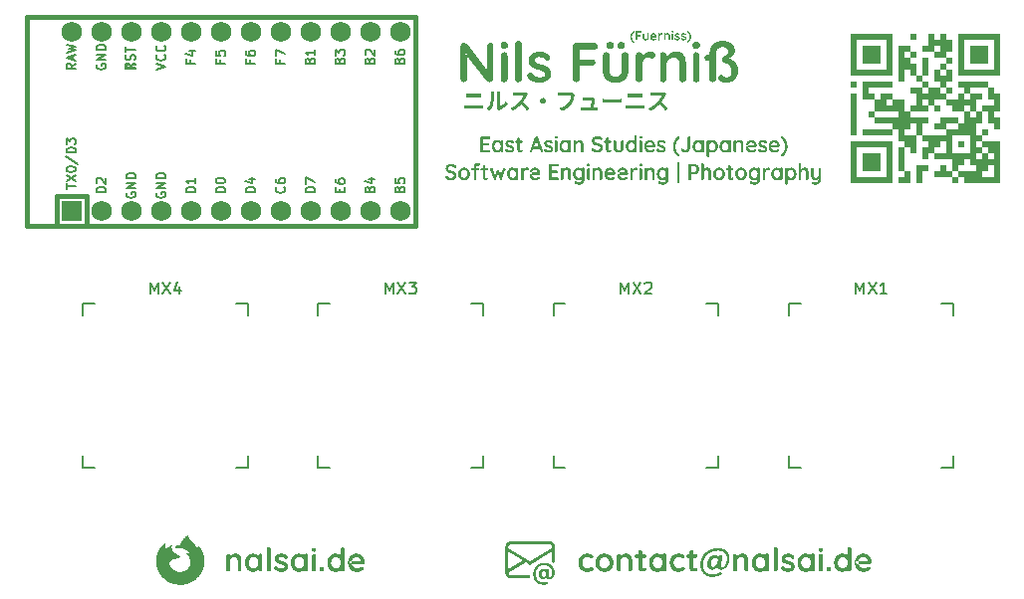
<source format=gbr>
%TF.GenerationSoftware,KiCad,Pcbnew,7.0.6*%
%TF.CreationDate,2023-08-10T21:51:54+02:00*%
%TF.ProjectId,pcb,7063622e-6b69-4636-9164-5f7063625858,rev?*%
%TF.SameCoordinates,Original*%
%TF.FileFunction,Legend,Top*%
%TF.FilePolarity,Positive*%
%FSLAX46Y46*%
G04 Gerber Fmt 4.6, Leading zero omitted, Abs format (unit mm)*
G04 Created by KiCad (PCBNEW 7.0.6) date 2023-08-10 21:51:54*
%MOMM*%
%LPD*%
G01*
G04 APERTURE LIST*
%ADD10C,0.000000*%
%ADD11C,0.400000*%
%ADD12C,0.280000*%
%ADD13C,0.680000*%
%ADD14C,0.240000*%
%ADD15C,0.160000*%
%ADD16C,0.150000*%
%ADD17C,0.381000*%
%ADD18R,1.752600X1.752600*%
%ADD19C,1.752600*%
G04 APERTURE END LIST*
D10*
G36*
X94805240Y-30201241D02*
G01*
X94282000Y-30201241D01*
X94282000Y-29678000D01*
X94805240Y-29678000D01*
X94805240Y-30201241D01*
G37*
G36*
X97853240Y-32741240D02*
G01*
X97330000Y-32741240D01*
X97330000Y-32218000D01*
X97853240Y-32218000D01*
X97853240Y-32741240D01*
G37*
G36*
X97853240Y-26137241D02*
G01*
X97330000Y-26137241D01*
X97330000Y-25614001D01*
X97853240Y-25614001D01*
X97853240Y-26137241D01*
G37*
G36*
X103949239Y-32233241D02*
G01*
X103425999Y-32233241D01*
X103425999Y-31710000D01*
X103949239Y-31710000D01*
X103949239Y-32233241D01*
G37*
G36*
X103949239Y-29185241D02*
G01*
X103425999Y-29185241D01*
X103425999Y-28662001D01*
X103949239Y-28662001D01*
X103949239Y-29185241D01*
G37*
G36*
X94805240Y-29185241D02*
G01*
X94282000Y-29185241D01*
X94282000Y-28662001D01*
X94805240Y-28662001D01*
X94805240Y-29185241D01*
G37*
G36*
X102933239Y-35281240D02*
G01*
X102410000Y-35281240D01*
X102410000Y-34758000D01*
X102933239Y-34758000D01*
X102933239Y-35281240D01*
G37*
G36*
X96329240Y-24105241D02*
G01*
X95806000Y-24105241D01*
X95806000Y-23582001D01*
X96329240Y-23582001D01*
X96329240Y-24105241D01*
G37*
G36*
X91757240Y-29185241D02*
G01*
X91234000Y-29185241D01*
X91234000Y-28662001D01*
X91757240Y-28662001D01*
X91757240Y-29185241D01*
G37*
G36*
X97345239Y-28169241D02*
G01*
X96822000Y-28169241D01*
X96822000Y-27646001D01*
X97345239Y-27646001D01*
X97345239Y-28169241D01*
G37*
G36*
X101409239Y-27153241D02*
G01*
X100885999Y-27153241D01*
X100885999Y-26630001D01*
X101409239Y-26630001D01*
X101409239Y-27153241D01*
G37*
G36*
X95821240Y-29185241D02*
G01*
X95298000Y-29185241D01*
X95298000Y-28662001D01*
X95821240Y-28662001D01*
X95821240Y-29185241D01*
G37*
G36*
X98869240Y-23597241D02*
G01*
X98345999Y-23597241D01*
X98345999Y-23074001D01*
X98869240Y-23074001D01*
X98869240Y-23597241D01*
G37*
G36*
X91757240Y-31217240D02*
G01*
X91234000Y-31217240D01*
X91234000Y-30694001D01*
X91757240Y-30694001D01*
X91757240Y-31217240D01*
G37*
G36*
X103949239Y-34773240D02*
G01*
X103425999Y-34773240D01*
X103425999Y-34250000D01*
X103949239Y-34250000D01*
X103949239Y-34773240D01*
G37*
G36*
X98869240Y-30709241D02*
G01*
X98345999Y-30709241D01*
X98345999Y-30186001D01*
X98869240Y-30186001D01*
X98869240Y-30709241D01*
G37*
G36*
X103949239Y-32741240D02*
G01*
X103425999Y-32741240D01*
X103425999Y-32218000D01*
X103949239Y-32218000D01*
X103949239Y-32741240D01*
G37*
G36*
X95821240Y-25629241D02*
G01*
X95298000Y-25629241D01*
X95298000Y-25106001D01*
X95821240Y-25106001D01*
X95821240Y-25629241D01*
G37*
G36*
X93789240Y-27153241D02*
G01*
X93266000Y-27153241D01*
X93266000Y-26630001D01*
X93789240Y-26630001D01*
X93789240Y-27153241D01*
G37*
G36*
X103441239Y-29693241D02*
G01*
X102917999Y-29693241D01*
X102917999Y-29170000D01*
X103441239Y-29170000D01*
X103441239Y-29693241D01*
G37*
G36*
X101917238Y-28169241D02*
G01*
X101394000Y-28169241D01*
X101394000Y-27646001D01*
X101917238Y-27646001D01*
X101917238Y-28169241D01*
G37*
G36*
X103949239Y-35281240D02*
G01*
X103425999Y-35281240D01*
X103425999Y-34758000D01*
X103949239Y-34758000D01*
X103949239Y-35281240D01*
G37*
G36*
X97853240Y-24105241D02*
G01*
X97330000Y-24105241D01*
X97330000Y-23582001D01*
X97853240Y-23582001D01*
X97853240Y-24105241D01*
G37*
G36*
X100393239Y-31217240D02*
G01*
X99870000Y-31217240D01*
X99870000Y-30694001D01*
X100393239Y-30694001D01*
X100393239Y-31217240D01*
G37*
G36*
X100901240Y-28677240D02*
G01*
X100377999Y-28677240D01*
X100377999Y-28154001D01*
X100901240Y-28154001D01*
X100901240Y-28677240D01*
G37*
G36*
X96329240Y-31725240D02*
G01*
X95806000Y-31725240D01*
X95806000Y-31202001D01*
X96329240Y-31202001D01*
X96329240Y-31725240D01*
G37*
G36*
X95821240Y-33249239D02*
G01*
X95298000Y-33249239D01*
X95298000Y-32726001D01*
X95821240Y-32726001D01*
X95821240Y-33249239D01*
G37*
G36*
X93281240Y-31217240D02*
G01*
X92758000Y-31217240D01*
X92758000Y-30694001D01*
X93281240Y-30694001D01*
X93281240Y-31217240D01*
G37*
G36*
X99885239Y-26137241D02*
G01*
X99362000Y-26137241D01*
X99362000Y-25614001D01*
X99885239Y-25614001D01*
X99885239Y-26137241D01*
G37*
G36*
X103441239Y-27661241D02*
G01*
X102917999Y-27661241D01*
X102917999Y-27138001D01*
X103441239Y-27138001D01*
X103441239Y-27661241D01*
G37*
G36*
X103949239Y-28169241D02*
G01*
X103425999Y-28169241D01*
X103425999Y-27646001D01*
X103949239Y-27646001D01*
X103949239Y-28169241D01*
G37*
G36*
X99377240Y-30709241D02*
G01*
X98854000Y-30709241D01*
X98854000Y-30186001D01*
X99377240Y-30186001D01*
X99377240Y-30709241D01*
G37*
G36*
X98869240Y-28169241D02*
G01*
X98345999Y-28169241D01*
X98345999Y-27646001D01*
X98869240Y-27646001D01*
X98869240Y-28169241D01*
G37*
G36*
X102933239Y-33757240D02*
G01*
X102410000Y-33757240D01*
X102410000Y-33234000D01*
X102933239Y-33234000D01*
X102933239Y-33757240D01*
G37*
G36*
X102425239Y-28169241D02*
G01*
X101901999Y-28169241D01*
X101901999Y-27646001D01*
X102425239Y-27646001D01*
X102425239Y-28169241D01*
G37*
G36*
X96837240Y-29185241D02*
G01*
X96314000Y-29185241D01*
X96314000Y-28662001D01*
X96837240Y-28662001D01*
X96837240Y-29185241D01*
G37*
G36*
X99885239Y-31217240D02*
G01*
X99362000Y-31217240D01*
X99362000Y-30694001D01*
X99885239Y-30694001D01*
X99885239Y-31217240D01*
G37*
G36*
X103949239Y-33757240D02*
G01*
X103425999Y-33757240D01*
X103425999Y-33234000D01*
X103949239Y-33234000D01*
X103949239Y-33757240D01*
G37*
G36*
X97345239Y-30201241D02*
G01*
X96822000Y-30201241D01*
X96822000Y-29678000D01*
X97345239Y-29678000D01*
X97345239Y-30201241D01*
G37*
G36*
X98869240Y-32233241D02*
G01*
X98345999Y-32233241D01*
X98345999Y-31710000D01*
X98869240Y-31710000D01*
X98869240Y-32233241D01*
G37*
G36*
X96329240Y-30201241D02*
G01*
X95806000Y-30201241D01*
X95806000Y-29678000D01*
X96329240Y-29678000D01*
X96329240Y-30201241D01*
G37*
G36*
X97853240Y-27153241D02*
G01*
X97330000Y-27153241D01*
X97330000Y-26630001D01*
X97853240Y-26630001D01*
X97853240Y-27153241D01*
G37*
G36*
X93789240Y-30201241D02*
G01*
X93266000Y-30201241D01*
X93266000Y-29678000D01*
X93789240Y-29678000D01*
X93789240Y-30201241D01*
G37*
G36*
X99885239Y-28677240D02*
G01*
X99362000Y-28677240D01*
X99362000Y-28154001D01*
X99885239Y-28154001D01*
X99885239Y-28677240D01*
G37*
G36*
X97345239Y-31217240D02*
G01*
X96822000Y-31217240D01*
X96822000Y-30694001D01*
X97345239Y-30694001D01*
X97345239Y-31217240D01*
G37*
G36*
X101917238Y-31217240D02*
G01*
X101394000Y-31217240D01*
X101394000Y-30694001D01*
X101917238Y-30694001D01*
X101917238Y-31217240D01*
G37*
G36*
X103949239Y-28677240D02*
G01*
X103425999Y-28677240D01*
X103425999Y-28154001D01*
X103949239Y-28154001D01*
X103949239Y-28677240D01*
G37*
G36*
X100393239Y-33757240D02*
G01*
X99870000Y-33757240D01*
X99870000Y-33234000D01*
X100393239Y-33234000D01*
X100393239Y-33757240D01*
G37*
G36*
X96329240Y-25121241D02*
G01*
X95806000Y-25121241D01*
X95806000Y-24598001D01*
X96329240Y-24598001D01*
X96329240Y-25121241D01*
G37*
G36*
X103934000Y-26122001D02*
G01*
X100377999Y-26122001D01*
X100377999Y-23074001D01*
X100885999Y-23074001D01*
X100885999Y-25614001D01*
X103425999Y-25614001D01*
X103425999Y-23074001D01*
X100885999Y-23074001D01*
X100377999Y-23074001D01*
X100377999Y-22566001D01*
X103934000Y-22566001D01*
X103934000Y-26122001D01*
G37*
G36*
X99885239Y-32741240D02*
G01*
X99362000Y-32741240D01*
X99362000Y-32218000D01*
X99885239Y-32218000D01*
X99885239Y-32741240D01*
G37*
G36*
X34920524Y-65206434D02*
G01*
X34920775Y-65206446D01*
X34921024Y-65206468D01*
X34921273Y-65206497D01*
X34921522Y-65206535D01*
X34921769Y-65206582D01*
X34922014Y-65206637D01*
X34922259Y-65206700D01*
X34922491Y-65206746D01*
X34922720Y-65206802D01*
X34922946Y-65206868D01*
X34923168Y-65206944D01*
X34923385Y-65207030D01*
X34923599Y-65207124D01*
X34923808Y-65207229D01*
X34924012Y-65207342D01*
X34924211Y-65207464D01*
X34924405Y-65207594D01*
X34924593Y-65207734D01*
X34924774Y-65207881D01*
X34924949Y-65208037D01*
X34925118Y-65208201D01*
X34925280Y-65208373D01*
X34925434Y-65208552D01*
X34930723Y-65225045D01*
X34936454Y-65241379D01*
X34942625Y-65257545D01*
X34949232Y-65273534D01*
X34956270Y-65289339D01*
X34963736Y-65304949D01*
X34971627Y-65320356D01*
X34979938Y-65335552D01*
X34991931Y-65355718D01*
X35004048Y-65375438D01*
X35028357Y-65414133D01*
X35052795Y-65452017D01*
X35077478Y-65488912D01*
X35127493Y-65559973D01*
X35178226Y-65627790D01*
X35229506Y-65692839D01*
X35281158Y-65755593D01*
X35333008Y-65816528D01*
X35436609Y-65934833D01*
X35512638Y-66021398D01*
X35587343Y-66108685D01*
X35660144Y-66198236D01*
X35695649Y-66244342D01*
X35730461Y-66291591D01*
X35764508Y-66340177D01*
X35797716Y-66390292D01*
X35830013Y-66442128D01*
X35861327Y-66495878D01*
X35891585Y-66551736D01*
X35920715Y-66609893D01*
X35948644Y-66670541D01*
X35975300Y-66733875D01*
X35975036Y-66730436D01*
X35959685Y-66649400D01*
X35941234Y-66569108D01*
X35919713Y-66489647D01*
X35895151Y-66411105D01*
X35867576Y-66333569D01*
X35837019Y-66257127D01*
X35803509Y-66181865D01*
X35767073Y-66107872D01*
X35767073Y-66107871D01*
X35780456Y-66115177D01*
X35794047Y-66123381D01*
X35821758Y-66142353D01*
X35850012Y-66164531D01*
X35878616Y-66189656D01*
X35907376Y-66217471D01*
X35936100Y-66247718D01*
X35964594Y-66280140D01*
X35992663Y-66314477D01*
X36020116Y-66350474D01*
X36046759Y-66387872D01*
X36072398Y-66426413D01*
X36096839Y-66465840D01*
X36119890Y-66505894D01*
X36141357Y-66546319D01*
X36161046Y-66586856D01*
X36178765Y-66627248D01*
X36202082Y-66688915D01*
X36223429Y-66751172D01*
X36242797Y-66813972D01*
X36260182Y-66877268D01*
X36275577Y-66941013D01*
X36288976Y-67005160D01*
X36300373Y-67069661D01*
X36309762Y-67134470D01*
X36317137Y-67199538D01*
X36322491Y-67264819D01*
X36325819Y-67330266D01*
X36327115Y-67395831D01*
X36326372Y-67461467D01*
X36323584Y-67527127D01*
X36318746Y-67592764D01*
X36311850Y-67658330D01*
X36309469Y-67678702D01*
X36307896Y-67693537D01*
X36306225Y-67708357D01*
X36304457Y-67723166D01*
X36302590Y-67737966D01*
X36283300Y-67835389D01*
X36259607Y-67930884D01*
X36231634Y-68024355D01*
X36199503Y-68115708D01*
X36163335Y-68204851D01*
X36123253Y-68291688D01*
X36079377Y-68376127D01*
X36031830Y-68458072D01*
X35980733Y-68537430D01*
X35926209Y-68614108D01*
X35868379Y-68688010D01*
X35807364Y-68759044D01*
X35743287Y-68827116D01*
X35676269Y-68892130D01*
X35606432Y-68953994D01*
X35533898Y-69012614D01*
X35458788Y-69067895D01*
X35381225Y-69119744D01*
X35301330Y-69168066D01*
X35219224Y-69212768D01*
X35135031Y-69253756D01*
X35048870Y-69290936D01*
X34960865Y-69324214D01*
X34871137Y-69353496D01*
X34779807Y-69378688D01*
X34686998Y-69399696D01*
X34592831Y-69416427D01*
X34497428Y-69428786D01*
X34400911Y-69436679D01*
X34303401Y-69440012D01*
X34205021Y-69438692D01*
X34105892Y-69432624D01*
X34007164Y-69421838D01*
X33909978Y-69406499D01*
X33814437Y-69386721D01*
X33720645Y-69362616D01*
X33628707Y-69334299D01*
X33538727Y-69301883D01*
X33450808Y-69265480D01*
X33365056Y-69225203D01*
X33281573Y-69181166D01*
X33200464Y-69133483D01*
X33121834Y-69082265D01*
X33045786Y-69027627D01*
X32972425Y-68969682D01*
X32901854Y-68908542D01*
X32834178Y-68844322D01*
X32769501Y-68777133D01*
X32707927Y-68707090D01*
X32649560Y-68634305D01*
X32594504Y-68558892D01*
X32542864Y-68480963D01*
X32494743Y-68400633D01*
X32450245Y-68318014D01*
X32409476Y-68233219D01*
X32372538Y-68146362D01*
X32339536Y-68057555D01*
X32310575Y-67966912D01*
X32285757Y-67874547D01*
X32265188Y-67780571D01*
X32248971Y-67685099D01*
X32237211Y-67588244D01*
X32230012Y-67490119D01*
X32227477Y-67390836D01*
X32227477Y-67380252D01*
X32229349Y-67344261D01*
X32231781Y-67308323D01*
X32234765Y-67272440D01*
X32238292Y-67236617D01*
X32242353Y-67200855D01*
X32246937Y-67165158D01*
X32252036Y-67129530D01*
X32257640Y-67093973D01*
X32261919Y-67068065D01*
X32269050Y-67028786D01*
X32276430Y-66989756D01*
X32281453Y-66964592D01*
X32284098Y-66951098D01*
X32293957Y-66909353D01*
X32304834Y-66867909D01*
X32316720Y-66826785D01*
X32329608Y-66785997D01*
X32343490Y-66745564D01*
X32358358Y-66705504D01*
X32374205Y-66665834D01*
X32391021Y-66626572D01*
X32408800Y-66587737D01*
X32427533Y-66549346D01*
X32447212Y-66511417D01*
X32467830Y-66473968D01*
X32489379Y-66437017D01*
X32511850Y-66400581D01*
X32535236Y-66364679D01*
X32559529Y-66329328D01*
X32581380Y-66298818D01*
X32603864Y-66268804D01*
X32626967Y-66239286D01*
X32650679Y-66210265D01*
X32674985Y-66181739D01*
X32699875Y-66153710D01*
X32725334Y-66126177D01*
X32751353Y-66099140D01*
X32774729Y-66075776D01*
X32798614Y-66052920D01*
X32822995Y-66030586D01*
X32847859Y-66008785D01*
X32873195Y-65987529D01*
X32898990Y-65966832D01*
X32925231Y-65946705D01*
X32951907Y-65927161D01*
X32960103Y-65921898D01*
X32968422Y-65916840D01*
X32976860Y-65911990D01*
X32985413Y-65907348D01*
X32994077Y-65902917D01*
X33002849Y-65898700D01*
X33011724Y-65894698D01*
X33020698Y-65890913D01*
X33019035Y-65929128D01*
X33018309Y-65986642D01*
X33019554Y-66057526D01*
X33023807Y-66135851D01*
X33027385Y-66175951D01*
X33032103Y-66215689D01*
X33038091Y-66254323D01*
X33045478Y-66291111D01*
X33054394Y-66325315D01*
X33064967Y-66356191D01*
X33070916Y-66370150D01*
X33077329Y-66382999D01*
X33084220Y-66394646D01*
X33091607Y-66404998D01*
X33092400Y-66404998D01*
X33118371Y-66375333D01*
X33145071Y-66346385D01*
X33172483Y-66318166D01*
X33200593Y-66290689D01*
X33229386Y-66263966D01*
X33258844Y-66238009D01*
X33288953Y-66212829D01*
X33319698Y-66188439D01*
X33351061Y-66164852D01*
X33383029Y-66142078D01*
X33415585Y-66120130D01*
X33448714Y-66099020D01*
X33482399Y-66078761D01*
X33516626Y-66059364D01*
X33551379Y-66040841D01*
X33586642Y-66023204D01*
X33579097Y-66054182D01*
X33572606Y-66085333D01*
X33567169Y-66116631D01*
X33562784Y-66148050D01*
X33559452Y-66179563D01*
X33557173Y-66211143D01*
X33555946Y-66242765D01*
X33555770Y-66274402D01*
X33556646Y-66306027D01*
X33558574Y-66337614D01*
X33561552Y-66369136D01*
X33565581Y-66400568D01*
X33570660Y-66431882D01*
X33576790Y-66463052D01*
X33583969Y-66494051D01*
X33592198Y-66524854D01*
X33599106Y-66529567D01*
X33605936Y-66534375D01*
X33612685Y-66539277D01*
X33619351Y-66544268D01*
X33625930Y-66549346D01*
X33632419Y-66554508D01*
X33638815Y-66559751D01*
X33645115Y-66565071D01*
X33655930Y-66574378D01*
X33667344Y-66584609D01*
X33679657Y-66596018D01*
X33693170Y-66608859D01*
X33708183Y-66623388D01*
X33724998Y-66639857D01*
X33765236Y-66679636D01*
X33783227Y-66697098D01*
X33785608Y-66699479D01*
X33792271Y-66705873D01*
X33799046Y-66712143D01*
X33805932Y-66718289D01*
X33812927Y-66724310D01*
X33820029Y-66730203D01*
X33827238Y-66735967D01*
X33834550Y-66741602D01*
X33841965Y-66747104D01*
X33861490Y-66761303D01*
X33881968Y-66775399D01*
X33903253Y-66789359D01*
X33925201Y-66803151D01*
X33970506Y-66830090D01*
X34016722Y-66855947D01*
X34062690Y-66880453D01*
X34107251Y-66903337D01*
X34187510Y-66943160D01*
X34224155Y-66961371D01*
X34253259Y-66976134D01*
X34264488Y-66982137D01*
X34273235Y-66987176D01*
X34279304Y-66991217D01*
X34281272Y-66992852D01*
X34282496Y-66994225D01*
X34283554Y-66996342D01*
X34282745Y-67001486D01*
X34280950Y-67007306D01*
X34278223Y-67013749D01*
X34274618Y-67020757D01*
X34264990Y-67036254D01*
X34252499Y-67053355D01*
X34237576Y-67071621D01*
X34220656Y-67090610D01*
X34202169Y-67109883D01*
X34182549Y-67128997D01*
X34162229Y-67147513D01*
X34141640Y-67164990D01*
X34121216Y-67180987D01*
X34101389Y-67195064D01*
X34082590Y-67206780D01*
X34073713Y-67211615D01*
X34065254Y-67215694D01*
X34057270Y-67218963D01*
X34049813Y-67221366D01*
X34042937Y-67222848D01*
X34036698Y-67223354D01*
X33983399Y-67224367D01*
X33932893Y-67227321D01*
X33885108Y-67232085D01*
X33839971Y-67238531D01*
X33797410Y-67246530D01*
X33757353Y-67255951D01*
X33719728Y-67266666D01*
X33684463Y-67278545D01*
X33651485Y-67291458D01*
X33620723Y-67305277D01*
X33592103Y-67319873D01*
X33565555Y-67335115D01*
X33541005Y-67350874D01*
X33518381Y-67367022D01*
X33478626Y-67399963D01*
X33445710Y-67432905D01*
X33419056Y-67464812D01*
X33398087Y-67494650D01*
X33382226Y-67521382D01*
X33370895Y-67543976D01*
X33363516Y-67561395D01*
X33358306Y-67576573D01*
X33364273Y-67625542D01*
X33373447Y-67673484D01*
X33385688Y-67720334D01*
X33400855Y-67766027D01*
X33418805Y-67810496D01*
X33439399Y-67853677D01*
X33462495Y-67895503D01*
X33487952Y-67935910D01*
X33515629Y-67974832D01*
X33545385Y-68012203D01*
X33577079Y-68047957D01*
X33610570Y-68082030D01*
X33645716Y-68114356D01*
X33682378Y-68144869D01*
X33720412Y-68173504D01*
X33759679Y-68200196D01*
X33773717Y-68209017D01*
X33787899Y-68217598D01*
X33802221Y-68225938D01*
X33816681Y-68234035D01*
X33831274Y-68241887D01*
X33845999Y-68249493D01*
X33860852Y-68256851D01*
X33875831Y-68263960D01*
X33890912Y-68270562D01*
X33905994Y-68276892D01*
X33921075Y-68282973D01*
X33936156Y-68288831D01*
X33968583Y-68299621D01*
X34001351Y-68309167D01*
X34034429Y-68317467D01*
X34067787Y-68324517D01*
X34101392Y-68330315D01*
X34135214Y-68334856D01*
X34169222Y-68338139D01*
X34203385Y-68340161D01*
X34277368Y-68341345D01*
X34348346Y-68337938D01*
X34416311Y-68330138D01*
X34481252Y-68318142D01*
X34543160Y-68302150D01*
X34602023Y-68282359D01*
X34657833Y-68258969D01*
X34710579Y-68232177D01*
X34760252Y-68202183D01*
X34806840Y-68169184D01*
X34850334Y-68133379D01*
X34890725Y-68094966D01*
X34928002Y-68054144D01*
X34962154Y-68011112D01*
X34993173Y-67966067D01*
X35021047Y-67919208D01*
X35045768Y-67870734D01*
X35067324Y-67820843D01*
X35085706Y-67769734D01*
X35100904Y-67717604D01*
X35112908Y-67664653D01*
X35121708Y-67611078D01*
X35127293Y-67557079D01*
X35129655Y-67502854D01*
X35128781Y-67448600D01*
X35124664Y-67394517D01*
X35117292Y-67340803D01*
X35106656Y-67287656D01*
X35092745Y-67235276D01*
X35075550Y-67183859D01*
X35055061Y-67133605D01*
X35031267Y-67084713D01*
X35031267Y-67084448D01*
X35021990Y-67067474D01*
X35012313Y-67050748D01*
X35002242Y-67034276D01*
X34991781Y-67018066D01*
X34980937Y-67002123D01*
X34969714Y-66986455D01*
X34958119Y-66971068D01*
X34946155Y-66955969D01*
X34933830Y-66941164D01*
X34921147Y-66926660D01*
X34908113Y-66912463D01*
X34894732Y-66898580D01*
X34881011Y-66885018D01*
X34866955Y-66871784D01*
X34852568Y-66858883D01*
X34837856Y-66846323D01*
X34820254Y-66832198D01*
X34802262Y-66818597D01*
X34783892Y-66805527D01*
X34765154Y-66792998D01*
X34746063Y-66781015D01*
X34726628Y-66769587D01*
X34706863Y-66758722D01*
X34686779Y-66748427D01*
X34685985Y-66747898D01*
X34718648Y-66744422D01*
X34751312Y-66742467D01*
X34783928Y-66742021D01*
X34816445Y-66743072D01*
X34848814Y-66745607D01*
X34880984Y-66749616D01*
X34912905Y-66755084D01*
X34944528Y-66762001D01*
X34975802Y-66770355D01*
X35006677Y-66780132D01*
X35037104Y-66791321D01*
X35067032Y-66803910D01*
X35096411Y-66817886D01*
X35125192Y-66833238D01*
X35153323Y-66849953D01*
X35180756Y-66868019D01*
X35163083Y-66838051D01*
X35144500Y-66808818D01*
X35125031Y-66780336D01*
X35104699Y-66752618D01*
X35083530Y-66725679D01*
X35061545Y-66699531D01*
X35038770Y-66674189D01*
X35015228Y-66649667D01*
X34990943Y-66625979D01*
X34965939Y-66603139D01*
X34940240Y-66581160D01*
X34913869Y-66560057D01*
X34886851Y-66539844D01*
X34859209Y-66520534D01*
X34830968Y-66502142D01*
X34802150Y-66484681D01*
X34772781Y-66468165D01*
X34742883Y-66452609D01*
X34712482Y-66438025D01*
X34681599Y-66424430D01*
X34650261Y-66411835D01*
X34618489Y-66400255D01*
X34586309Y-66389704D01*
X34553744Y-66380196D01*
X34520818Y-66371745D01*
X34487555Y-66364365D01*
X34453978Y-66358069D01*
X34420112Y-66352872D01*
X34385981Y-66348788D01*
X34351607Y-66345830D01*
X34317016Y-66344013D01*
X34282231Y-66343350D01*
X34274527Y-66343410D01*
X34266881Y-66343578D01*
X34251705Y-66344177D01*
X34236578Y-66345025D01*
X34221377Y-66345996D01*
X34210265Y-66346790D01*
X34210265Y-66346525D01*
X34209735Y-66346525D01*
X34182900Y-66348719D01*
X34156145Y-66351613D01*
X34129484Y-66355206D01*
X34102931Y-66359495D01*
X34076499Y-66364478D01*
X34050203Y-66370153D01*
X34024055Y-66376516D01*
X33998069Y-66383567D01*
X33987380Y-66372842D01*
X33976598Y-66362214D01*
X33965722Y-66351681D01*
X33954753Y-66341246D01*
X33943692Y-66330909D01*
X33932540Y-66320669D01*
X33921296Y-66310529D01*
X33909963Y-66300488D01*
X33903590Y-66295150D01*
X33897146Y-66289899D01*
X33890632Y-66284736D01*
X33884049Y-66279663D01*
X33877398Y-66274679D01*
X33870680Y-66269785D01*
X33863895Y-66264982D01*
X33857046Y-66260271D01*
X33853530Y-66247750D01*
X33850187Y-66235183D01*
X33847016Y-66222573D01*
X33844018Y-66209922D01*
X33841193Y-66197230D01*
X33838542Y-66184501D01*
X33836065Y-66171736D01*
X33833762Y-66158936D01*
X33877138Y-66143839D01*
X33920980Y-66130307D01*
X33965248Y-66118348D01*
X34009899Y-66107971D01*
X34054890Y-66099186D01*
X34100179Y-66092002D01*
X34145723Y-66086427D01*
X34191479Y-66082471D01*
X34204708Y-66081677D01*
X34216011Y-66080809D01*
X34229050Y-66079891D01*
X34243478Y-66079073D01*
X34251105Y-66078747D01*
X34258948Y-66078502D01*
X34275762Y-66023848D01*
X34295317Y-65967747D01*
X34317722Y-65910515D01*
X34343081Y-65852465D01*
X34371503Y-65793914D01*
X34403093Y-65735174D01*
X34437958Y-65676562D01*
X34476204Y-65618392D01*
X34517939Y-65560978D01*
X34563268Y-65504635D01*
X34612299Y-65449679D01*
X34665137Y-65396423D01*
X34721890Y-65345182D01*
X34782665Y-65296272D01*
X34847566Y-65250006D01*
X34916702Y-65206700D01*
X34915909Y-65208023D01*
X34916702Y-65207759D01*
X34917231Y-65207229D01*
X34917761Y-65207229D01*
X34918290Y-65206700D01*
X34918534Y-65206637D01*
X34918780Y-65206582D01*
X34919027Y-65206535D01*
X34919275Y-65206497D01*
X34919524Y-65206468D01*
X34919774Y-65206446D01*
X34920024Y-65206434D01*
X34920274Y-65206429D01*
X34920524Y-65206434D01*
G37*
G36*
X96837240Y-27661241D02*
G01*
X96314000Y-27661241D01*
X96314000Y-27138001D01*
X96837240Y-27138001D01*
X96837240Y-27661241D01*
G37*
G36*
X95821240Y-31217240D02*
G01*
X95298000Y-31217240D01*
X95298000Y-30694001D01*
X95821240Y-30694001D01*
X95821240Y-31217240D01*
G37*
G36*
X100393239Y-29185241D02*
G01*
X99870000Y-29185241D01*
X99870000Y-28662001D01*
X100393239Y-28662001D01*
X100393239Y-29185241D01*
G37*
G36*
X92773240Y-27661241D02*
G01*
X92250000Y-27661241D01*
X92250000Y-27138001D01*
X92773240Y-27138001D01*
X92773240Y-27661241D01*
G37*
G36*
X97345239Y-30709241D02*
G01*
X96822000Y-30709241D01*
X96822000Y-30186001D01*
X97345239Y-30186001D01*
X97345239Y-30709241D01*
G37*
G36*
X100901240Y-30709241D02*
G01*
X100377999Y-30709241D01*
X100377999Y-30186001D01*
X100901240Y-30186001D01*
X100901240Y-30709241D01*
G37*
G36*
X65634762Y-65729253D02*
G01*
X65660824Y-65731192D01*
X65686664Y-65734402D01*
X65712240Y-65738864D01*
X65737507Y-65744562D01*
X65762423Y-65751476D01*
X65786943Y-65759589D01*
X65811026Y-65768883D01*
X65834626Y-65779340D01*
X65857702Y-65790942D01*
X65880209Y-65803671D01*
X65902104Y-65817509D01*
X65923344Y-65832438D01*
X65943886Y-65848440D01*
X65963686Y-65865497D01*
X65982700Y-65883592D01*
X66000794Y-65902606D01*
X66017852Y-65922406D01*
X66033854Y-65942947D01*
X66048783Y-65964187D01*
X66062621Y-65986083D01*
X66075350Y-66008590D01*
X66086952Y-66031665D01*
X66097409Y-66055266D01*
X66106703Y-66079348D01*
X66114816Y-66103869D01*
X66121730Y-66128785D01*
X66127427Y-66154052D01*
X66131890Y-66179627D01*
X66135100Y-66205468D01*
X66137039Y-66231529D01*
X66137689Y-66257769D01*
X66137689Y-67448394D01*
X66137616Y-67452814D01*
X66137396Y-67457210D01*
X66137032Y-67461579D01*
X66136526Y-67465917D01*
X66135879Y-67470223D01*
X66135092Y-67474493D01*
X66134169Y-67478723D01*
X66133110Y-67482911D01*
X66131917Y-67487055D01*
X66130592Y-67491150D01*
X66129137Y-67495194D01*
X66127553Y-67499183D01*
X66125842Y-67503116D01*
X66124006Y-67506988D01*
X66122046Y-67510797D01*
X66119965Y-67514540D01*
X66117764Y-67518214D01*
X66115445Y-67521815D01*
X66113010Y-67525341D01*
X66110460Y-67528789D01*
X66107796Y-67532156D01*
X66105022Y-67535438D01*
X66102138Y-67538633D01*
X66099146Y-67541738D01*
X66096049Y-67544749D01*
X66092847Y-67547664D01*
X66089542Y-67550480D01*
X66086137Y-67553193D01*
X66082633Y-67555801D01*
X66079031Y-67558300D01*
X66075334Y-67560688D01*
X66071543Y-67562962D01*
X66063762Y-67567116D01*
X66055786Y-67570716D01*
X66047643Y-67573763D01*
X66039361Y-67576255D01*
X66030967Y-67578194D01*
X66022490Y-67579578D01*
X66013958Y-67580409D01*
X66005397Y-67580686D01*
X65996837Y-67580409D01*
X65988304Y-67579578D01*
X65979827Y-67578194D01*
X65971434Y-67576255D01*
X65963152Y-67573763D01*
X65955009Y-67570716D01*
X65947033Y-67567116D01*
X65939251Y-67562962D01*
X65931763Y-67558300D01*
X65924658Y-67553193D01*
X65917948Y-67547664D01*
X65911648Y-67541738D01*
X65905773Y-67535438D01*
X65900335Y-67528789D01*
X65895349Y-67521815D01*
X65890829Y-67514540D01*
X65886789Y-67506988D01*
X65883242Y-67499183D01*
X65880203Y-67491150D01*
X65877685Y-67482911D01*
X65875703Y-67474493D01*
X65874269Y-67465917D01*
X65873399Y-67457210D01*
X65873106Y-67448394D01*
X65873106Y-66623688D01*
X64021023Y-67734938D01*
X63670185Y-67524594D01*
X62177935Y-68442963D01*
X62181057Y-68453701D01*
X62184601Y-68464225D01*
X62188556Y-68474525D01*
X62192910Y-68484595D01*
X62197655Y-68494424D01*
X62202777Y-68504006D01*
X62214116Y-68522392D01*
X62226839Y-68539688D01*
X62240860Y-68555827D01*
X62256094Y-68570742D01*
X62272455Y-68584369D01*
X62289855Y-68596639D01*
X62308208Y-68607488D01*
X62327429Y-68616849D01*
X62347431Y-68624656D01*
X62368127Y-68630843D01*
X62378709Y-68633308D01*
X62389432Y-68635343D01*
X62400286Y-68636940D01*
X62411260Y-68638090D01*
X62422342Y-68638786D01*
X62433523Y-68639019D01*
X63888731Y-68639019D01*
X63893151Y-68639093D01*
X63897547Y-68639312D01*
X63901915Y-68639676D01*
X63906254Y-68640182D01*
X63910560Y-68640830D01*
X63914829Y-68641616D01*
X63919060Y-68642539D01*
X63923248Y-68643598D01*
X63927391Y-68644791D01*
X63931486Y-68646116D01*
X63935530Y-68647572D01*
X63939520Y-68649156D01*
X63943452Y-68650867D01*
X63947325Y-68652703D01*
X63951134Y-68654662D01*
X63954877Y-68656743D01*
X63958550Y-68658944D01*
X63962152Y-68661263D01*
X63965678Y-68663698D01*
X63969126Y-68666249D01*
X63972492Y-68668912D01*
X63975775Y-68671686D01*
X63978970Y-68674570D01*
X63982074Y-68677562D01*
X63985086Y-68680660D01*
X63988001Y-68683861D01*
X63990816Y-68687166D01*
X63993530Y-68690571D01*
X63996137Y-68694075D01*
X63998637Y-68697677D01*
X64001025Y-68701374D01*
X64003299Y-68705165D01*
X64007453Y-68712946D01*
X64011053Y-68720922D01*
X64014099Y-68729065D01*
X64016592Y-68737347D01*
X64018530Y-68745741D01*
X64019915Y-68754218D01*
X64020746Y-68762750D01*
X64021023Y-68771311D01*
X64020746Y-68779871D01*
X64019915Y-68788404D01*
X64018530Y-68796881D01*
X64016592Y-68805274D01*
X64014099Y-68813556D01*
X64011053Y-68821699D01*
X64007453Y-68829675D01*
X64003299Y-68837457D01*
X63998637Y-68844945D01*
X63993530Y-68852051D01*
X63988001Y-68858760D01*
X63982074Y-68865060D01*
X63975775Y-68870935D01*
X63969126Y-68876373D01*
X63962152Y-68881359D01*
X63954877Y-68885879D01*
X63947325Y-68889919D01*
X63939520Y-68893466D01*
X63931486Y-68896505D01*
X63923248Y-68899023D01*
X63914829Y-68901006D01*
X63906254Y-68902439D01*
X63897547Y-68903309D01*
X63888731Y-68903602D01*
X62433518Y-68903602D01*
X62406382Y-68902919D01*
X62379600Y-68900889D01*
X62353204Y-68897546D01*
X62327228Y-68892923D01*
X62301705Y-68887053D01*
X62276668Y-68879968D01*
X62252149Y-68871701D01*
X62228182Y-68862286D01*
X62204800Y-68851754D01*
X62182036Y-68840140D01*
X62159923Y-68827475D01*
X62138493Y-68813793D01*
X62117781Y-68799126D01*
X62097818Y-68783508D01*
X62078638Y-68766970D01*
X62060274Y-68749547D01*
X62042759Y-68731271D01*
X62026126Y-68712174D01*
X62010408Y-68692289D01*
X61995638Y-68671651D01*
X61981849Y-68650290D01*
X61969074Y-68628240D01*
X61957346Y-68605535D01*
X61946698Y-68582206D01*
X61937163Y-68558287D01*
X61928774Y-68533810D01*
X61921564Y-68508809D01*
X61915566Y-68483315D01*
X61910813Y-68457363D01*
X61907339Y-68430985D01*
X61905175Y-68404214D01*
X61904356Y-68377082D01*
X61904356Y-66623688D01*
X62168939Y-66623688D01*
X62168939Y-68137634D01*
X63414598Y-67371136D01*
X62168939Y-66623688D01*
X61904356Y-66623688D01*
X61904356Y-66315184D01*
X62168939Y-66315184D01*
X64021023Y-67426434D01*
X65873106Y-66315184D01*
X65873106Y-66257769D01*
X65872781Y-66244649D01*
X65871811Y-66231618D01*
X65870206Y-66218698D01*
X65867975Y-66205911D01*
X65865126Y-66193277D01*
X65861669Y-66180819D01*
X65857613Y-66168559D01*
X65852966Y-66156518D01*
X65847737Y-66144717D01*
X65841936Y-66133180D01*
X65835572Y-66121926D01*
X65828653Y-66110978D01*
X65821188Y-66100358D01*
X65813187Y-66090088D01*
X65804658Y-66080188D01*
X65795611Y-66070681D01*
X65786104Y-66061633D01*
X65776204Y-66053105D01*
X65765934Y-66045104D01*
X65755313Y-66037639D01*
X65744366Y-66030720D01*
X65733112Y-66024356D01*
X65721575Y-66018555D01*
X65709774Y-66013326D01*
X65697733Y-66008679D01*
X65685473Y-66004623D01*
X65673015Y-66001165D01*
X65660381Y-65998317D01*
X65647593Y-65996086D01*
X65634673Y-65994481D01*
X65621642Y-65993511D01*
X65608522Y-65993186D01*
X62433523Y-65993186D01*
X62420403Y-65993511D01*
X62407372Y-65994481D01*
X62394452Y-65996086D01*
X62381664Y-65998317D01*
X62369030Y-66001165D01*
X62356573Y-66004623D01*
X62344312Y-66008679D01*
X62332271Y-66013326D01*
X62320471Y-66018555D01*
X62308933Y-66024356D01*
X62297679Y-66030720D01*
X62286732Y-66037639D01*
X62276112Y-66045104D01*
X62265841Y-66053105D01*
X62255941Y-66061633D01*
X62246434Y-66070681D01*
X62237387Y-66080188D01*
X62228858Y-66090088D01*
X62220857Y-66100358D01*
X62213392Y-66110978D01*
X62206473Y-66121926D01*
X62200109Y-66133180D01*
X62194308Y-66144717D01*
X62189080Y-66156518D01*
X62184433Y-66168559D01*
X62180376Y-66180819D01*
X62176919Y-66193277D01*
X62174070Y-66205911D01*
X62171839Y-66218698D01*
X62170234Y-66231618D01*
X62169264Y-66244649D01*
X62168939Y-66257769D01*
X62168939Y-66315184D01*
X61904356Y-66315184D01*
X61904356Y-66257769D01*
X61905006Y-66231529D01*
X61906945Y-66205468D01*
X61910155Y-66179627D01*
X61914618Y-66154052D01*
X61920315Y-66128785D01*
X61927229Y-66103869D01*
X61935342Y-66079348D01*
X61944636Y-66055266D01*
X61955093Y-66031665D01*
X61966695Y-66008590D01*
X61979424Y-65986083D01*
X61993262Y-65964187D01*
X62008191Y-65942947D01*
X62024193Y-65922406D01*
X62041251Y-65902606D01*
X62059345Y-65883592D01*
X62078360Y-65865497D01*
X62098159Y-65848440D01*
X62118701Y-65832438D01*
X62139941Y-65817509D01*
X62161836Y-65803671D01*
X62184343Y-65790942D01*
X62207419Y-65779340D01*
X62231019Y-65768883D01*
X62255102Y-65759589D01*
X62279622Y-65751476D01*
X62304538Y-65744562D01*
X62329805Y-65738864D01*
X62355381Y-65734402D01*
X62381221Y-65731192D01*
X62407283Y-65729253D01*
X62433523Y-65728603D01*
X65608522Y-65728603D01*
X65634762Y-65729253D01*
G37*
G36*
X98869240Y-33249239D02*
G01*
X98345999Y-33249239D01*
X98345999Y-32726001D01*
X98869240Y-32726001D01*
X98869240Y-33249239D01*
G37*
G36*
X98361240Y-31725240D02*
G01*
X97837999Y-31725240D01*
X97837999Y-31202001D01*
X98361240Y-31202001D01*
X98361240Y-31725240D01*
G37*
G36*
X91757240Y-29693241D02*
G01*
X91234000Y-29693241D01*
X91234000Y-29170000D01*
X91757240Y-29170000D01*
X91757240Y-29693241D01*
G37*
G36*
X91757240Y-28169241D02*
G01*
X91234000Y-28169241D01*
X91234000Y-27646001D01*
X91757240Y-27646001D01*
X91757240Y-28169241D01*
G37*
G36*
X92773240Y-28169241D02*
G01*
X92250000Y-28169241D01*
X92250000Y-27646001D01*
X92773240Y-27646001D01*
X92773240Y-28169241D01*
G37*
G36*
X95821240Y-31725240D02*
G01*
X95298000Y-31725240D01*
X95298000Y-31202001D01*
X95821240Y-31202001D01*
X95821240Y-31725240D01*
G37*
G36*
X99377240Y-34265240D02*
G01*
X98854000Y-34265240D01*
X98854000Y-33742001D01*
X99377240Y-33742001D01*
X99377240Y-34265240D01*
G37*
G36*
X100901240Y-34773240D02*
G01*
X100377999Y-34773240D01*
X100377999Y-34250000D01*
X100901240Y-34250000D01*
X100901240Y-34773240D01*
G37*
G36*
X97853240Y-30201241D02*
G01*
X97330000Y-30201241D01*
X97330000Y-29678000D01*
X97853240Y-29678000D01*
X97853240Y-30201241D01*
G37*
G36*
X93281240Y-27153241D02*
G01*
X92758000Y-27153241D01*
X92758000Y-26630001D01*
X93281240Y-26630001D01*
X93281240Y-27153241D01*
G37*
G36*
X101409239Y-34773240D02*
G01*
X100885999Y-34773240D01*
X100885999Y-34250000D01*
X101409239Y-34250000D01*
X101409239Y-34773240D01*
G37*
G36*
X95313240Y-30201241D02*
G01*
X94790000Y-30201241D01*
X94790000Y-29678000D01*
X95313240Y-29678000D01*
X95313240Y-30201241D01*
G37*
G36*
X98869240Y-29185241D02*
G01*
X98345999Y-29185241D01*
X98345999Y-28662001D01*
X98869240Y-28662001D01*
X98869240Y-29185241D01*
G37*
G36*
X102933239Y-31217240D02*
G01*
X102410000Y-31217240D01*
X102410000Y-30694001D01*
X102933239Y-30694001D01*
X102933239Y-31217240D01*
G37*
G36*
X99885239Y-27661241D02*
G01*
X99362000Y-27661241D01*
X99362000Y-27138001D01*
X99885239Y-27138001D01*
X99885239Y-27661241D01*
G37*
G36*
X102425239Y-27153241D02*
G01*
X101901999Y-27153241D01*
X101901999Y-26630001D01*
X102425239Y-26630001D01*
X102425239Y-27153241D01*
G37*
G36*
X100393239Y-34265240D02*
G01*
X99870000Y-34265240D01*
X99870000Y-33742001D01*
X100393239Y-33742001D01*
X100393239Y-34265240D01*
G37*
G36*
X98869240Y-26645241D02*
G01*
X98345999Y-26645241D01*
X98345999Y-26122001D01*
X98869240Y-26122001D01*
X98869240Y-26645241D01*
G37*
G36*
X98361240Y-27661241D02*
G01*
X97837999Y-27661241D01*
X97837999Y-27138001D01*
X98361240Y-27138001D01*
X98361240Y-27661241D01*
G37*
G36*
X103949239Y-30709241D02*
G01*
X103425999Y-30709241D01*
X103425999Y-30186001D01*
X103949239Y-30186001D01*
X103949239Y-30709241D01*
G37*
G36*
X102933239Y-32233241D02*
G01*
X102410000Y-32233241D01*
X102410000Y-31710000D01*
X102933239Y-31710000D01*
X102933239Y-32233241D01*
G37*
G36*
X97853240Y-31725240D02*
G01*
X97330000Y-31725240D01*
X97330000Y-31202001D01*
X97853240Y-31202001D01*
X97853240Y-31725240D01*
G37*
G36*
X96329240Y-30709241D02*
G01*
X95806000Y-30709241D01*
X95806000Y-30186001D01*
X96329240Y-30186001D01*
X96329240Y-30709241D01*
G37*
G36*
X103441239Y-32741240D02*
G01*
X102917999Y-32741240D01*
X102917999Y-32218000D01*
X103441239Y-32218000D01*
X103441239Y-32741240D01*
G37*
G36*
X96329240Y-34773240D02*
G01*
X95806000Y-34773240D01*
X95806000Y-34250000D01*
X96329240Y-34250000D01*
X96329240Y-34773240D01*
G37*
G36*
X93774000Y-34250000D02*
G01*
X92250000Y-34250000D01*
X92250000Y-32726001D01*
X93774000Y-32726001D01*
X93774000Y-34250000D01*
G37*
G36*
X96837240Y-26137241D02*
G01*
X96314000Y-26137241D01*
X96314000Y-25614001D01*
X96837240Y-25614001D01*
X96837240Y-26137241D01*
G37*
G36*
X99885239Y-34773240D02*
G01*
X99362000Y-34773240D01*
X99362000Y-34250000D01*
X99885239Y-34250000D01*
X99885239Y-34773240D01*
G37*
G36*
X97853240Y-25121241D02*
G01*
X97330000Y-25121241D01*
X97330000Y-24598001D01*
X97853240Y-24598001D01*
X97853240Y-25121241D01*
G37*
G36*
X98361240Y-32741240D02*
G01*
X97837999Y-32741240D01*
X97837999Y-32218000D01*
X98361240Y-32218000D01*
X98361240Y-32741240D01*
G37*
G36*
X96837240Y-32233241D02*
G01*
X96314000Y-32233241D01*
X96314000Y-31710000D01*
X96837240Y-31710000D01*
X96837240Y-32233241D01*
G37*
G36*
X98361240Y-32233241D02*
G01*
X97837999Y-32233241D01*
X97837999Y-31710000D01*
X98361240Y-31710000D01*
X98361240Y-32233241D01*
G37*
G36*
X98869240Y-31725240D02*
G01*
X98345999Y-31725240D01*
X98345999Y-31202001D01*
X98869240Y-31202001D01*
X98869240Y-31725240D01*
G37*
G36*
X94297240Y-31217240D02*
G01*
X93774000Y-31217240D01*
X93774000Y-30694001D01*
X94297240Y-30694001D01*
X94297240Y-31217240D01*
G37*
G36*
X99377240Y-34773240D02*
G01*
X98854000Y-34773240D01*
X98854000Y-34250000D01*
X99377240Y-34250000D01*
X99377240Y-34773240D01*
G37*
G36*
X101917238Y-35281240D02*
G01*
X101394000Y-35281240D01*
X101394000Y-34758000D01*
X101917238Y-34758000D01*
X101917238Y-35281240D01*
G37*
G36*
X99377240Y-26645241D02*
G01*
X98854000Y-26645241D01*
X98854000Y-26122001D01*
X99377240Y-26122001D01*
X99377240Y-26645241D01*
G37*
G36*
X95821240Y-26137241D02*
G01*
X95298000Y-26137241D01*
X95298000Y-25614001D01*
X95821240Y-25614001D01*
X95821240Y-26137241D01*
G37*
G36*
X101409239Y-31217240D02*
G01*
X100885999Y-31217240D01*
X100885999Y-30694001D01*
X101409239Y-30694001D01*
X101409239Y-31217240D01*
G37*
G36*
X91757240Y-30201241D02*
G01*
X91234000Y-30201241D01*
X91234000Y-29678000D01*
X91757240Y-29678000D01*
X91757240Y-30201241D01*
G37*
G36*
X100901240Y-32233241D02*
G01*
X100377999Y-32233241D01*
X100377999Y-31710000D01*
X100901240Y-31710000D01*
X100901240Y-32233241D01*
G37*
G36*
X96837240Y-30201241D02*
G01*
X96314000Y-30201241D01*
X96314000Y-29678000D01*
X96837240Y-29678000D01*
X96837240Y-30201241D01*
G37*
G36*
X96329240Y-32233241D02*
G01*
X95806000Y-32233241D01*
X95806000Y-31710000D01*
X96329240Y-31710000D01*
X96329240Y-32233241D01*
G37*
G36*
X103441239Y-33757240D02*
G01*
X102917999Y-33757240D01*
X102917999Y-33234000D01*
X103441239Y-33234000D01*
X103441239Y-33757240D01*
G37*
G36*
X94805240Y-28169241D02*
G01*
X94282000Y-28169241D01*
X94282000Y-27646001D01*
X94805240Y-27646001D01*
X94805240Y-28169241D01*
G37*
G36*
X100901240Y-27153241D02*
G01*
X100377999Y-27153241D01*
X100377999Y-26630001D01*
X100901240Y-26630001D01*
X100901240Y-27153241D01*
G37*
G36*
X101917238Y-33249239D02*
G01*
X101394000Y-33249239D01*
X101394000Y-32726001D01*
X101917238Y-32726001D01*
X101917238Y-33249239D01*
G37*
G36*
X100901240Y-31217240D02*
G01*
X100377999Y-31217240D01*
X100377999Y-30694001D01*
X100901240Y-30694001D01*
X100901240Y-31217240D01*
G37*
G36*
X95313240Y-29185241D02*
G01*
X94790000Y-29185241D01*
X94790000Y-28662001D01*
X95313240Y-28662001D01*
X95313240Y-29185241D01*
G37*
G36*
X102933239Y-33249239D02*
G01*
X102410000Y-33249239D01*
X102410000Y-32726001D01*
X102933239Y-32726001D01*
X102933239Y-33249239D01*
G37*
G36*
X98361240Y-24105241D02*
G01*
X97837999Y-24105241D01*
X97837999Y-23582001D01*
X98361240Y-23582001D01*
X98361240Y-24105241D01*
G37*
G36*
X102933239Y-29185241D02*
G01*
X102410000Y-29185241D01*
X102410000Y-28662001D01*
X102933239Y-28662001D01*
X102933239Y-29185241D01*
G37*
G36*
X100901240Y-29185241D02*
G01*
X100377999Y-29185241D01*
X100377999Y-28662001D01*
X100901240Y-28662001D01*
X100901240Y-29185241D01*
G37*
G36*
X97853240Y-29185241D02*
G01*
X97330000Y-29185241D01*
X97330000Y-28662001D01*
X97853240Y-28662001D01*
X97853240Y-29185241D01*
G37*
G36*
X93281240Y-29693241D02*
G01*
X92758000Y-29693241D01*
X92758000Y-29170000D01*
X93281240Y-29170000D01*
X93281240Y-29693241D01*
G37*
G36*
X98869240Y-24613241D02*
G01*
X98345999Y-24613241D01*
X98345999Y-24090001D01*
X98869240Y-24090001D01*
X98869240Y-24613241D01*
G37*
G36*
X101917238Y-28677240D02*
G01*
X101394000Y-28677240D01*
X101394000Y-28154001D01*
X101917238Y-28154001D01*
X101917238Y-28677240D01*
G37*
G36*
X102425239Y-33757240D02*
G01*
X101901999Y-33757240D01*
X101901999Y-33234000D01*
X102425239Y-33234000D01*
X102425239Y-33757240D01*
G37*
G36*
X96837240Y-32741240D02*
G01*
X96314000Y-32741240D01*
X96314000Y-32218000D01*
X96837240Y-32218000D01*
X96837240Y-32741240D01*
G37*
G36*
X94297240Y-28677240D02*
G01*
X93774000Y-28677240D01*
X93774000Y-28154001D01*
X94297240Y-28154001D01*
X94297240Y-28677240D01*
G37*
G36*
X96329240Y-25629241D02*
G01*
X95806000Y-25629241D01*
X95806000Y-25106001D01*
X96329240Y-25106001D01*
X96329240Y-25629241D01*
G37*
G36*
X102425239Y-34265240D02*
G01*
X101901999Y-34265240D01*
X101901999Y-33742001D01*
X102425239Y-33742001D01*
X102425239Y-34265240D01*
G37*
G36*
X101917238Y-31725240D02*
G01*
X101394000Y-31725240D01*
X101394000Y-31202001D01*
X101917238Y-31202001D01*
X101917238Y-31725240D01*
G37*
G36*
X94790000Y-35266001D02*
G01*
X91234000Y-35266001D01*
X91234000Y-32218000D01*
X91742000Y-32218000D01*
X91742000Y-34758000D01*
X94282000Y-34758000D01*
X94282000Y-32218000D01*
X91742000Y-32218000D01*
X91234000Y-32218000D01*
X91234000Y-31710000D01*
X94790000Y-31710000D01*
X94790000Y-35266001D01*
G37*
G36*
X97345239Y-26645241D02*
G01*
X96822000Y-26645241D01*
X96822000Y-26122001D01*
X97345239Y-26122001D01*
X97345239Y-26645241D01*
G37*
G36*
X101917238Y-34773240D02*
G01*
X101394000Y-34773240D01*
X101394000Y-34250000D01*
X101917238Y-34250000D01*
X101917238Y-34773240D01*
G37*
G36*
X100901240Y-33249239D02*
G01*
X100377999Y-33249239D01*
X100377999Y-32726001D01*
X100901240Y-32726001D01*
X100901240Y-33249239D01*
G37*
G36*
X91757240Y-30709241D02*
G01*
X91234000Y-30709241D01*
X91234000Y-30186001D01*
X91757240Y-30186001D01*
X91757240Y-30709241D01*
G37*
G36*
X95821240Y-24613241D02*
G01*
X95298000Y-24613241D01*
X95298000Y-24090001D01*
X95821240Y-24090001D01*
X95821240Y-24613241D01*
G37*
G36*
X93774000Y-25106001D02*
G01*
X92250000Y-25106001D01*
X92250000Y-23582001D01*
X93774000Y-23582001D01*
X93774000Y-25106001D01*
G37*
G36*
X96837240Y-23089241D02*
G01*
X96314000Y-23089241D01*
X96314000Y-22566001D01*
X96837240Y-22566001D01*
X96837240Y-23089241D01*
G37*
G36*
X102425239Y-29693241D02*
G01*
X101901999Y-29693241D01*
X101901999Y-29170000D01*
X102425239Y-29170000D01*
X102425239Y-29693241D01*
G37*
G36*
X103441239Y-29185241D02*
G01*
X102917999Y-29185241D01*
X102917999Y-28662001D01*
X103441239Y-28662001D01*
X103441239Y-29185241D01*
G37*
G36*
X101409239Y-33249239D02*
G01*
X100885999Y-33249239D01*
X100885999Y-32726001D01*
X101409239Y-32726001D01*
X101409239Y-33249239D01*
G37*
G36*
X93789240Y-29185241D02*
G01*
X93266000Y-29185241D01*
X93266000Y-28662001D01*
X93789240Y-28662001D01*
X93789240Y-29185241D01*
G37*
G36*
X101409239Y-29693241D02*
G01*
X100885999Y-29693241D01*
X100885999Y-29170000D01*
X101409239Y-29170000D01*
X101409239Y-29693241D01*
G37*
G36*
X99377240Y-33249239D02*
G01*
X98854000Y-33249239D01*
X98854000Y-32726001D01*
X99377240Y-32726001D01*
X99377240Y-33249239D01*
G37*
G36*
X65268805Y-67581784D02*
G01*
X65319223Y-67585039D01*
X65368179Y-67590388D01*
X65415660Y-67597772D01*
X65461654Y-67607130D01*
X65506147Y-67618400D01*
X65549127Y-67631522D01*
X65590580Y-67646435D01*
X65630494Y-67663078D01*
X65668856Y-67681390D01*
X65705652Y-67701311D01*
X65740870Y-67722780D01*
X65774496Y-67745735D01*
X65806518Y-67770116D01*
X65836923Y-67795862D01*
X65865697Y-67822912D01*
X65892828Y-67851206D01*
X65918303Y-67880682D01*
X65942109Y-67911279D01*
X65964232Y-67942938D01*
X65984660Y-67975596D01*
X66003380Y-68009194D01*
X66020378Y-68043669D01*
X66035643Y-68078962D01*
X66049160Y-68115012D01*
X66060917Y-68151757D01*
X66070901Y-68189138D01*
X66079098Y-68227092D01*
X66085497Y-68265559D01*
X66090083Y-68304479D01*
X66092845Y-68343790D01*
X66093768Y-68383431D01*
X66093768Y-68438994D01*
X66093322Y-68467720D01*
X66091988Y-68495938D01*
X66089774Y-68523621D01*
X66086686Y-68550742D01*
X66082732Y-68577276D01*
X66077918Y-68603194D01*
X66072251Y-68628473D01*
X66065739Y-68653083D01*
X66058388Y-68677000D01*
X66050205Y-68700197D01*
X66041197Y-68722647D01*
X66031372Y-68744324D01*
X66020736Y-68765202D01*
X66009296Y-68785253D01*
X65997059Y-68804452D01*
X65984032Y-68822772D01*
X65970223Y-68840187D01*
X65955637Y-68856670D01*
X65940283Y-68872194D01*
X65924166Y-68886734D01*
X65907295Y-68900263D01*
X65889675Y-68912754D01*
X65871315Y-68924181D01*
X65852220Y-68934517D01*
X65832399Y-68943737D01*
X65811857Y-68951813D01*
X65790602Y-68958719D01*
X65768641Y-68964429D01*
X65745981Y-68968916D01*
X65722628Y-68972153D01*
X65698590Y-68974115D01*
X65673874Y-68974775D01*
X65673875Y-68974776D01*
X65661404Y-68974599D01*
X65648958Y-68974071D01*
X65636555Y-68973193D01*
X65624212Y-68971966D01*
X65611949Y-68970394D01*
X65599783Y-68968476D01*
X65587734Y-68966215D01*
X65575818Y-68963614D01*
X65564054Y-68960672D01*
X65552461Y-68957393D01*
X65541057Y-68953778D01*
X65529860Y-68949828D01*
X65518889Y-68945546D01*
X65508161Y-68940934D01*
X65497695Y-68935992D01*
X65487509Y-68930723D01*
X65477621Y-68925128D01*
X65468051Y-68919209D01*
X65458815Y-68912969D01*
X65449932Y-68906408D01*
X65441421Y-68899528D01*
X65433300Y-68892332D01*
X65425587Y-68884820D01*
X65418300Y-68876996D01*
X65411457Y-68868859D01*
X65405078Y-68860413D01*
X65399179Y-68851659D01*
X65393780Y-68842598D01*
X65388898Y-68833232D01*
X65384552Y-68823564D01*
X65380761Y-68813595D01*
X65377542Y-68803326D01*
X65366164Y-68803326D01*
X65363001Y-68813498D01*
X65359375Y-68823375D01*
X65355299Y-68832955D01*
X65350784Y-68842237D01*
X65345844Y-68851218D01*
X65340491Y-68859898D01*
X65334738Y-68868273D01*
X65328598Y-68876342D01*
X65322082Y-68884104D01*
X65315205Y-68891556D01*
X65300415Y-68905524D01*
X65284328Y-68918232D01*
X65267045Y-68929664D01*
X65248667Y-68939807D01*
X65229297Y-68948645D01*
X65209034Y-68956164D01*
X65187980Y-68962348D01*
X65166236Y-68967184D01*
X65143903Y-68970657D01*
X65121083Y-68972751D01*
X65097877Y-68973453D01*
X65078996Y-68973034D01*
X65060559Y-68971785D01*
X65042577Y-68969713D01*
X65025060Y-68966830D01*
X65008017Y-68963143D01*
X64991459Y-68958663D01*
X64975396Y-68953398D01*
X64959839Y-68947358D01*
X64944797Y-68940552D01*
X64930280Y-68932990D01*
X64916300Y-68924680D01*
X64902865Y-68915633D01*
X64889987Y-68905857D01*
X64877675Y-68895361D01*
X64865940Y-68884156D01*
X64854791Y-68872250D01*
X64844239Y-68859652D01*
X64834294Y-68846372D01*
X64824966Y-68832419D01*
X64816266Y-68817803D01*
X64808203Y-68802533D01*
X64800788Y-68786618D01*
X64794031Y-68770067D01*
X64787942Y-68752889D01*
X64782531Y-68735095D01*
X64777809Y-68716693D01*
X64773785Y-68697693D01*
X64770470Y-68678103D01*
X64767874Y-68657934D01*
X64766008Y-68637194D01*
X64764880Y-68615893D01*
X64764502Y-68594040D01*
X64764502Y-68554881D01*
X65024851Y-68554881D01*
X65025026Y-68569107D01*
X65025549Y-68582766D01*
X65026413Y-68595866D01*
X65027615Y-68608416D01*
X65029149Y-68620421D01*
X65031011Y-68631891D01*
X65033196Y-68642833D01*
X65035699Y-68653253D01*
X65038515Y-68663159D01*
X65041640Y-68672560D01*
X65045068Y-68681462D01*
X65048794Y-68689873D01*
X65052814Y-68697801D01*
X65057124Y-68705252D01*
X65061717Y-68712236D01*
X65066589Y-68718758D01*
X65071736Y-68724827D01*
X65077153Y-68730449D01*
X65082834Y-68735634D01*
X65088775Y-68740387D01*
X65094971Y-68744717D01*
X65101418Y-68748631D01*
X65108109Y-68752137D01*
X65115041Y-68755241D01*
X65122209Y-68757953D01*
X65129608Y-68760278D01*
X65137232Y-68762225D01*
X65145078Y-68763802D01*
X65153140Y-68765015D01*
X65161413Y-68765872D01*
X65169893Y-68766380D01*
X65178574Y-68766548D01*
X65193810Y-68766003D01*
X65208611Y-68764308D01*
X65222901Y-68761374D01*
X65236605Y-68757110D01*
X65243213Y-68754452D01*
X65249647Y-68751428D01*
X65255895Y-68748027D01*
X65261951Y-68744238D01*
X65267802Y-68740049D01*
X65273442Y-68735450D01*
X65278859Y-68730429D01*
X65284044Y-68724975D01*
X65288988Y-68719077D01*
X65293682Y-68712724D01*
X65298116Y-68705904D01*
X65302280Y-68698607D01*
X65306165Y-68690820D01*
X65309763Y-68682533D01*
X65313062Y-68673735D01*
X65316054Y-68664415D01*
X65318730Y-68654561D01*
X65321079Y-68644162D01*
X65323093Y-68633206D01*
X65324762Y-68621684D01*
X65326077Y-68609583D01*
X65327027Y-68596893D01*
X65327605Y-68583601D01*
X65327799Y-68569698D01*
X65327799Y-68472596D01*
X65327588Y-68460047D01*
X65326963Y-68447994D01*
X65325936Y-68436430D01*
X65324519Y-68425349D01*
X65322726Y-68414745D01*
X65320567Y-68404612D01*
X65318055Y-68394942D01*
X65315203Y-68385730D01*
X65312022Y-68376969D01*
X65308526Y-68368653D01*
X65304725Y-68360775D01*
X65300634Y-68353329D01*
X65296263Y-68346308D01*
X65291625Y-68339707D01*
X65286732Y-68333519D01*
X65281597Y-68327737D01*
X65276231Y-68322355D01*
X65270648Y-68317366D01*
X65264859Y-68312765D01*
X65258876Y-68308544D01*
X65252712Y-68304698D01*
X65246380Y-68301220D01*
X65239890Y-68298103D01*
X65233256Y-68295342D01*
X65226490Y-68292929D01*
X65219605Y-68290859D01*
X65212611Y-68289125D01*
X65205522Y-68287720D01*
X65198350Y-68286639D01*
X65191107Y-68285875D01*
X65183806Y-68285421D01*
X65176458Y-68285271D01*
X65159669Y-68286034D01*
X65143660Y-68288338D01*
X65135961Y-68290075D01*
X65128472Y-68292205D01*
X65121200Y-68294732D01*
X65114148Y-68297657D01*
X65107323Y-68300983D01*
X65100730Y-68304714D01*
X65094373Y-68308852D01*
X65088259Y-68313399D01*
X65082391Y-68318359D01*
X65076776Y-68323734D01*
X65071419Y-68329527D01*
X65066325Y-68335740D01*
X65061499Y-68342377D01*
X65056947Y-68349439D01*
X65052673Y-68356930D01*
X65048683Y-68364853D01*
X65044982Y-68373209D01*
X65041575Y-68382003D01*
X65038468Y-68391235D01*
X65035666Y-68400910D01*
X65030998Y-68421598D01*
X65027611Y-68444087D01*
X65025548Y-68468399D01*
X65024852Y-68494556D01*
X65024852Y-68554617D01*
X65024851Y-68554881D01*
X64764502Y-68554881D01*
X64764502Y-68454340D01*
X64764873Y-68433607D01*
X64765981Y-68413337D01*
X64767817Y-68393541D01*
X64770372Y-68374234D01*
X64773637Y-68355428D01*
X64777603Y-68337135D01*
X64782262Y-68319369D01*
X64787603Y-68302143D01*
X64793619Y-68285469D01*
X64800301Y-68269360D01*
X64807639Y-68253829D01*
X64815624Y-68238888D01*
X64824249Y-68224552D01*
X64833503Y-68210832D01*
X64843378Y-68197741D01*
X64853865Y-68185292D01*
X64864955Y-68173499D01*
X64876639Y-68162373D01*
X64888909Y-68151928D01*
X64901754Y-68142176D01*
X64915168Y-68133131D01*
X64929139Y-68124805D01*
X64943661Y-68117211D01*
X64958722Y-68110361D01*
X64974316Y-68104270D01*
X64990433Y-68098949D01*
X65007063Y-68094411D01*
X65024199Y-68090670D01*
X65041830Y-68087738D01*
X65059949Y-68085627D01*
X65078546Y-68084352D01*
X65097612Y-68083924D01*
X65111914Y-68084178D01*
X65125753Y-68084929D01*
X65139134Y-68086160D01*
X65152062Y-68087852D01*
X65164541Y-68089988D01*
X65176576Y-68092550D01*
X65188173Y-68095520D01*
X65199336Y-68098881D01*
X65210071Y-68102615D01*
X65220382Y-68106703D01*
X65230274Y-68111129D01*
X65239752Y-68115875D01*
X65248822Y-68120923D01*
X65257487Y-68126255D01*
X65265754Y-68131853D01*
X65273626Y-68137700D01*
X65281110Y-68143778D01*
X65288209Y-68150070D01*
X65294929Y-68156556D01*
X65301274Y-68163221D01*
X65307250Y-68170046D01*
X65312862Y-68177013D01*
X65318115Y-68184105D01*
X65323012Y-68191303D01*
X65331764Y-68205950D01*
X65339157Y-68220811D01*
X65345231Y-68235746D01*
X65350025Y-68250611D01*
X65357962Y-68250611D01*
X65357962Y-68100063D01*
X65597675Y-68100063D01*
X65597675Y-68679501D01*
X65597812Y-68686151D01*
X65598218Y-68692608D01*
X65598889Y-68698871D01*
X65599818Y-68704938D01*
X65600999Y-68710808D01*
X65602425Y-68716480D01*
X65604092Y-68721952D01*
X65605992Y-68727225D01*
X65608121Y-68732296D01*
X65610471Y-68737164D01*
X65613037Y-68741828D01*
X65615813Y-68746287D01*
X65618793Y-68750540D01*
X65621971Y-68754586D01*
X65625340Y-68758423D01*
X65628895Y-68762051D01*
X65632631Y-68765467D01*
X65636540Y-68768672D01*
X65640617Y-68771663D01*
X65644855Y-68774441D01*
X65649250Y-68777002D01*
X65653794Y-68779347D01*
X65658482Y-68781474D01*
X65663308Y-68783383D01*
X65668265Y-68785071D01*
X65673349Y-68786537D01*
X65678552Y-68787782D01*
X65683869Y-68788802D01*
X65689294Y-68789598D01*
X65694820Y-68790168D01*
X65700442Y-68790511D01*
X65706154Y-68790626D01*
X65721787Y-68789330D01*
X65737347Y-68785404D01*
X65752705Y-68778792D01*
X65767731Y-68769438D01*
X65782297Y-68757286D01*
X65796274Y-68742280D01*
X65809532Y-68724363D01*
X65821942Y-68703479D01*
X65833376Y-68679571D01*
X65843703Y-68652585D01*
X65852796Y-68622463D01*
X65860526Y-68589150D01*
X65866762Y-68552588D01*
X65871376Y-68512723D01*
X65874239Y-68469497D01*
X65875222Y-68422855D01*
X65875222Y-68391634D01*
X65874490Y-68360165D01*
X65872303Y-68329086D01*
X65868681Y-68298438D01*
X65863640Y-68268259D01*
X65857198Y-68238591D01*
X65849373Y-68209473D01*
X65840183Y-68180944D01*
X65829644Y-68153046D01*
X65817774Y-68125817D01*
X65804592Y-68099298D01*
X65790114Y-68073528D01*
X65774359Y-68048548D01*
X65757343Y-68024397D01*
X65739085Y-68001116D01*
X65719602Y-67978743D01*
X65698911Y-67957320D01*
X65677030Y-67936886D01*
X65653977Y-67917481D01*
X65629770Y-67899145D01*
X65604425Y-67881918D01*
X65577961Y-67865840D01*
X65550395Y-67850950D01*
X65521744Y-67837289D01*
X65492027Y-67824896D01*
X65461261Y-67813812D01*
X65429463Y-67804076D01*
X65396651Y-67795729D01*
X65362843Y-67788810D01*
X65328056Y-67783358D01*
X65292308Y-67779415D01*
X65255616Y-67777020D01*
X65217998Y-67776213D01*
X65207414Y-67776213D01*
X65168584Y-67777036D01*
X65130591Y-67779490D01*
X65093463Y-67783553D01*
X65057225Y-67789200D01*
X65021902Y-67796409D01*
X64987522Y-67805156D01*
X64954109Y-67815419D01*
X64921689Y-67827174D01*
X64890289Y-67840399D01*
X64859933Y-67855070D01*
X64830649Y-67871163D01*
X64802462Y-67888657D01*
X64775398Y-67907528D01*
X64749482Y-67927752D01*
X64724741Y-67949307D01*
X64701200Y-67972170D01*
X64678886Y-67996317D01*
X64657823Y-68021725D01*
X64638039Y-68048372D01*
X64619559Y-68076233D01*
X64602408Y-68105287D01*
X64586613Y-68135510D01*
X64572199Y-68166878D01*
X64559193Y-68199369D01*
X64547620Y-68232959D01*
X64537507Y-68267626D01*
X64528878Y-68303346D01*
X64521760Y-68340096D01*
X64516179Y-68377854D01*
X64512160Y-68416595D01*
X64509730Y-68456298D01*
X64508914Y-68496938D01*
X64508914Y-68538477D01*
X64509864Y-68583954D01*
X64512676Y-68627771D01*
X64517295Y-68669944D01*
X64523667Y-68710487D01*
X64531735Y-68749413D01*
X64541445Y-68786737D01*
X64552741Y-68822473D01*
X64565568Y-68856635D01*
X64579871Y-68889236D01*
X64595595Y-68920292D01*
X64612684Y-68949816D01*
X64631084Y-68977823D01*
X64650738Y-69004325D01*
X64671592Y-69029339D01*
X64693590Y-69052877D01*
X64716678Y-69074953D01*
X64740800Y-69095582D01*
X64765901Y-69114779D01*
X64791925Y-69132556D01*
X64818818Y-69148928D01*
X64846524Y-69163910D01*
X64874987Y-69177515D01*
X64904154Y-69189757D01*
X64933967Y-69200651D01*
X64964373Y-69210210D01*
X64995316Y-69218449D01*
X65058592Y-69231023D01*
X65123353Y-69238484D01*
X65189158Y-69240946D01*
X65200799Y-69240946D01*
X65225700Y-69240731D01*
X65250070Y-69240093D01*
X65273869Y-69239045D01*
X65297058Y-69237597D01*
X65319596Y-69235762D01*
X65341442Y-69233551D01*
X65362557Y-69230976D01*
X65382899Y-69228048D01*
X65402429Y-69224778D01*
X65421107Y-69221180D01*
X65438891Y-69217263D01*
X65455742Y-69213041D01*
X65471620Y-69208524D01*
X65486483Y-69203724D01*
X65500293Y-69198652D01*
X65513008Y-69193321D01*
X65513008Y-69386467D01*
X65501510Y-69391391D01*
X65488754Y-69396129D01*
X65474755Y-69400663D01*
X65459525Y-69404975D01*
X65425427Y-69412861D01*
X65386570Y-69419639D01*
X65343062Y-69425165D01*
X65295012Y-69429292D01*
X65242528Y-69431876D01*
X65185718Y-69432769D01*
X65174077Y-69432769D01*
X65126833Y-69431856D01*
X65080383Y-69429122D01*
X65034773Y-69424578D01*
X64990049Y-69418230D01*
X64946257Y-69410090D01*
X64903444Y-69400165D01*
X64861657Y-69388465D01*
X64820941Y-69374999D01*
X64781342Y-69359775D01*
X64742908Y-69342804D01*
X64705684Y-69324093D01*
X64669717Y-69303651D01*
X64635053Y-69281489D01*
X64601738Y-69257614D01*
X64569819Y-69232036D01*
X64539341Y-69204764D01*
X64510352Y-69175807D01*
X64482898Y-69145174D01*
X64457025Y-69112873D01*
X64432778Y-69078915D01*
X64410206Y-69043307D01*
X64389353Y-69006059D01*
X64370266Y-68967180D01*
X64352992Y-68926679D01*
X64337577Y-68884565D01*
X64324066Y-68840847D01*
X64312508Y-68795533D01*
X64302946Y-68748634D01*
X64295429Y-68700158D01*
X64290003Y-68650113D01*
X64286713Y-68598510D01*
X64285606Y-68545357D01*
X64285606Y-68488736D01*
X64286700Y-68437898D01*
X64289959Y-68388195D01*
X64295343Y-68339658D01*
X64302817Y-68292320D01*
X64312341Y-68246211D01*
X64323880Y-68201363D01*
X64337394Y-68157807D01*
X64352847Y-68115574D01*
X64370201Y-68074697D01*
X64389419Y-68035205D01*
X64410463Y-67997132D01*
X64433295Y-67960508D01*
X64457877Y-67925364D01*
X64484174Y-67891732D01*
X64512145Y-67859643D01*
X64541756Y-67829130D01*
X64572966Y-67800222D01*
X64605740Y-67772952D01*
X64640040Y-67747350D01*
X64675828Y-67723449D01*
X64713066Y-67701280D01*
X64751717Y-67680874D01*
X64791743Y-67662262D01*
X64833107Y-67645476D01*
X64875772Y-67630547D01*
X64919699Y-67617507D01*
X64964852Y-67606387D01*
X65011192Y-67597218D01*
X65058682Y-67590032D01*
X65107285Y-67584861D01*
X65156963Y-67581735D01*
X65207679Y-67580686D01*
X65216939Y-67580686D01*
X65268805Y-67581784D01*
G37*
G36*
X99885239Y-32233241D02*
G01*
X99362000Y-32233241D01*
X99362000Y-31710000D01*
X99885239Y-31710000D01*
X99885239Y-32233241D01*
G37*
G36*
X95313240Y-28677240D02*
G01*
X94790000Y-28677240D01*
X94790000Y-28154001D01*
X95313240Y-28154001D01*
X95313240Y-28677240D01*
G37*
G36*
X99377240Y-23597241D02*
G01*
X98854000Y-23597241D01*
X98854000Y-23074001D01*
X99377240Y-23074001D01*
X99377240Y-23597241D01*
G37*
G36*
X97853240Y-28169241D02*
G01*
X97330000Y-28169241D01*
X97330000Y-27646001D01*
X97853240Y-27646001D01*
X97853240Y-28169241D01*
G37*
G36*
X102425239Y-32741240D02*
G01*
X101901999Y-32741240D01*
X101901999Y-32218000D01*
X102425239Y-32218000D01*
X102425239Y-32741240D01*
G37*
G36*
X98869240Y-26137241D02*
G01*
X98345999Y-26137241D01*
X98345999Y-25614001D01*
X98869240Y-25614001D01*
X98869240Y-26137241D01*
G37*
G36*
X96329240Y-29693241D02*
G01*
X95806000Y-29693241D01*
X95806000Y-29170000D01*
X96329240Y-29170000D01*
X96329240Y-29693241D01*
G37*
G36*
X95821240Y-30709241D02*
G01*
X95298000Y-30709241D01*
X95298000Y-30186001D01*
X95821240Y-30186001D01*
X95821240Y-30709241D01*
G37*
G36*
X97345239Y-29185241D02*
G01*
X96822000Y-29185241D01*
X96822000Y-28662001D01*
X97345239Y-28662001D01*
X97345239Y-29185241D01*
G37*
G36*
X95821240Y-34265240D02*
G01*
X95298000Y-34265240D01*
X95298000Y-33742001D01*
X95821240Y-33742001D01*
X95821240Y-34265240D01*
G37*
G36*
X103441239Y-30201241D02*
G01*
X102917999Y-30201241D01*
X102917999Y-29678000D01*
X103441239Y-29678000D01*
X103441239Y-30201241D01*
G37*
G36*
X94297240Y-27153241D02*
G01*
X93774000Y-27153241D01*
X93774000Y-26630001D01*
X94297240Y-26630001D01*
X94297240Y-27153241D01*
G37*
G36*
X101917238Y-32233241D02*
G01*
X101394000Y-32233241D01*
X101394000Y-31710000D01*
X101917238Y-31710000D01*
X101917238Y-32233241D01*
G37*
G36*
X91757240Y-28677240D02*
G01*
X91234000Y-28677240D01*
X91234000Y-28154001D01*
X91757240Y-28154001D01*
X91757240Y-28677240D01*
G37*
G36*
X101917238Y-30709241D02*
G01*
X101394000Y-30709241D01*
X101394000Y-30186001D01*
X101917238Y-30186001D01*
X101917238Y-30709241D01*
G37*
G36*
X97853240Y-25629241D02*
G01*
X97330000Y-25629241D01*
X97330000Y-25106001D01*
X97853240Y-25106001D01*
X97853240Y-25629241D01*
G37*
G36*
X93281240Y-28169241D02*
G01*
X92758000Y-28169241D01*
X92758000Y-27646001D01*
X93281240Y-27646001D01*
X93281240Y-28169241D01*
G37*
G36*
X103949239Y-33249239D02*
G01*
X103425999Y-33249239D01*
X103425999Y-32726001D01*
X103949239Y-32726001D01*
X103949239Y-33249239D01*
G37*
G36*
X95821240Y-35281240D02*
G01*
X95298000Y-35281240D01*
X95298000Y-34758000D01*
X95821240Y-34758000D01*
X95821240Y-35281240D01*
G37*
G36*
X99885239Y-33249239D02*
G01*
X99362000Y-33249239D01*
X99362000Y-32726001D01*
X99885239Y-32726001D01*
X99885239Y-33249239D01*
G37*
G36*
X101917238Y-33757240D02*
G01*
X101394000Y-33757240D01*
X101394000Y-33234000D01*
X101917238Y-33234000D01*
X101917238Y-33757240D01*
G37*
G36*
X100393239Y-35281240D02*
G01*
X99870000Y-35281240D01*
X99870000Y-34758000D01*
X100393239Y-34758000D01*
X100393239Y-35281240D01*
G37*
G36*
X97345239Y-27661241D02*
G01*
X96822000Y-27661241D01*
X96822000Y-27138001D01*
X97345239Y-27138001D01*
X97345239Y-27661241D01*
G37*
G36*
X99377240Y-27153241D02*
G01*
X98854000Y-27153241D01*
X98854000Y-26630001D01*
X99377240Y-26630001D01*
X99377240Y-27153241D01*
G37*
G36*
X100393239Y-30201241D02*
G01*
X99870000Y-30201241D01*
X99870000Y-29678000D01*
X100393239Y-29678000D01*
X100393239Y-30201241D01*
G37*
G36*
X98869240Y-27661241D02*
G01*
X98345999Y-27661241D01*
X98345999Y-27138001D01*
X98869240Y-27138001D01*
X98869240Y-27661241D01*
G37*
G36*
X99885239Y-30201241D02*
G01*
X99362000Y-30201241D01*
X99362000Y-29678000D01*
X99885239Y-29678000D01*
X99885239Y-30201241D01*
G37*
G36*
X92773240Y-27153241D02*
G01*
X92250000Y-27153241D01*
X92250000Y-26630001D01*
X92773240Y-26630001D01*
X92773240Y-27153241D01*
G37*
G36*
X93789240Y-31217240D02*
G01*
X93266000Y-31217240D01*
X93266000Y-30694001D01*
X93789240Y-30694001D01*
X93789240Y-31217240D01*
G37*
G36*
X99885239Y-24105241D02*
G01*
X99362000Y-24105241D01*
X99362000Y-23582001D01*
X99885239Y-23582001D01*
X99885239Y-24105241D01*
G37*
G36*
X97853240Y-33249239D02*
G01*
X97330000Y-33249239D01*
X97330000Y-32726001D01*
X97853240Y-32726001D01*
X97853240Y-33249239D01*
G37*
G36*
X102933239Y-27153241D02*
G01*
X102410000Y-27153241D01*
X102410000Y-26630001D01*
X102933239Y-26630001D01*
X102933239Y-27153241D01*
G37*
G36*
X95821240Y-24105241D02*
G01*
X95298000Y-24105241D01*
X95298000Y-23582001D01*
X95821240Y-23582001D01*
X95821240Y-24105241D01*
G37*
G36*
X99885239Y-23597241D02*
G01*
X99362000Y-23597241D01*
X99362000Y-23074001D01*
X99885239Y-23074001D01*
X99885239Y-23597241D01*
G37*
G36*
X98869240Y-34773240D02*
G01*
X98345999Y-34773240D01*
X98345999Y-34250000D01*
X98869240Y-34250000D01*
X98869240Y-34773240D01*
G37*
G36*
X98361240Y-28169241D02*
G01*
X97837999Y-28169241D01*
X97837999Y-27646001D01*
X98361240Y-27646001D01*
X98361240Y-28169241D01*
G37*
G36*
X103441239Y-35281240D02*
G01*
X102917999Y-35281240D01*
X102917999Y-34758000D01*
X103441239Y-34758000D01*
X103441239Y-35281240D01*
G37*
G36*
X99377240Y-25629241D02*
G01*
X98854000Y-25629241D01*
X98854000Y-25106001D01*
X99377240Y-25106001D01*
X99377240Y-25629241D01*
G37*
G36*
X99885239Y-25121241D02*
G01*
X99362000Y-25121241D01*
X99362000Y-24598001D01*
X99885239Y-24598001D01*
X99885239Y-25121241D01*
G37*
G36*
X103949239Y-34265240D02*
G01*
X103425999Y-34265240D01*
X103425999Y-33742001D01*
X103949239Y-33742001D01*
X103949239Y-34265240D01*
G37*
G36*
X102917999Y-25106001D02*
G01*
X101394000Y-25106001D01*
X101394000Y-23582001D01*
X102917999Y-23582001D01*
X102917999Y-25106001D01*
G37*
G36*
X100393239Y-28677240D02*
G01*
X99870000Y-28677240D01*
X99870000Y-28154001D01*
X100393239Y-28154001D01*
X100393239Y-28677240D01*
G37*
G36*
X102933239Y-34265240D02*
G01*
X102410000Y-34265240D01*
X102410000Y-33742001D01*
X102933239Y-33742001D01*
X102933239Y-34265240D01*
G37*
G36*
X96837240Y-31725240D02*
G01*
X96314000Y-31725240D01*
X96314000Y-31202001D01*
X96837240Y-31202001D01*
X96837240Y-31725240D01*
G37*
G36*
X96329240Y-35281240D02*
G01*
X95806000Y-35281240D01*
X95806000Y-34758000D01*
X96329240Y-34758000D01*
X96329240Y-35281240D01*
G37*
G36*
X91757240Y-27153241D02*
G01*
X91234000Y-27153241D01*
X91234000Y-26630001D01*
X91757240Y-26630001D01*
X91757240Y-27153241D01*
G37*
G36*
X96837240Y-24613241D02*
G01*
X96314000Y-24613241D01*
X96314000Y-24090001D01*
X96837240Y-24090001D01*
X96837240Y-24613241D01*
G37*
G36*
X95821240Y-33757240D02*
G01*
X95298000Y-33757240D01*
X95298000Y-33234000D01*
X95821240Y-33234000D01*
X95821240Y-33757240D01*
G37*
G36*
X101409239Y-30709241D02*
G01*
X100885999Y-30709241D01*
X100885999Y-30186001D01*
X101409239Y-30186001D01*
X101409239Y-30709241D01*
G37*
G36*
X103441239Y-32233241D02*
G01*
X102917999Y-32233241D01*
X102917999Y-31710000D01*
X103441239Y-31710000D01*
X103441239Y-32233241D01*
G37*
G36*
X94805240Y-27153241D02*
G01*
X94282000Y-27153241D01*
X94282000Y-26630001D01*
X94805240Y-26630001D01*
X94805240Y-27153241D01*
G37*
G36*
X99377240Y-31725240D02*
G01*
X98854000Y-31725240D01*
X98854000Y-31202001D01*
X99377240Y-31202001D01*
X99377240Y-31725240D01*
G37*
G36*
X99377240Y-23089241D02*
G01*
X98854000Y-23089241D01*
X98854000Y-22566001D01*
X99377240Y-22566001D01*
X99377240Y-23089241D01*
G37*
G36*
X101409239Y-27661241D02*
G01*
X100885999Y-27661241D01*
X100885999Y-27138001D01*
X101409239Y-27138001D01*
X101409239Y-27661241D01*
G37*
G36*
X97345239Y-34265240D02*
G01*
X96822000Y-34265240D01*
X96822000Y-33742001D01*
X97345239Y-33742001D01*
X97345239Y-34265240D01*
G37*
G36*
X103441239Y-28169241D02*
G01*
X102917999Y-28169241D01*
X102917999Y-27646001D01*
X103441239Y-27646001D01*
X103441239Y-28169241D01*
G37*
G36*
X98361240Y-23089241D02*
G01*
X97837999Y-23089241D01*
X97837999Y-22566001D01*
X98361240Y-22566001D01*
X98361240Y-23089241D01*
G37*
G36*
X94790000Y-26122001D02*
G01*
X91234000Y-26122001D01*
X91234000Y-23074001D01*
X91742000Y-23074001D01*
X91742000Y-25614001D01*
X94282000Y-25614001D01*
X94282000Y-23074001D01*
X91742000Y-23074001D01*
X91234000Y-23074001D01*
X91234000Y-22566001D01*
X94790000Y-22566001D01*
X94790000Y-26122001D01*
G37*
G36*
X98361240Y-23597241D02*
G01*
X97837999Y-23597241D01*
X97837999Y-23074001D01*
X98361240Y-23074001D01*
X98361240Y-23597241D01*
G37*
G36*
X95821240Y-25121241D02*
G01*
X95298000Y-25121241D01*
X95298000Y-24598001D01*
X95821240Y-24598001D01*
X95821240Y-25121241D01*
G37*
G36*
X101917238Y-27153241D02*
G01*
X101394000Y-27153241D01*
X101394000Y-26630001D01*
X101917238Y-26630001D01*
X101917238Y-27153241D01*
G37*
G36*
X94297240Y-28169241D02*
G01*
X93774000Y-28169241D01*
X93774000Y-27646001D01*
X94297240Y-27646001D01*
X94297240Y-28169241D01*
G37*
G36*
X96837240Y-25629241D02*
G01*
X96314000Y-25629241D01*
X96314000Y-25106001D01*
X96837240Y-25106001D01*
X96837240Y-25629241D01*
G37*
G36*
X99377240Y-24105241D02*
G01*
X98854000Y-24105241D01*
X98854000Y-23582001D01*
X99377240Y-23582001D01*
X99377240Y-24105241D01*
G37*
G36*
X97345239Y-34773240D02*
G01*
X96822000Y-34773240D01*
X96822000Y-34250000D01*
X97345239Y-34250000D01*
X97345239Y-34773240D01*
G37*
G36*
X95313240Y-30709241D02*
G01*
X94790000Y-30709241D01*
X94790000Y-30186001D01*
X95313240Y-30186001D01*
X95313240Y-30709241D01*
G37*
G36*
X97345239Y-28677240D02*
G01*
X96822000Y-28677240D01*
X96822000Y-28154001D01*
X97345239Y-28154001D01*
X97345239Y-28677240D01*
G37*
G36*
X94297240Y-29185241D02*
G01*
X93774000Y-29185241D01*
X93774000Y-28662001D01*
X94297240Y-28662001D01*
X94297240Y-29185241D01*
G37*
G36*
X95821240Y-26645241D02*
G01*
X95298000Y-26645241D01*
X95298000Y-26122001D01*
X95821240Y-26122001D01*
X95821240Y-26645241D01*
G37*
G36*
X99885239Y-31725240D02*
G01*
X99362000Y-31725240D01*
X99362000Y-31202001D01*
X99885239Y-31202001D01*
X99885239Y-31725240D01*
G37*
G36*
X92773240Y-31217240D02*
G01*
X92250000Y-31217240D01*
X92250000Y-30694001D01*
X92773240Y-30694001D01*
X92773240Y-31217240D01*
G37*
G36*
X97345239Y-35281240D02*
G01*
X96822000Y-35281240D01*
X96822000Y-34758000D01*
X97345239Y-34758000D01*
X97345239Y-35281240D01*
G37*
G36*
X99377240Y-30201241D02*
G01*
X98854000Y-30201241D01*
X98854000Y-29678000D01*
X99377240Y-29678000D01*
X99377240Y-30201241D01*
G37*
G36*
X100393239Y-33249239D02*
G01*
X99870000Y-33249239D01*
X99870000Y-32726001D01*
X100393239Y-32726001D01*
X100393239Y-33249239D01*
G37*
G36*
X99377240Y-24613241D02*
G01*
X98854000Y-24613241D01*
X98854000Y-24090001D01*
X99377240Y-24090001D01*
X99377240Y-24613241D01*
G37*
G36*
X93789240Y-28677240D02*
G01*
X93266000Y-28677240D01*
X93266000Y-28154001D01*
X93789240Y-28154001D01*
X93789240Y-28677240D01*
G37*
G36*
X100901240Y-28169241D02*
G01*
X100377999Y-28169241D01*
X100377999Y-27646001D01*
X100901240Y-27646001D01*
X100901240Y-28169241D01*
G37*
G36*
X99885239Y-26645241D02*
G01*
X99362000Y-26645241D01*
X99362000Y-26122001D01*
X99885239Y-26122001D01*
X99885239Y-26645241D01*
G37*
G36*
X95821240Y-28677240D02*
G01*
X95298000Y-28677240D01*
X95298000Y-28154001D01*
X95821240Y-28154001D01*
X95821240Y-28677240D01*
G37*
G36*
X101409239Y-28677240D02*
G01*
X100885999Y-28677240D01*
X100885999Y-28154001D01*
X101409239Y-28154001D01*
X101409239Y-28677240D01*
G37*
G36*
X94805240Y-31217240D02*
G01*
X94282000Y-31217240D01*
X94282000Y-30694001D01*
X94805240Y-30694001D01*
X94805240Y-31217240D01*
G37*
G36*
X95821240Y-29693241D02*
G01*
X95298000Y-29693241D01*
X95298000Y-29170000D01*
X95821240Y-29170000D01*
X95821240Y-29693241D01*
G37*
G36*
X94297240Y-30201241D02*
G01*
X93774000Y-30201241D01*
X93774000Y-29678000D01*
X94297240Y-29678000D01*
X94297240Y-30201241D01*
G37*
G36*
X101917238Y-29185241D02*
G01*
X101394000Y-29185241D01*
X101394000Y-28662001D01*
X101917238Y-28662001D01*
X101917238Y-29185241D01*
G37*
G36*
X101917238Y-32741240D02*
G01*
X101394000Y-32741240D01*
X101394000Y-32218000D01*
X101917238Y-32218000D01*
X101917238Y-32741240D01*
G37*
G36*
X102425239Y-30201241D02*
G01*
X101901999Y-30201241D01*
X101901999Y-29678000D01*
X102425239Y-29678000D01*
X102425239Y-30201241D01*
G37*
G36*
X100901240Y-33757240D02*
G01*
X100377999Y-33757240D01*
X100377999Y-33234000D01*
X100901240Y-33234000D01*
X100901240Y-33757240D01*
G37*
G36*
X97853240Y-34265240D02*
G01*
X97330000Y-34265240D01*
X97330000Y-33742001D01*
X97853240Y-33742001D01*
X97853240Y-34265240D01*
G37*
G36*
X102425239Y-35281240D02*
G01*
X101901999Y-35281240D01*
X101901999Y-34758000D01*
X102425239Y-34758000D01*
X102425239Y-35281240D01*
G37*
G36*
X102425239Y-31725240D02*
G01*
X101901999Y-31725240D01*
X101901999Y-31202001D01*
X102425239Y-31202001D01*
X102425239Y-31725240D01*
G37*
G36*
X101917238Y-30201241D02*
G01*
X101394000Y-30201241D01*
X101394000Y-29678000D01*
X101917238Y-29678000D01*
X101917238Y-30201241D01*
G37*
G36*
X99377240Y-28169241D02*
G01*
X98854000Y-28169241D01*
X98854000Y-27646001D01*
X99377240Y-27646001D01*
X99377240Y-28169241D01*
G37*
G36*
X101409239Y-30201241D02*
G01*
X100885999Y-30201241D01*
X100885999Y-29678000D01*
X101409239Y-29678000D01*
X101409239Y-30201241D01*
G37*
G36*
X101409239Y-35281240D02*
G01*
X100885999Y-35281240D01*
X100885999Y-34758000D01*
X101409239Y-34758000D01*
X101409239Y-35281240D01*
G37*
G36*
X102425239Y-34773240D02*
G01*
X101901999Y-34773240D01*
X101901999Y-34250000D01*
X102425239Y-34250000D01*
X102425239Y-34773240D01*
G37*
G36*
X95821240Y-32741240D02*
G01*
X95298000Y-32741240D01*
X95298000Y-32218000D01*
X95821240Y-32218000D01*
X95821240Y-32741240D01*
G37*
G36*
X103949239Y-30201241D02*
G01*
X103425999Y-30201241D01*
X103425999Y-29678000D01*
X103949239Y-29678000D01*
X103949239Y-30201241D01*
G37*
G36*
X95821240Y-30201241D02*
G01*
X95298000Y-30201241D01*
X95298000Y-29678000D01*
X95821240Y-29678000D01*
X95821240Y-30201241D01*
G37*
G36*
X98361240Y-28677240D02*
G01*
X97837999Y-28677240D01*
X97837999Y-28154001D01*
X98361240Y-28154001D01*
X98361240Y-28677240D01*
G37*
D11*
G36*
X38982833Y-66787500D02*
G01*
X39008333Y-66787840D01*
X39033055Y-66788859D01*
X39056999Y-66790557D01*
X39080163Y-66792935D01*
X39102550Y-66795991D01*
X39124158Y-66799728D01*
X39144987Y-66804143D01*
X39165038Y-66809238D01*
X39184310Y-66815012D01*
X39202804Y-66821465D01*
X39229085Y-66832419D01*
X39253614Y-66844901D01*
X39276392Y-66858912D01*
X39297418Y-66874451D01*
X39317067Y-66891173D01*
X39335531Y-66908918D01*
X39352810Y-66927684D01*
X39368904Y-66947472D01*
X39383814Y-66968281D01*
X39397538Y-66990113D01*
X39410077Y-67012966D01*
X39421432Y-67036842D01*
X39431601Y-67061739D01*
X39440586Y-67087657D01*
X39445917Y-67105504D01*
X39453250Y-67132807D01*
X39459862Y-67160677D01*
X39465752Y-67189113D01*
X39469279Y-67208385D01*
X39472484Y-67227909D01*
X39475369Y-67247685D01*
X39477934Y-67267713D01*
X39480178Y-67287993D01*
X39482101Y-67308525D01*
X39483704Y-67329308D01*
X39484986Y-67350344D01*
X39485948Y-67371631D01*
X39486589Y-67393170D01*
X39486910Y-67414961D01*
X39486950Y-67425951D01*
X39486950Y-68142560D01*
X39485781Y-68164732D01*
X39482275Y-68185760D01*
X39476431Y-68205643D01*
X39468250Y-68224381D01*
X39457731Y-68241974D01*
X39444875Y-68258422D01*
X39439078Y-68264681D01*
X39423651Y-68278754D01*
X39406983Y-68290441D01*
X39389075Y-68299743D01*
X39369927Y-68306660D01*
X39349539Y-68311192D01*
X39327910Y-68313339D01*
X39318911Y-68313530D01*
X39296774Y-68312337D01*
X39275854Y-68308759D01*
X39256150Y-68302796D01*
X39237662Y-68294448D01*
X39220391Y-68283715D01*
X39204336Y-68270596D01*
X39198255Y-68264681D01*
X39184604Y-68248691D01*
X39173268Y-68231555D01*
X39164245Y-68213275D01*
X39157535Y-68193851D01*
X39153139Y-68173281D01*
X39151057Y-68151566D01*
X39150872Y-68142560D01*
X39150872Y-67425951D01*
X39150498Y-67403152D01*
X39149376Y-67380919D01*
X39147506Y-67359250D01*
X39144888Y-67338146D01*
X39141522Y-67317606D01*
X39137408Y-67297632D01*
X39132546Y-67278222D01*
X39126936Y-67259377D01*
X39118538Y-67236902D01*
X39108303Y-67215881D01*
X39096232Y-67196315D01*
X39082324Y-67178205D01*
X39066579Y-67161549D01*
X39048998Y-67146348D01*
X39041451Y-67140675D01*
X39020917Y-67127729D01*
X39002618Y-67118951D01*
X38982655Y-67111578D01*
X38961028Y-67105609D01*
X38937737Y-67101045D01*
X38912782Y-67097885D01*
X38892974Y-67096437D01*
X38872230Y-67095779D01*
X38865108Y-67095735D01*
X38844438Y-67096130D01*
X38824378Y-67097315D01*
X38804928Y-67099290D01*
X38779943Y-67103152D01*
X38756041Y-67108418D01*
X38733224Y-67115089D01*
X38711490Y-67123164D01*
X38690840Y-67132644D01*
X38676064Y-67140675D01*
X38657448Y-67152254D01*
X38639946Y-67164764D01*
X38623559Y-67178205D01*
X38608286Y-67192577D01*
X38594128Y-67207880D01*
X38581084Y-67224115D01*
X38569154Y-67241281D01*
X38558339Y-67259377D01*
X38548836Y-67278222D01*
X38540601Y-67297632D01*
X38533632Y-67317606D01*
X38527930Y-67338146D01*
X38523496Y-67359250D01*
X38520328Y-67380919D01*
X38518428Y-67403152D01*
X38517794Y-67425951D01*
X38517794Y-68142560D01*
X38516638Y-68164732D01*
X38513167Y-68185760D01*
X38507383Y-68205643D01*
X38499285Y-68224381D01*
X38488874Y-68241974D01*
X38476149Y-68258422D01*
X38470411Y-68264681D01*
X38454972Y-68278754D01*
X38438268Y-68290441D01*
X38420301Y-68299743D01*
X38401069Y-68306660D01*
X38380573Y-68311192D01*
X38358813Y-68313339D01*
X38349755Y-68313530D01*
X38327630Y-68312337D01*
X38306746Y-68308759D01*
X38287101Y-68302796D01*
X38268697Y-68294448D01*
X38251533Y-68283715D01*
X38235610Y-68270596D01*
X38229588Y-68264681D01*
X38215937Y-68248691D01*
X38204601Y-68231555D01*
X38195577Y-68213275D01*
X38188868Y-68193851D01*
X38184472Y-68173281D01*
X38182390Y-68151566D01*
X38182205Y-68142560D01*
X38182205Y-66986314D01*
X38183361Y-66964153D01*
X38186832Y-66943161D01*
X38192616Y-66923338D01*
X38200714Y-66904683D01*
X38211125Y-66887198D01*
X38223850Y-66870881D01*
X38229588Y-66864681D01*
X38245015Y-66850468D01*
X38261683Y-66838663D01*
X38279591Y-66829268D01*
X38298739Y-66822282D01*
X38319128Y-66817705D01*
X38340756Y-66815537D01*
X38349755Y-66815344D01*
X38372021Y-66816548D01*
X38393022Y-66820162D01*
X38412760Y-66826185D01*
X38431233Y-66834616D01*
X38448442Y-66845457D01*
X38464387Y-66858707D01*
X38470411Y-66864681D01*
X38484062Y-66880530D01*
X38495398Y-66897549D01*
X38504422Y-66915736D01*
X38511131Y-66935092D01*
X38515527Y-66955616D01*
X38517609Y-66977309D01*
X38517794Y-66986314D01*
X38517794Y-67106970D01*
X38475785Y-67098177D01*
X38486083Y-67080151D01*
X38497927Y-67061609D01*
X38511316Y-67042553D01*
X38523655Y-67026279D01*
X38537067Y-67009647D01*
X38548569Y-66996084D01*
X38563934Y-66979165D01*
X38580111Y-66962605D01*
X38597098Y-66946403D01*
X38614896Y-66930558D01*
X38633505Y-66915071D01*
X38648977Y-66902939D01*
X38660921Y-66893990D01*
X38677300Y-66882312D01*
X38694199Y-66871214D01*
X38711616Y-66860697D01*
X38729553Y-66850759D01*
X38748008Y-66841402D01*
X38766983Y-66832624D01*
X38786477Y-66824427D01*
X38806489Y-66816809D01*
X38826983Y-66809940D01*
X38847919Y-66803987D01*
X38869298Y-66798949D01*
X38891120Y-66794827D01*
X38913384Y-66791622D01*
X38936091Y-66789332D01*
X38959240Y-66787958D01*
X38982833Y-66787500D01*
G37*
G36*
X41099096Y-66788669D02*
G01*
X41119981Y-66792175D01*
X41139625Y-66798019D01*
X41158029Y-66806200D01*
X41175193Y-66816719D01*
X41191116Y-66829575D01*
X41197138Y-66835372D01*
X41210930Y-66850871D01*
X41222383Y-66867753D01*
X41231499Y-66886019D01*
X41238278Y-66905668D01*
X41242719Y-66926700D01*
X41244823Y-66949116D01*
X41245010Y-66958470D01*
X41245010Y-68142560D01*
X41243841Y-68164732D01*
X41240335Y-68185760D01*
X41234491Y-68205643D01*
X41226310Y-68224381D01*
X41215791Y-68241974D01*
X41202935Y-68258422D01*
X41197138Y-68264681D01*
X41181711Y-68278754D01*
X41165043Y-68290441D01*
X41147135Y-68299743D01*
X41127987Y-68306660D01*
X41107599Y-68311192D01*
X41085970Y-68313339D01*
X41076971Y-68313530D01*
X41054834Y-68312337D01*
X41033914Y-68308759D01*
X41014210Y-68302796D01*
X40995722Y-68294448D01*
X40978451Y-68283715D01*
X40962396Y-68270596D01*
X40956315Y-68264681D01*
X40942665Y-68248691D01*
X40931328Y-68231555D01*
X40922305Y-68213275D01*
X40915595Y-68193851D01*
X40911199Y-68173281D01*
X40909117Y-68151566D01*
X40909001Y-68145941D01*
X40904211Y-68151331D01*
X40888540Y-68167333D01*
X40871486Y-68183264D01*
X40853049Y-68199123D01*
X40837303Y-68211759D01*
X40824912Y-68221206D01*
X40807800Y-68233548D01*
X40789924Y-68245416D01*
X40771286Y-68256812D01*
X40751884Y-68267734D01*
X40731718Y-68278183D01*
X40710790Y-68288159D01*
X40689098Y-68297661D01*
X40666643Y-68306691D01*
X40643684Y-68314819D01*
X40620237Y-68321864D01*
X40596301Y-68327825D01*
X40571877Y-68332703D01*
X40546964Y-68336496D01*
X40521563Y-68339206D01*
X40495673Y-68340831D01*
X40475935Y-68341339D01*
X40469295Y-68341373D01*
X40445317Y-68340986D01*
X40421622Y-68339824D01*
X40398209Y-68337887D01*
X40375078Y-68335176D01*
X40352230Y-68331689D01*
X40329664Y-68327428D01*
X40307381Y-68322393D01*
X40285380Y-68316583D01*
X40263661Y-68309998D01*
X40242225Y-68302638D01*
X40221071Y-68294503D01*
X40200200Y-68285594D01*
X40179611Y-68275910D01*
X40159305Y-68265452D01*
X40139281Y-68254219D01*
X40119539Y-68242211D01*
X40100194Y-68229460D01*
X40081361Y-68216122D01*
X40063039Y-68202197D01*
X40045228Y-68187683D01*
X40027929Y-68172582D01*
X40011141Y-68156894D01*
X39994864Y-68140617D01*
X39979099Y-68123753D01*
X39963846Y-68106301D01*
X39949103Y-68088261D01*
X39934872Y-68069634D01*
X39921153Y-68050419D01*
X39907944Y-68030616D01*
X39895248Y-68010226D01*
X39883062Y-67989248D01*
X39871388Y-67967682D01*
X39860386Y-67945620D01*
X39850093Y-67923153D01*
X39840511Y-67900282D01*
X39831638Y-67877006D01*
X39823475Y-67853326D01*
X39816021Y-67829242D01*
X39809278Y-67804753D01*
X39803244Y-67779859D01*
X39797921Y-67754561D01*
X39793307Y-67728858D01*
X39789403Y-67702751D01*
X39786209Y-67676239D01*
X39783724Y-67649323D01*
X39781950Y-67622002D01*
X39780885Y-67594276D01*
X39780530Y-67566146D01*
X40102442Y-67566146D01*
X40102897Y-67590565D01*
X40104262Y-67614547D01*
X40106538Y-67638090D01*
X40109723Y-67661195D01*
X40113819Y-67683862D01*
X40118825Y-67706092D01*
X40124741Y-67727883D01*
X40131568Y-67749237D01*
X40139304Y-67770153D01*
X40147951Y-67790630D01*
X40154221Y-67804039D01*
X40164374Y-67823611D01*
X40175230Y-67842393D01*
X40186791Y-67860385D01*
X40199055Y-67877587D01*
X40212024Y-67893999D01*
X40225697Y-67909621D01*
X40240074Y-67924453D01*
X40255155Y-67938495D01*
X40270940Y-67951747D01*
X40287429Y-67964209D01*
X40298813Y-67972078D01*
X40316369Y-67983078D01*
X40334413Y-67992995D01*
X40352948Y-68001831D01*
X40371972Y-68009585D01*
X40391485Y-68016256D01*
X40411487Y-68021846D01*
X40431979Y-68026354D01*
X40452961Y-68029780D01*
X40474432Y-68032125D01*
X40496392Y-68033387D01*
X40511304Y-68033627D01*
X40534202Y-68033086D01*
X40556550Y-68031463D01*
X40578349Y-68028759D01*
X40599598Y-68024972D01*
X40620298Y-68020103D01*
X40640448Y-68014153D01*
X40660048Y-68007120D01*
X40679099Y-67999006D01*
X40697601Y-67989809D01*
X40715553Y-67979531D01*
X40727215Y-67972078D01*
X40744169Y-67960143D01*
X40760411Y-67947417D01*
X40775940Y-67933902D01*
X40790756Y-67919596D01*
X40804860Y-67904501D01*
X40818251Y-67888616D01*
X40830929Y-67871940D01*
X40842895Y-67854475D01*
X40854147Y-67836220D01*
X40864688Y-67817175D01*
X40871318Y-67804039D01*
X40880572Y-67783853D01*
X40888915Y-67763229D01*
X40896349Y-67742168D01*
X40902872Y-67720668D01*
X40908484Y-67698731D01*
X40913187Y-67676355D01*
X40916979Y-67653542D01*
X40919862Y-67630291D01*
X40921834Y-67606601D01*
X40922896Y-67582474D01*
X40923098Y-67566146D01*
X40922643Y-67541121D01*
X40921278Y-67516601D01*
X40919002Y-67492589D01*
X40915816Y-67469083D01*
X40911721Y-67446083D01*
X40906715Y-67423591D01*
X40900798Y-67401604D01*
X40893972Y-67380125D01*
X40886235Y-67359152D01*
X40877589Y-67338686D01*
X40871318Y-67325323D01*
X40861253Y-67305751D01*
X40850476Y-67286969D01*
X40838985Y-67268977D01*
X40826782Y-67251775D01*
X40813866Y-67235363D01*
X40800238Y-67219741D01*
X40785897Y-67204909D01*
X40770843Y-67190867D01*
X40755076Y-67177615D01*
X40738597Y-67165153D01*
X40727215Y-67157284D01*
X40709630Y-67146284D01*
X40691495Y-67136367D01*
X40672810Y-67127531D01*
X40653576Y-67119777D01*
X40633792Y-67113105D01*
X40613459Y-67107516D01*
X40592576Y-67103008D01*
X40571144Y-67099581D01*
X40549162Y-67097237D01*
X40526631Y-67095975D01*
X40511304Y-67095735D01*
X40489018Y-67096276D01*
X40467221Y-67097899D01*
X40445913Y-67100603D01*
X40425094Y-67104390D01*
X40404765Y-67109259D01*
X40384926Y-67115209D01*
X40365576Y-67122242D01*
X40346715Y-67130356D01*
X40328344Y-67139552D01*
X40310462Y-67149831D01*
X40298813Y-67157284D01*
X40281855Y-67169219D01*
X40265600Y-67181945D01*
X40250050Y-67195460D01*
X40235203Y-67209766D01*
X40221061Y-67224861D01*
X40207623Y-67240746D01*
X40194889Y-67257422D01*
X40182859Y-67274887D01*
X40171533Y-67293142D01*
X40160911Y-67312187D01*
X40154221Y-67325323D01*
X40144968Y-67345452D01*
X40136624Y-67366087D01*
X40129191Y-67387228D01*
X40122668Y-67408877D01*
X40117055Y-67431032D01*
X40112353Y-67453694D01*
X40108560Y-67476862D01*
X40105678Y-67500537D01*
X40103706Y-67524718D01*
X40102644Y-67549406D01*
X40102442Y-67566146D01*
X39780530Y-67566146D01*
X39780885Y-67537662D01*
X39781950Y-67509604D01*
X39783724Y-67481974D01*
X39786209Y-67454772D01*
X39789403Y-67427997D01*
X39793307Y-67401649D01*
X39797921Y-67375729D01*
X39803244Y-67350236D01*
X39809278Y-67325170D01*
X39816021Y-67300532D01*
X39823475Y-67276322D01*
X39831638Y-67252539D01*
X39840511Y-67229183D01*
X39850093Y-67206255D01*
X39860386Y-67183754D01*
X39871388Y-67161680D01*
X39883051Y-67140057D01*
X39895202Y-67119029D01*
X39907841Y-67098597D01*
X39920969Y-67078760D01*
X39934586Y-67059518D01*
X39948691Y-67040872D01*
X39963285Y-67022821D01*
X39978367Y-67005365D01*
X39993937Y-66988504D01*
X40009996Y-66972239D01*
X40026543Y-66956570D01*
X40043579Y-66941495D01*
X40061104Y-66927016D01*
X40079117Y-66913133D01*
X40097618Y-66899844D01*
X40116608Y-66887151D01*
X40135974Y-66875084D01*
X40155603Y-66863796D01*
X40175495Y-66853285D01*
X40195651Y-66843554D01*
X40216070Y-66834601D01*
X40236753Y-66826426D01*
X40257698Y-66819030D01*
X40278907Y-66812413D01*
X40300380Y-66806574D01*
X40322115Y-66801514D01*
X40344115Y-66797232D01*
X40366377Y-66793728D01*
X40388903Y-66791004D01*
X40411692Y-66789057D01*
X40434744Y-66787889D01*
X40458060Y-66787500D01*
X40480506Y-66787822D01*
X40502601Y-66788788D01*
X40524344Y-66790398D01*
X40545735Y-66792652D01*
X40566774Y-66795550D01*
X40587461Y-66799092D01*
X40607795Y-66803278D01*
X40627778Y-66808108D01*
X40647408Y-66813582D01*
X40666687Y-66819700D01*
X40679344Y-66824137D01*
X40698062Y-66831090D01*
X40716301Y-66838396D01*
X40739870Y-66848685D01*
X40762585Y-66859600D01*
X40784444Y-66871140D01*
X40805449Y-66883306D01*
X40825599Y-66896099D01*
X40844894Y-66909517D01*
X40854221Y-66916460D01*
X40872257Y-66930413D01*
X40889240Y-66944426D01*
X40905169Y-66958501D01*
X40908932Y-66962076D01*
X40908932Y-66958470D01*
X40910089Y-66936309D01*
X40913559Y-66915317D01*
X40919343Y-66895494D01*
X40927441Y-66876840D01*
X40937852Y-66859354D01*
X40950577Y-66843037D01*
X40956315Y-66836837D01*
X40971883Y-66822624D01*
X40988668Y-66810820D01*
X41006669Y-66801424D01*
X41025886Y-66794438D01*
X41046320Y-66789861D01*
X41067970Y-66787693D01*
X41076971Y-66787500D01*
X41099096Y-66788669D01*
G37*
G36*
X41973342Y-68142560D02*
G01*
X41972138Y-68164732D01*
X41968524Y-68185760D01*
X41962501Y-68205643D01*
X41954070Y-68224381D01*
X41943229Y-68241974D01*
X41929979Y-68258422D01*
X41924005Y-68264681D01*
X41908156Y-68278754D01*
X41891137Y-68290441D01*
X41872950Y-68299743D01*
X41853594Y-68306660D01*
X41833070Y-68311192D01*
X41811377Y-68313339D01*
X41802372Y-68313530D01*
X41781080Y-68312337D01*
X41760860Y-68308759D01*
X41741715Y-68302796D01*
X41723642Y-68294448D01*
X41706643Y-68283715D01*
X41690717Y-68270596D01*
X41684647Y-68264681D01*
X41670997Y-68248691D01*
X41659660Y-68231555D01*
X41650637Y-68213275D01*
X41643927Y-68193851D01*
X41639531Y-68173281D01*
X41637449Y-68151566D01*
X41637264Y-68142560D01*
X41637264Y-66412343D01*
X41638457Y-66390182D01*
X41642034Y-66369190D01*
X41647997Y-66349367D01*
X41656345Y-66330713D01*
X41667079Y-66313227D01*
X41680197Y-66296910D01*
X41686113Y-66290710D01*
X41702103Y-66276497D01*
X41719238Y-66264693D01*
X41737518Y-66255297D01*
X41756943Y-66248311D01*
X41777513Y-66243734D01*
X41799228Y-66241566D01*
X41808234Y-66241373D01*
X41830323Y-66242578D01*
X41851101Y-66246191D01*
X41870566Y-66252214D01*
X41888720Y-66260645D01*
X41905561Y-66271486D01*
X41921091Y-66284736D01*
X41926936Y-66290710D01*
X41940305Y-66306560D01*
X41951408Y-66323578D01*
X41960245Y-66341765D01*
X41966816Y-66361121D01*
X41971122Y-66381645D01*
X41973161Y-66403339D01*
X41973342Y-66412343D01*
X41973342Y-68142560D01*
G37*
G36*
X42278646Y-68081010D02*
G01*
X42267913Y-68062838D01*
X42260079Y-68042515D01*
X42255672Y-68023384D01*
X42253393Y-68002673D01*
X42253244Y-67980382D01*
X42256696Y-67957885D01*
X42264854Y-67936556D01*
X42275246Y-67919674D01*
X42288906Y-67903602D01*
X42305833Y-67888342D01*
X42321728Y-67876717D01*
X42326029Y-67873892D01*
X42345947Y-67863254D01*
X42366380Y-67855700D01*
X42387328Y-67851232D01*
X42408789Y-67849850D01*
X42421284Y-67850445D01*
X42443179Y-67854235D01*
X42461761Y-67860795D01*
X42480170Y-67870412D01*
X42498408Y-67883086D01*
X42513476Y-67895983D01*
X42519469Y-67901736D01*
X42534746Y-67916710D01*
X42550169Y-67931039D01*
X42565738Y-67944725D01*
X42581453Y-67957767D01*
X42597314Y-67970165D01*
X42613321Y-67981918D01*
X42629474Y-67993028D01*
X42651239Y-68006839D01*
X42673262Y-68019505D01*
X42689951Y-68028254D01*
X42713116Y-68038672D01*
X42731401Y-68045575D01*
X42750468Y-68051695D01*
X42770316Y-68057035D01*
X42790945Y-68061593D01*
X42812356Y-68065370D01*
X42834548Y-68068365D01*
X42857522Y-68070579D01*
X42881277Y-68072011D01*
X42905813Y-68072663D01*
X42914166Y-68072706D01*
X42935689Y-68070813D01*
X42955374Y-68068456D01*
X42975854Y-68065444D01*
X42997128Y-68061777D01*
X43006489Y-68060005D01*
X43027894Y-68054539D01*
X43048083Y-68046688D01*
X43067057Y-68036454D01*
X43084815Y-68023835D01*
X43094417Y-68015553D01*
X43109263Y-67998366D01*
X43119086Y-67980769D01*
X43126230Y-67960528D01*
X43130695Y-67937641D01*
X43132370Y-67916549D01*
X43132519Y-67907598D01*
X43131042Y-67885410D01*
X43126611Y-67865008D01*
X43119227Y-67846392D01*
X43108888Y-67829562D01*
X43095596Y-67814518D01*
X43090509Y-67809901D01*
X43073811Y-67796574D01*
X43055223Y-67784072D01*
X43038291Y-67774283D01*
X43020047Y-67765067D01*
X43000491Y-67756423D01*
X42979623Y-67748352D01*
X42957870Y-67740485D01*
X42935354Y-67732762D01*
X42912074Y-67725182D01*
X42892901Y-67719221D01*
X42873240Y-67713351D01*
X42853090Y-67707573D01*
X42832451Y-67701887D01*
X42827215Y-67700480D01*
X42805523Y-67694046D01*
X42783679Y-67687443D01*
X42761682Y-67680673D01*
X42739532Y-67673735D01*
X42717230Y-67666629D01*
X42694774Y-67659356D01*
X42672167Y-67651914D01*
X42649406Y-67644304D01*
X42626928Y-67636328D01*
X42604924Y-67627787D01*
X42583392Y-67618681D01*
X42562334Y-67609011D01*
X42541749Y-67598776D01*
X42521637Y-67587976D01*
X42501998Y-67576611D01*
X42482833Y-67564681D01*
X42464453Y-67551851D01*
X42446929Y-67538028D01*
X42430259Y-67523213D01*
X42414445Y-67507406D01*
X42399485Y-67490607D01*
X42385380Y-67472815D01*
X42372130Y-67454031D01*
X42359734Y-67434255D01*
X42348629Y-67413327D01*
X42339004Y-67391085D01*
X42330860Y-67367531D01*
X42324197Y-67342664D01*
X42320171Y-67323152D01*
X42316978Y-67302902D01*
X42314619Y-67281914D01*
X42313092Y-67260186D01*
X42312397Y-67237721D01*
X42312351Y-67230068D01*
X42313038Y-67204155D01*
X42315099Y-67178989D01*
X42318534Y-67154570D01*
X42323342Y-67130898D01*
X42329525Y-67107973D01*
X42337081Y-67085795D01*
X42346011Y-67064364D01*
X42356315Y-67043680D01*
X42367993Y-67023744D01*
X42381045Y-67004554D01*
X42390509Y-66992176D01*
X42405659Y-66974161D01*
X42421616Y-66956936D01*
X42438380Y-66940501D01*
X42455951Y-66924856D01*
X42474329Y-66910001D01*
X42493515Y-66895936D01*
X42513507Y-66882661D01*
X42534307Y-66870176D01*
X42555914Y-66858481D01*
X42578328Y-66847576D01*
X42593719Y-66840745D01*
X42617186Y-66831230D01*
X42640877Y-66822650D01*
X42664791Y-66815007D01*
X42688928Y-66808299D01*
X42713288Y-66802527D01*
X42737872Y-66797692D01*
X42762679Y-66793792D01*
X42787709Y-66790828D01*
X42812962Y-66788800D01*
X42838439Y-66787708D01*
X42855547Y-66787500D01*
X42877300Y-66787828D01*
X42899328Y-66788813D01*
X42921630Y-66790454D01*
X42944207Y-66792751D01*
X42967059Y-66795705D01*
X42990186Y-66799315D01*
X43013588Y-66803582D01*
X43037264Y-66808505D01*
X43060948Y-66814153D01*
X43084372Y-66820595D01*
X43107537Y-66827831D01*
X43130443Y-66835860D01*
X43153089Y-66844684D01*
X43175475Y-66854301D01*
X43197602Y-66864711D01*
X43219469Y-66875916D01*
X43240764Y-66887861D01*
X43261174Y-66900737D01*
X43280698Y-66914545D01*
X43299337Y-66929283D01*
X43317090Y-66944953D01*
X43333958Y-66961554D01*
X43349941Y-66979086D01*
X43365038Y-66997549D01*
X43377286Y-67016746D01*
X43385850Y-67034504D01*
X43392628Y-67053463D01*
X43397619Y-67073624D01*
X43400825Y-67094988D01*
X43401186Y-67098666D01*
X43401117Y-67120252D01*
X43396515Y-67141049D01*
X43387378Y-67161056D01*
X43373709Y-67180273D01*
X43358854Y-67195684D01*
X43348429Y-67204667D01*
X43332178Y-67215984D01*
X43311958Y-67225845D01*
X43290384Y-67232106D01*
X43270812Y-67234608D01*
X43250244Y-67234465D01*
X43229882Y-67231786D01*
X43207906Y-67226055D01*
X43187847Y-67217520D01*
X43169705Y-67206180D01*
X43157920Y-67196363D01*
X43142185Y-67177749D01*
X43128481Y-67163751D01*
X43113784Y-67150546D01*
X43098095Y-67138136D01*
X43081414Y-67126519D01*
X43063741Y-67115696D01*
X43045075Y-67105667D01*
X43030425Y-67098666D01*
X43010138Y-67090079D01*
X42989087Y-67082637D01*
X42967273Y-67076340D01*
X42944696Y-67071188D01*
X42921355Y-67067181D01*
X42897252Y-67064319D01*
X42872385Y-67062602D01*
X42846755Y-67062029D01*
X42825505Y-67062640D01*
X42803279Y-67064472D01*
X42783030Y-67067076D01*
X42762033Y-67070616D01*
X42755896Y-67071799D01*
X42735109Y-67077148D01*
X42715491Y-67084648D01*
X42697042Y-67094299D01*
X42679761Y-67106100D01*
X42670411Y-67113809D01*
X42656326Y-67129714D01*
X42645701Y-67149218D01*
X42639347Y-67168801D01*
X42635534Y-67191029D01*
X42634299Y-67211573D01*
X42634263Y-67215902D01*
X42635740Y-67239155D01*
X42640171Y-67260553D01*
X42647555Y-67280096D01*
X42657894Y-67297785D01*
X42671186Y-67313618D01*
X42676273Y-67318484D01*
X42693057Y-67332108D01*
X42711902Y-67344771D01*
X42729180Y-67354588D01*
X42747890Y-67363738D01*
X42768030Y-67372219D01*
X42789602Y-67380033D01*
X42812127Y-67387337D01*
X42835130Y-67394593D01*
X42853876Y-67400363D01*
X42872927Y-67406102D01*
X42892283Y-67411812D01*
X42911945Y-67417490D01*
X42931911Y-67423138D01*
X42942009Y-67425951D01*
X42963060Y-67431698D01*
X42984202Y-67437705D01*
X43005436Y-67443972D01*
X43026762Y-67450497D01*
X43048179Y-67457283D01*
X43069687Y-67464328D01*
X43091287Y-67471632D01*
X43112979Y-67479196D01*
X43134496Y-67487195D01*
X43155569Y-67495804D01*
X43176200Y-67505025D01*
X43196388Y-67514855D01*
X43216134Y-67525297D01*
X43235437Y-67536349D01*
X43254297Y-67548011D01*
X43272714Y-67560285D01*
X43290467Y-67573329D01*
X43307336Y-67587304D01*
X43323318Y-67602210D01*
X43338415Y-67618048D01*
X43352627Y-67634817D01*
X43365954Y-67652517D01*
X43378395Y-67671148D01*
X43389951Y-67690710D01*
X43400484Y-67711295D01*
X43409612Y-67733239D01*
X43417336Y-67756541D01*
X43423656Y-67781202D01*
X43427474Y-67800589D01*
X43430503Y-67820741D01*
X43432741Y-67841657D01*
X43434189Y-67863337D01*
X43434847Y-67885781D01*
X43434891Y-67893432D01*
X43434153Y-67919894D01*
X43431938Y-67945610D01*
X43428245Y-67970579D01*
X43423076Y-67994800D01*
X43416430Y-68018275D01*
X43408307Y-68041002D01*
X43398707Y-68062983D01*
X43387630Y-68084216D01*
X43375077Y-68104702D01*
X43361046Y-68124442D01*
X43350872Y-68137186D01*
X43334749Y-68155625D01*
X43317888Y-68173204D01*
X43300288Y-68189925D01*
X43281950Y-68205788D01*
X43262873Y-68220792D01*
X43243058Y-68234937D01*
X43222504Y-68248223D01*
X43201212Y-68260651D01*
X43179181Y-68272220D01*
X43156413Y-68282930D01*
X43140823Y-68289594D01*
X43117145Y-68298847D01*
X43093373Y-68307191D01*
X43069506Y-68314624D01*
X43045545Y-68321147D01*
X43021490Y-68326760D01*
X42997340Y-68331462D01*
X42973095Y-68335255D01*
X42948756Y-68338137D01*
X42924323Y-68340109D01*
X42899795Y-68341171D01*
X42883391Y-68341373D01*
X42862751Y-68341150D01*
X42842106Y-68340480D01*
X42821458Y-68339364D01*
X42800806Y-68337801D01*
X42780151Y-68335792D01*
X42759491Y-68333336D01*
X42738828Y-68330434D01*
X42718161Y-68327085D01*
X42697490Y-68323290D01*
X42676815Y-68319048D01*
X42656136Y-68314360D01*
X42635454Y-68309225D01*
X42614768Y-68303643D01*
X42594078Y-68297616D01*
X42573384Y-68291141D01*
X42552686Y-68284220D01*
X42532267Y-68276672D01*
X42512287Y-68268436D01*
X42492746Y-68259514D01*
X42473643Y-68249904D01*
X42454979Y-68239608D01*
X42436755Y-68228625D01*
X42418969Y-68216954D01*
X42401622Y-68204597D01*
X42384714Y-68191553D01*
X42368245Y-68177822D01*
X42352214Y-68163404D01*
X42336623Y-68148299D01*
X42321470Y-68132507D01*
X42306757Y-68116029D01*
X42292482Y-68098863D01*
X42278646Y-68081010D01*
G37*
G36*
X44985488Y-66788669D02*
G01*
X45006373Y-66792175D01*
X45026017Y-66798019D01*
X45044421Y-66806200D01*
X45061585Y-66816719D01*
X45077508Y-66829575D01*
X45083531Y-66835372D01*
X45097322Y-66850871D01*
X45108775Y-66867753D01*
X45117892Y-66886019D01*
X45124670Y-66905668D01*
X45129111Y-66926700D01*
X45131215Y-66949116D01*
X45131402Y-66958470D01*
X45131402Y-68142560D01*
X45130233Y-68164732D01*
X45126727Y-68185760D01*
X45120883Y-68205643D01*
X45112702Y-68224381D01*
X45102184Y-68241974D01*
X45089328Y-68258422D01*
X45083531Y-68264681D01*
X45068103Y-68278754D01*
X45051436Y-68290441D01*
X45033528Y-68299743D01*
X45014379Y-68306660D01*
X44993991Y-68311192D01*
X44972362Y-68313339D01*
X44963363Y-68313530D01*
X44941226Y-68312337D01*
X44920306Y-68308759D01*
X44900602Y-68302796D01*
X44882114Y-68294448D01*
X44864843Y-68283715D01*
X44848788Y-68270596D01*
X44842707Y-68264681D01*
X44829057Y-68248691D01*
X44817720Y-68231555D01*
X44808697Y-68213275D01*
X44801987Y-68193851D01*
X44797591Y-68173281D01*
X44795509Y-68151566D01*
X44795393Y-68145941D01*
X44790603Y-68151331D01*
X44774933Y-68167333D01*
X44757879Y-68183264D01*
X44739441Y-68199123D01*
X44723695Y-68211759D01*
X44711304Y-68221206D01*
X44694192Y-68233548D01*
X44676317Y-68245416D01*
X44657678Y-68256812D01*
X44638276Y-68267734D01*
X44618111Y-68278183D01*
X44597182Y-68288159D01*
X44575490Y-68297661D01*
X44553035Y-68306691D01*
X44530076Y-68314819D01*
X44506629Y-68321864D01*
X44482693Y-68327825D01*
X44458269Y-68332703D01*
X44433356Y-68336496D01*
X44407955Y-68339206D01*
X44382065Y-68340831D01*
X44362327Y-68341339D01*
X44355687Y-68341373D01*
X44331709Y-68340986D01*
X44308014Y-68339824D01*
X44284601Y-68337887D01*
X44261470Y-68335176D01*
X44238622Y-68331689D01*
X44216056Y-68327428D01*
X44193773Y-68322393D01*
X44171772Y-68316583D01*
X44150053Y-68309998D01*
X44128617Y-68302638D01*
X44107464Y-68294503D01*
X44086592Y-68285594D01*
X44066003Y-68275910D01*
X44045697Y-68265452D01*
X44025673Y-68254219D01*
X44005931Y-68242211D01*
X43986586Y-68229460D01*
X43967753Y-68216122D01*
X43949431Y-68202197D01*
X43931620Y-68187683D01*
X43914321Y-68172582D01*
X43897533Y-68156894D01*
X43881257Y-68140617D01*
X43865491Y-68123753D01*
X43850238Y-68106301D01*
X43835495Y-68088261D01*
X43821264Y-68069634D01*
X43807545Y-68050419D01*
X43794337Y-68030616D01*
X43781640Y-68010226D01*
X43769454Y-67989248D01*
X43757780Y-67967682D01*
X43746778Y-67945620D01*
X43736485Y-67923153D01*
X43726903Y-67900282D01*
X43718030Y-67877006D01*
X43709867Y-67853326D01*
X43702414Y-67829242D01*
X43695670Y-67804753D01*
X43689637Y-67779859D01*
X43684313Y-67754561D01*
X43679699Y-67728858D01*
X43675795Y-67702751D01*
X43672601Y-67676239D01*
X43670116Y-67649323D01*
X43668342Y-67622002D01*
X43667277Y-67594276D01*
X43666922Y-67566146D01*
X43988834Y-67566146D01*
X43989289Y-67590565D01*
X43990654Y-67614547D01*
X43992930Y-67638090D01*
X43996116Y-67661195D01*
X44000211Y-67683862D01*
X44005217Y-67706092D01*
X44011134Y-67727883D01*
X44017960Y-67749237D01*
X44025697Y-67770153D01*
X44034343Y-67790630D01*
X44040614Y-67804039D01*
X44050766Y-67823611D01*
X44061622Y-67842393D01*
X44073183Y-67860385D01*
X44085447Y-67877587D01*
X44098416Y-67893999D01*
X44112089Y-67909621D01*
X44126466Y-67924453D01*
X44141547Y-67938495D01*
X44157332Y-67951747D01*
X44173821Y-67964209D01*
X44185205Y-67972078D01*
X44202761Y-67983078D01*
X44220806Y-67992995D01*
X44239340Y-68001831D01*
X44258364Y-68009585D01*
X44277877Y-68016256D01*
X44297880Y-68021846D01*
X44318372Y-68026354D01*
X44339353Y-68029780D01*
X44360824Y-68032125D01*
X44382784Y-68033387D01*
X44397697Y-68033627D01*
X44420594Y-68033086D01*
X44442943Y-68031463D01*
X44464741Y-68028759D01*
X44485990Y-68024972D01*
X44506690Y-68020103D01*
X44526840Y-68014153D01*
X44546441Y-68007120D01*
X44565491Y-67999006D01*
X44583993Y-67989809D01*
X44601945Y-67979531D01*
X44613607Y-67972078D01*
X44630562Y-67960143D01*
X44646803Y-67947417D01*
X44662332Y-67933902D01*
X44677149Y-67919596D01*
X44691252Y-67904501D01*
X44704643Y-67888616D01*
X44717321Y-67871940D01*
X44729287Y-67854475D01*
X44740540Y-67836220D01*
X44751080Y-67817175D01*
X44757711Y-67804039D01*
X44766964Y-67783853D01*
X44775308Y-67763229D01*
X44782741Y-67742168D01*
X44789264Y-67720668D01*
X44794877Y-67698731D01*
X44799579Y-67676355D01*
X44803372Y-67653542D01*
X44806254Y-67630291D01*
X44808226Y-67606601D01*
X44809288Y-67582474D01*
X44809490Y-67566146D01*
X44809035Y-67541121D01*
X44807670Y-67516601D01*
X44805394Y-67492589D01*
X44802209Y-67469083D01*
X44798113Y-67446083D01*
X44793107Y-67423591D01*
X44787191Y-67401604D01*
X44780364Y-67380125D01*
X44772628Y-67359152D01*
X44763981Y-67338686D01*
X44757711Y-67325323D01*
X44747646Y-67305751D01*
X44736868Y-67286969D01*
X44725378Y-67268977D01*
X44713174Y-67251775D01*
X44700259Y-67235363D01*
X44686630Y-67219741D01*
X44672289Y-67204909D01*
X44657235Y-67190867D01*
X44641469Y-67177615D01*
X44624989Y-67165153D01*
X44613607Y-67157284D01*
X44596022Y-67146284D01*
X44577887Y-67136367D01*
X44559202Y-67127531D01*
X44539968Y-67119777D01*
X44520184Y-67113105D01*
X44499851Y-67107516D01*
X44478968Y-67103008D01*
X44457536Y-67099581D01*
X44435554Y-67097237D01*
X44413023Y-67095975D01*
X44397697Y-67095735D01*
X44375410Y-67096276D01*
X44353613Y-67097899D01*
X44332305Y-67100603D01*
X44311487Y-67104390D01*
X44291158Y-67109259D01*
X44271318Y-67115209D01*
X44251968Y-67122242D01*
X44233107Y-67130356D01*
X44214736Y-67139552D01*
X44196855Y-67149831D01*
X44185205Y-67157284D01*
X44168247Y-67169219D01*
X44151992Y-67181945D01*
X44136442Y-67195460D01*
X44121595Y-67209766D01*
X44107453Y-67224861D01*
X44094015Y-67240746D01*
X44081281Y-67257422D01*
X44069251Y-67274887D01*
X44057925Y-67293142D01*
X44047304Y-67312187D01*
X44040614Y-67325323D01*
X44031360Y-67345452D01*
X44023017Y-67366087D01*
X44015583Y-67387228D01*
X44009060Y-67408877D01*
X44003448Y-67431032D01*
X43998745Y-67453694D01*
X43994953Y-67476862D01*
X43992070Y-67500537D01*
X43990098Y-67524718D01*
X43989036Y-67549406D01*
X43988834Y-67566146D01*
X43666922Y-67566146D01*
X43667277Y-67537662D01*
X43668342Y-67509604D01*
X43670116Y-67481974D01*
X43672601Y-67454772D01*
X43675795Y-67427997D01*
X43679699Y-67401649D01*
X43684313Y-67375729D01*
X43689637Y-67350236D01*
X43695670Y-67325170D01*
X43702414Y-67300532D01*
X43709867Y-67276322D01*
X43718030Y-67252539D01*
X43726903Y-67229183D01*
X43736485Y-67206255D01*
X43746778Y-67183754D01*
X43757780Y-67161680D01*
X43769443Y-67140057D01*
X43781594Y-67119029D01*
X43794234Y-67098597D01*
X43807362Y-67078760D01*
X43820978Y-67059518D01*
X43835083Y-67040872D01*
X43849677Y-67022821D01*
X43864759Y-67005365D01*
X43880329Y-66988504D01*
X43896388Y-66972239D01*
X43912936Y-66956570D01*
X43929972Y-66941495D01*
X43947496Y-66927016D01*
X43965509Y-66913133D01*
X43984010Y-66899844D01*
X44003000Y-66887151D01*
X44022366Y-66875084D01*
X44041995Y-66863796D01*
X44061888Y-66853285D01*
X44082043Y-66843554D01*
X44102462Y-66834601D01*
X44123145Y-66826426D01*
X44144091Y-66819030D01*
X44165300Y-66812413D01*
X44186772Y-66806574D01*
X44208508Y-66801514D01*
X44230507Y-66797232D01*
X44252769Y-66793728D01*
X44275295Y-66791004D01*
X44298084Y-66789057D01*
X44321136Y-66787889D01*
X44344452Y-66787500D01*
X44366899Y-66787822D01*
X44388994Y-66788788D01*
X44410736Y-66790398D01*
X44432127Y-66792652D01*
X44453166Y-66795550D01*
X44473853Y-66799092D01*
X44494187Y-66803278D01*
X44514170Y-66808108D01*
X44533800Y-66813582D01*
X44553079Y-66819700D01*
X44565736Y-66824137D01*
X44584455Y-66831090D01*
X44602693Y-66838396D01*
X44626262Y-66848685D01*
X44648977Y-66859600D01*
X44670836Y-66871140D01*
X44691841Y-66883306D01*
X44711991Y-66896099D01*
X44731287Y-66909517D01*
X44740614Y-66916460D01*
X44758649Y-66930413D01*
X44775632Y-66944426D01*
X44791561Y-66958501D01*
X44795324Y-66962076D01*
X44795324Y-66958470D01*
X44796481Y-66936309D01*
X44799951Y-66915317D01*
X44805735Y-66895494D01*
X44813833Y-66876840D01*
X44824244Y-66859354D01*
X44836969Y-66843037D01*
X44842707Y-66836837D01*
X44858275Y-66822624D01*
X44875060Y-66810820D01*
X44893061Y-66801424D01*
X44912278Y-66794438D01*
X44932712Y-66789861D01*
X44954362Y-66787693D01*
X44963363Y-66787500D01*
X44985488Y-66788669D01*
G37*
G36*
X45811863Y-68142560D02*
G01*
X45810694Y-68164732D01*
X45807188Y-68185760D01*
X45801344Y-68205643D01*
X45793163Y-68224381D01*
X45782644Y-68241974D01*
X45769788Y-68258422D01*
X45763991Y-68264681D01*
X45748564Y-68278754D01*
X45731896Y-68290441D01*
X45713988Y-68299743D01*
X45694840Y-68306660D01*
X45674451Y-68311192D01*
X45652822Y-68313339D01*
X45643824Y-68313530D01*
X45621687Y-68312337D01*
X45600766Y-68308759D01*
X45581062Y-68302796D01*
X45562575Y-68294448D01*
X45545304Y-68283715D01*
X45529249Y-68270596D01*
X45523168Y-68264681D01*
X45509517Y-68248691D01*
X45498180Y-68231555D01*
X45489157Y-68213275D01*
X45482448Y-68193851D01*
X45478052Y-68173281D01*
X45475970Y-68151566D01*
X45475785Y-68142560D01*
X45475785Y-66986314D01*
X45476941Y-66964153D01*
X45480412Y-66943161D01*
X45486196Y-66923338D01*
X45494294Y-66904683D01*
X45504705Y-66887198D01*
X45517430Y-66870881D01*
X45523168Y-66864681D01*
X45538736Y-66850468D01*
X45555520Y-66838663D01*
X45573521Y-66829268D01*
X45592739Y-66822282D01*
X45613173Y-66817705D01*
X45634823Y-66815537D01*
X45643824Y-66815344D01*
X45665949Y-66816548D01*
X45686833Y-66820162D01*
X45706478Y-66826185D01*
X45724882Y-66834616D01*
X45742046Y-66845457D01*
X45757969Y-66858707D01*
X45763991Y-66864681D01*
X45777782Y-66880530D01*
X45789236Y-66897549D01*
X45798352Y-66915736D01*
X45805131Y-66935092D01*
X45809572Y-66955616D01*
X45811676Y-66977309D01*
X45811863Y-66986314D01*
X45811863Y-68142560D01*
G37*
G36*
X45641381Y-66633627D02*
G01*
X45618445Y-66633146D01*
X45597265Y-66631704D01*
X45577840Y-66629300D01*
X45556027Y-66624942D01*
X45536958Y-66619081D01*
X45517695Y-66610065D01*
X45507048Y-66602853D01*
X45491821Y-66587098D01*
X45481746Y-66569948D01*
X45474418Y-66549431D01*
X45470411Y-66529763D01*
X45468312Y-66507757D01*
X45467969Y-66493432D01*
X45467969Y-66440187D01*
X45469018Y-66416111D01*
X45472167Y-66394563D01*
X45477414Y-66375544D01*
X45486482Y-66356058D01*
X45498572Y-66340212D01*
X45510956Y-66329789D01*
X45528890Y-66319829D01*
X45550088Y-66311929D01*
X45570245Y-66306920D01*
X45592668Y-66303342D01*
X45612238Y-66301510D01*
X45633258Y-66300594D01*
X45644312Y-66300480D01*
X45667821Y-66300961D01*
X45689497Y-66302403D01*
X45709342Y-66304808D01*
X45731572Y-66309165D01*
X45750939Y-66315026D01*
X45770403Y-66324042D01*
X45781088Y-66331255D01*
X45796505Y-66346986D01*
X45806706Y-66364079D01*
X45814125Y-66384504D01*
X45818183Y-66404069D01*
X45820308Y-66425949D01*
X45820655Y-66440187D01*
X45820655Y-66493432D01*
X45819630Y-66517520D01*
X45816553Y-66539103D01*
X45811425Y-66558182D01*
X45802563Y-66577771D01*
X45790748Y-66593754D01*
X45778646Y-66604318D01*
X45761020Y-66614279D01*
X45739651Y-66622178D01*
X45718983Y-66627187D01*
X45695716Y-66630765D01*
X45675230Y-66632597D01*
X45653080Y-66633513D01*
X45641381Y-66633627D01*
G37*
G36*
X46304256Y-68310599D02*
G01*
X46284572Y-68309927D01*
X46261619Y-68307198D01*
X46240503Y-68302371D01*
X46221224Y-68295444D01*
X46203781Y-68286419D01*
X46185274Y-68272817D01*
X46179692Y-68267612D01*
X46164918Y-68249969D01*
X46153200Y-68229647D01*
X46145770Y-68210666D01*
X46140463Y-68189824D01*
X46137279Y-68167122D01*
X46136217Y-68142560D01*
X46136217Y-68095176D01*
X46136897Y-68075492D01*
X46139656Y-68052539D01*
X46144539Y-68031423D01*
X46151544Y-68012144D01*
X46160672Y-67994701D01*
X46174428Y-67976194D01*
X46179692Y-67970613D01*
X46197318Y-67955838D01*
X46217588Y-67944120D01*
X46236500Y-67936690D01*
X46257249Y-67931383D01*
X46279834Y-67928199D01*
X46304256Y-67927137D01*
X46340893Y-67927137D01*
X46360577Y-67927817D01*
X46383530Y-67930576D01*
X46404646Y-67935459D01*
X46423925Y-67942464D01*
X46441368Y-67951592D01*
X46459875Y-67965348D01*
X46465457Y-67970613D01*
X46480231Y-67988238D01*
X46491949Y-68008508D01*
X46499379Y-68027420D01*
X46504686Y-68048169D01*
X46507870Y-68070754D01*
X46508932Y-68095176D01*
X46508932Y-68142560D01*
X46508253Y-68162358D01*
X46505493Y-68185433D01*
X46500610Y-68206647D01*
X46493605Y-68226000D01*
X46484477Y-68243493D01*
X46470721Y-68262029D01*
X46465457Y-68267612D01*
X46447831Y-68282221D01*
X46427561Y-68293807D01*
X46408649Y-68301153D01*
X46387900Y-68306401D01*
X46365315Y-68309549D01*
X46340893Y-68310599D01*
X46304256Y-68310599D01*
G37*
G36*
X48100073Y-66242542D02*
G01*
X48120957Y-66246048D01*
X48140602Y-66251892D01*
X48159006Y-66260073D01*
X48176170Y-66270592D01*
X48192093Y-66283448D01*
X48198115Y-66289245D01*
X48211906Y-66304744D01*
X48223360Y-66321626D01*
X48232476Y-66339892D01*
X48239255Y-66359541D01*
X48243696Y-66380573D01*
X48245800Y-66402989D01*
X48245987Y-66412343D01*
X48245987Y-68142560D01*
X48244818Y-68164732D01*
X48241312Y-68185760D01*
X48235468Y-68205643D01*
X48227287Y-68224381D01*
X48216768Y-68241974D01*
X48203912Y-68258422D01*
X48198115Y-68264681D01*
X48182688Y-68278754D01*
X48166020Y-68290441D01*
X48148112Y-68299743D01*
X48128964Y-68306660D01*
X48108576Y-68311192D01*
X48086947Y-68313339D01*
X48077948Y-68313530D01*
X48055811Y-68312337D01*
X48034891Y-68308759D01*
X48015187Y-68302796D01*
X47996699Y-68294448D01*
X47979428Y-68283715D01*
X47963373Y-68270596D01*
X47957292Y-68264681D01*
X47943641Y-68248691D01*
X47932305Y-68231555D01*
X47923282Y-68213275D01*
X47916572Y-68193851D01*
X47912176Y-68173281D01*
X47910094Y-68151566D01*
X47909978Y-68145941D01*
X47905188Y-68151331D01*
X47889517Y-68167333D01*
X47872463Y-68183264D01*
X47854026Y-68199123D01*
X47838280Y-68211759D01*
X47825889Y-68221206D01*
X47808777Y-68233548D01*
X47790901Y-68245416D01*
X47772263Y-68256812D01*
X47752861Y-68267734D01*
X47732695Y-68278183D01*
X47711767Y-68288159D01*
X47690075Y-68297661D01*
X47667620Y-68306691D01*
X47644661Y-68314819D01*
X47621214Y-68321864D01*
X47597278Y-68327825D01*
X47572854Y-68332703D01*
X47547941Y-68336496D01*
X47522540Y-68339206D01*
X47496650Y-68340831D01*
X47476912Y-68341339D01*
X47470272Y-68341373D01*
X47446294Y-68340986D01*
X47422599Y-68339824D01*
X47399186Y-68337887D01*
X47376055Y-68335176D01*
X47353207Y-68331689D01*
X47330641Y-68327428D01*
X47308358Y-68322393D01*
X47286357Y-68316583D01*
X47264638Y-68309998D01*
X47243202Y-68302638D01*
X47222048Y-68294503D01*
X47201177Y-68285594D01*
X47180588Y-68275910D01*
X47160282Y-68265452D01*
X47140258Y-68254219D01*
X47120516Y-68242211D01*
X47101171Y-68229460D01*
X47082338Y-68216122D01*
X47064016Y-68202197D01*
X47046205Y-68187683D01*
X47028906Y-68172582D01*
X47012118Y-68156894D01*
X46995841Y-68140617D01*
X46980076Y-68123753D01*
X46964823Y-68106301D01*
X46950080Y-68088261D01*
X46935849Y-68069634D01*
X46922130Y-68050419D01*
X46908921Y-68030616D01*
X46896225Y-68010226D01*
X46884039Y-67989248D01*
X46872365Y-67967682D01*
X46861363Y-67945620D01*
X46851070Y-67923153D01*
X46841488Y-67900282D01*
X46832615Y-67877006D01*
X46824452Y-67853326D01*
X46816998Y-67829242D01*
X46810255Y-67804753D01*
X46804221Y-67779859D01*
X46798898Y-67754561D01*
X46794284Y-67728858D01*
X46790380Y-67702751D01*
X46787185Y-67676239D01*
X46784701Y-67649323D01*
X46782926Y-67622002D01*
X46781862Y-67594276D01*
X46781507Y-67566146D01*
X47103419Y-67566146D01*
X47103874Y-67590565D01*
X47105239Y-67614547D01*
X47107515Y-67638090D01*
X47110700Y-67661195D01*
X47114796Y-67683862D01*
X47119802Y-67706092D01*
X47125718Y-67727883D01*
X47132545Y-67749237D01*
X47140281Y-67770153D01*
X47148928Y-67790630D01*
X47155198Y-67804039D01*
X47165351Y-67823611D01*
X47176207Y-67842393D01*
X47187768Y-67860385D01*
X47200032Y-67877587D01*
X47213001Y-67893999D01*
X47226674Y-67909621D01*
X47241051Y-67924453D01*
X47256132Y-67938495D01*
X47271917Y-67951747D01*
X47288406Y-67964209D01*
X47299790Y-67972078D01*
X47317346Y-67983078D01*
X47335390Y-67992995D01*
X47353925Y-68001831D01*
X47372949Y-68009585D01*
X47392462Y-68016256D01*
X47412464Y-68021846D01*
X47432956Y-68026354D01*
X47453938Y-68029780D01*
X47475409Y-68032125D01*
X47497369Y-68033387D01*
X47512281Y-68033627D01*
X47535179Y-68033086D01*
X47557527Y-68031463D01*
X47579326Y-68028759D01*
X47600575Y-68024972D01*
X47621275Y-68020103D01*
X47641425Y-68014153D01*
X47661025Y-68007120D01*
X47680076Y-67999006D01*
X47698578Y-67989809D01*
X47716530Y-67979531D01*
X47728192Y-67972078D01*
X47745146Y-67960143D01*
X47761388Y-67947417D01*
X47776917Y-67933902D01*
X47791733Y-67919596D01*
X47805837Y-67904501D01*
X47819228Y-67888616D01*
X47831906Y-67871940D01*
X47843872Y-67854475D01*
X47855124Y-67836220D01*
X47865665Y-67817175D01*
X47872295Y-67804039D01*
X47881549Y-67783853D01*
X47889892Y-67763229D01*
X47897326Y-67742168D01*
X47903849Y-67720668D01*
X47909461Y-67698731D01*
X47914164Y-67676355D01*
X47917956Y-67653542D01*
X47920839Y-67630291D01*
X47922811Y-67606601D01*
X47923873Y-67582474D01*
X47924075Y-67566146D01*
X47923620Y-67541121D01*
X47922254Y-67516601D01*
X47919979Y-67492589D01*
X47916793Y-67469083D01*
X47912698Y-67446083D01*
X47907692Y-67423591D01*
X47901775Y-67401604D01*
X47894949Y-67380125D01*
X47887212Y-67359152D01*
X47878566Y-67338686D01*
X47872295Y-67325323D01*
X47862230Y-67305751D01*
X47851453Y-67286969D01*
X47839962Y-67268977D01*
X47827759Y-67251775D01*
X47814843Y-67235363D01*
X47801215Y-67219741D01*
X47786874Y-67204909D01*
X47771820Y-67190867D01*
X47756053Y-67177615D01*
X47739574Y-67165153D01*
X47728192Y-67157284D01*
X47710607Y-67146284D01*
X47692472Y-67136367D01*
X47673787Y-67127531D01*
X47654553Y-67119777D01*
X47634769Y-67113105D01*
X47614436Y-67107516D01*
X47593553Y-67103008D01*
X47572121Y-67099581D01*
X47550139Y-67097237D01*
X47527608Y-67095975D01*
X47512281Y-67095735D01*
X47489995Y-67096276D01*
X47468198Y-67097899D01*
X47446890Y-67100603D01*
X47426071Y-67104390D01*
X47405742Y-67109259D01*
X47385903Y-67115209D01*
X47366553Y-67122242D01*
X47347692Y-67130356D01*
X47329321Y-67139552D01*
X47311439Y-67149831D01*
X47299790Y-67157284D01*
X47282831Y-67169219D01*
X47266577Y-67181945D01*
X47251026Y-67195460D01*
X47236180Y-67209766D01*
X47222038Y-67224861D01*
X47208600Y-67240746D01*
X47195866Y-67257422D01*
X47183836Y-67274887D01*
X47172510Y-67293142D01*
X47161888Y-67312187D01*
X47155198Y-67325323D01*
X47145945Y-67345452D01*
X47137601Y-67366087D01*
X47130168Y-67387228D01*
X47123645Y-67408877D01*
X47118032Y-67431032D01*
X47113330Y-67453694D01*
X47109537Y-67476862D01*
X47106655Y-67500537D01*
X47104683Y-67524718D01*
X47103621Y-67549406D01*
X47103419Y-67566146D01*
X46781507Y-67566146D01*
X46781862Y-67537662D01*
X46782926Y-67509604D01*
X46784701Y-67481974D01*
X46787185Y-67454772D01*
X46790380Y-67427997D01*
X46794284Y-67401649D01*
X46798898Y-67375729D01*
X46804221Y-67350236D01*
X46810255Y-67325170D01*
X46816998Y-67300532D01*
X46824452Y-67276322D01*
X46832615Y-67252539D01*
X46841488Y-67229183D01*
X46851070Y-67206255D01*
X46861363Y-67183754D01*
X46872365Y-67161680D01*
X46884028Y-67140057D01*
X46896179Y-67119029D01*
X46908818Y-67098597D01*
X46921946Y-67078760D01*
X46935563Y-67059518D01*
X46949668Y-67040872D01*
X46964262Y-67022821D01*
X46979344Y-67005365D01*
X46994914Y-66988504D01*
X47010973Y-66972239D01*
X47027520Y-66956570D01*
X47044556Y-66941495D01*
X47062081Y-66927016D01*
X47080094Y-66913133D01*
X47098595Y-66899844D01*
X47117585Y-66887151D01*
X47136951Y-66875084D01*
X47156580Y-66863796D01*
X47176472Y-66853285D01*
X47196628Y-66843554D01*
X47217047Y-66834601D01*
X47237730Y-66826426D01*
X47258675Y-66819030D01*
X47279884Y-66812413D01*
X47301357Y-66806574D01*
X47323092Y-66801514D01*
X47345091Y-66797232D01*
X47367354Y-66793728D01*
X47389880Y-66791004D01*
X47412669Y-66789057D01*
X47435721Y-66787889D01*
X47459036Y-66787500D01*
X47481483Y-66787822D01*
X47503578Y-66788788D01*
X47525321Y-66790398D01*
X47546712Y-66792652D01*
X47567751Y-66795550D01*
X47588437Y-66799092D01*
X47608772Y-66803278D01*
X47628755Y-66808108D01*
X47648385Y-66813582D01*
X47667664Y-66819700D01*
X47680321Y-66824137D01*
X47699039Y-66831090D01*
X47717278Y-66838396D01*
X47740847Y-66848685D01*
X47763562Y-66859600D01*
X47785421Y-66871140D01*
X47806426Y-66883306D01*
X47826576Y-66896099D01*
X47845871Y-66909517D01*
X47855198Y-66916460D01*
X47873234Y-66930413D01*
X47890217Y-66944426D01*
X47906146Y-66958501D01*
X47909909Y-66962076D01*
X47909909Y-66412343D01*
X47911066Y-66390182D01*
X47914536Y-66369190D01*
X47920320Y-66349367D01*
X47928418Y-66330713D01*
X47938829Y-66313227D01*
X47951554Y-66296910D01*
X47957292Y-66290710D01*
X47972860Y-66276497D01*
X47989645Y-66264693D01*
X48007646Y-66255297D01*
X48026863Y-66248311D01*
X48047297Y-66243734D01*
X48068947Y-66241566D01*
X48077948Y-66241373D01*
X48100073Y-66242542D01*
G37*
G36*
X49315771Y-68341373D02*
G01*
X49286278Y-68340986D01*
X49257274Y-68339824D01*
X49228759Y-68337887D01*
X49200732Y-68335176D01*
X49173194Y-68331689D01*
X49146144Y-68327428D01*
X49119583Y-68322393D01*
X49093510Y-68316583D01*
X49067925Y-68309998D01*
X49042829Y-68302638D01*
X49018222Y-68294503D01*
X48994103Y-68285594D01*
X48970472Y-68275910D01*
X48947330Y-68265452D01*
X48924677Y-68254219D01*
X48902512Y-68242211D01*
X48880969Y-68229478D01*
X48860059Y-68216191D01*
X48839783Y-68202351D01*
X48820141Y-68187958D01*
X48801132Y-68173012D01*
X48782756Y-68157512D01*
X48765014Y-68141459D01*
X48747906Y-68124852D01*
X48731431Y-68107692D01*
X48715590Y-68089979D01*
X48700382Y-68071712D01*
X48685807Y-68052892D01*
X48671866Y-68033518D01*
X48658559Y-68013592D01*
X48645885Y-67993112D01*
X48633845Y-67972078D01*
X48622487Y-67950533D01*
X48611863Y-67928641D01*
X48601971Y-67906401D01*
X48592812Y-67883815D01*
X48584385Y-67860881D01*
X48576692Y-67837599D01*
X48569731Y-67813971D01*
X48563503Y-67789995D01*
X48558007Y-67765672D01*
X48553244Y-67741001D01*
X48549214Y-67715984D01*
X48545917Y-67690619D01*
X48543353Y-67664906D01*
X48541521Y-67638847D01*
X48540422Y-67612440D01*
X48540055Y-67585686D01*
X48540454Y-67554469D01*
X48541651Y-67523831D01*
X48543645Y-67493774D01*
X48546436Y-67464297D01*
X48550025Y-67435400D01*
X48554412Y-67407083D01*
X48559597Y-67379346D01*
X48565579Y-67352190D01*
X48572358Y-67325613D01*
X48579936Y-67299616D01*
X48588310Y-67274200D01*
X48597483Y-67249363D01*
X48607453Y-67225107D01*
X48618221Y-67201431D01*
X48629786Y-67178335D01*
X48642149Y-67155818D01*
X48655216Y-67133915D01*
X48668771Y-67112656D01*
X48682815Y-67092042D01*
X48697348Y-67072074D01*
X48712369Y-67052750D01*
X48727878Y-67034071D01*
X48743876Y-67016037D01*
X48760362Y-66998648D01*
X48777337Y-66981904D01*
X48794801Y-66965805D01*
X48812752Y-66950351D01*
X48831193Y-66935542D01*
X48850122Y-66921378D01*
X48869539Y-66907858D01*
X48889445Y-66894984D01*
X48909839Y-66882755D01*
X48930554Y-66871220D01*
X48951421Y-66860430D01*
X48972441Y-66850383D01*
X48993614Y-66841081D01*
X49014940Y-66832523D01*
X49036418Y-66824709D01*
X49058049Y-66817639D01*
X49079832Y-66811314D01*
X49101768Y-66805733D01*
X49123857Y-66800895D01*
X49146098Y-66796802D01*
X49168492Y-66793454D01*
X49191039Y-66790849D01*
X49213738Y-66788989D01*
X49236590Y-66787872D01*
X49259595Y-66787500D01*
X49286289Y-66788020D01*
X49312700Y-66789578D01*
X49338828Y-66792176D01*
X49364673Y-66795812D01*
X49390234Y-66800488D01*
X49415511Y-66806202D01*
X49440506Y-66812955D01*
X49465217Y-66820748D01*
X49489644Y-66829579D01*
X49513789Y-66839449D01*
X49529727Y-66846607D01*
X49553375Y-66857980D01*
X49576507Y-66870117D01*
X49599125Y-66883019D01*
X49621227Y-66896684D01*
X49642814Y-66911114D01*
X49663885Y-66926308D01*
X49684442Y-66942267D01*
X49704483Y-66958989D01*
X49724009Y-66976476D01*
X49743020Y-66994727D01*
X49755408Y-67007319D01*
X49773457Y-67026749D01*
X49790785Y-67046754D01*
X49807391Y-67067335D01*
X49823277Y-67088491D01*
X49838441Y-67110223D01*
X49852884Y-67132529D01*
X49866605Y-67155411D01*
X49879605Y-67178869D01*
X49891884Y-67202901D01*
X49903442Y-67227509D01*
X49910746Y-67244234D01*
X49921047Y-67269568D01*
X49930335Y-67295193D01*
X49938610Y-67321111D01*
X49945871Y-67347320D01*
X49952120Y-67373821D01*
X49957355Y-67400615D01*
X49961576Y-67427700D01*
X49964785Y-67455077D01*
X49966980Y-67482746D01*
X49968162Y-67510707D01*
X49968387Y-67529510D01*
X49966315Y-67549956D01*
X49961928Y-67569161D01*
X49953611Y-67590571D01*
X49941962Y-67610194D01*
X49926981Y-67628031D01*
X49915143Y-67638931D01*
X49899002Y-67651033D01*
X49882027Y-67661084D01*
X49860554Y-67670438D01*
X49841742Y-67675976D01*
X49822096Y-67679464D01*
X49801614Y-67680900D01*
X49797418Y-67680941D01*
X48727634Y-67680941D01*
X48643614Y-67400550D01*
X49671388Y-67400550D01*
X49609839Y-67456726D01*
X49609839Y-67381010D01*
X49607656Y-67360998D01*
X49604038Y-67341504D01*
X49598985Y-67322529D01*
X49592498Y-67304074D01*
X49584575Y-67286137D01*
X49575218Y-67268720D01*
X49564425Y-67251821D01*
X49552198Y-67235442D01*
X49538856Y-67219741D01*
X49524720Y-67204881D01*
X49509791Y-67190860D01*
X49494068Y-67177678D01*
X49477551Y-67165336D01*
X49460240Y-67153834D01*
X49442136Y-67143171D01*
X49423237Y-67133348D01*
X49403904Y-67124532D01*
X49384250Y-67116892D01*
X49364276Y-67110427D01*
X49343981Y-67105138D01*
X49323365Y-67101024D01*
X49302429Y-67098086D01*
X49281172Y-67096322D01*
X49259595Y-67095735D01*
X49238765Y-67096086D01*
X49218287Y-67097139D01*
X49198160Y-67098895D01*
X49178384Y-67101352D01*
X49158959Y-67104512D01*
X49135172Y-67109449D01*
X49111933Y-67115484D01*
X49102791Y-67118205D01*
X49080523Y-67125838D01*
X49059209Y-67134997D01*
X49038849Y-67145682D01*
X49019443Y-67157894D01*
X49000991Y-67171633D01*
X48983493Y-67186898D01*
X48976762Y-67193432D01*
X48960800Y-67210965D01*
X48945888Y-67230288D01*
X48934714Y-67247034D01*
X48924211Y-67264924D01*
X48914380Y-67283960D01*
X48905221Y-67304141D01*
X48896734Y-67325466D01*
X48892742Y-67336558D01*
X48885529Y-67359654D01*
X48879278Y-67384247D01*
X48875221Y-67403672D01*
X48871705Y-67423940D01*
X48868729Y-67445049D01*
X48866295Y-67466999D01*
X48864402Y-67489791D01*
X48863049Y-67513424D01*
X48862238Y-67537899D01*
X48861967Y-67563215D01*
X48862521Y-67591114D01*
X48864183Y-67618204D01*
X48866952Y-67644488D01*
X48870829Y-67669965D01*
X48875813Y-67694634D01*
X48881906Y-67718497D01*
X48889106Y-67741552D01*
X48897413Y-67763800D01*
X48906828Y-67785241D01*
X48917351Y-67805875D01*
X48924982Y-67819182D01*
X48937115Y-67838432D01*
X48949883Y-67856797D01*
X48963287Y-67874278D01*
X48977326Y-67890875D01*
X48992001Y-67906587D01*
X49007311Y-67921415D01*
X49023256Y-67935358D01*
X49039837Y-67948417D01*
X49057054Y-67960591D01*
X49074905Y-67971881D01*
X49087159Y-67978917D01*
X49105956Y-67988694D01*
X49124975Y-67997510D01*
X49144218Y-68005364D01*
X49163684Y-68012256D01*
X49183373Y-68018186D01*
X49203285Y-68023155D01*
X49223421Y-68027162D01*
X49243780Y-68030208D01*
X49264362Y-68032291D01*
X49285168Y-68033413D01*
X49299162Y-68033627D01*
X49324395Y-68033368D01*
X49348316Y-68032589D01*
X49370924Y-68031292D01*
X49392219Y-68029475D01*
X49412201Y-68027139D01*
X49435332Y-68023490D01*
X49456413Y-68019030D01*
X49464270Y-68017019D01*
X49486510Y-68010384D01*
X49507066Y-68003303D01*
X49525940Y-67995775D01*
X49545832Y-67986429D01*
X49563433Y-67976474D01*
X49582026Y-67964934D01*
X49599703Y-67954248D01*
X49618495Y-67943249D01*
X49632309Y-67935442D01*
X49650988Y-67926975D01*
X49672303Y-67919312D01*
X49693103Y-67914032D01*
X49713389Y-67911137D01*
X49727564Y-67910529D01*
X49749907Y-67912006D01*
X49770772Y-67916436D01*
X49790161Y-67923821D01*
X49808073Y-67934159D01*
X49824507Y-67947451D01*
X49829658Y-67952539D01*
X49843436Y-67968773D01*
X49854364Y-67985969D01*
X49862441Y-68004127D01*
X49867668Y-68023247D01*
X49870043Y-68043328D01*
X49870202Y-68050236D01*
X49868282Y-68073551D01*
X49862522Y-68096174D01*
X49852921Y-68118106D01*
X49842476Y-68135154D01*
X49829573Y-68151758D01*
X49814213Y-68167920D01*
X49796394Y-68183640D01*
X49791556Y-68187500D01*
X49772444Y-68202651D01*
X49751500Y-68217328D01*
X49734590Y-68228026D01*
X49716649Y-68238457D01*
X49697679Y-68248622D01*
X49677677Y-68258521D01*
X49656646Y-68268154D01*
X49634584Y-68277521D01*
X49611491Y-68286621D01*
X49587369Y-68295456D01*
X49562653Y-68303662D01*
X49537784Y-68311060D01*
X49512759Y-68317652D01*
X49487580Y-68323437D01*
X49462247Y-68328414D01*
X49436759Y-68332584D01*
X49411116Y-68335947D01*
X49385319Y-68338503D01*
X49359367Y-68340252D01*
X49333261Y-68341194D01*
X49315771Y-68341373D01*
G37*
G36*
X68848499Y-66787500D02*
G01*
X68868306Y-66787632D01*
X68897415Y-66788323D01*
X68925802Y-66789607D01*
X68953468Y-66791483D01*
X68980413Y-66793952D01*
X69006637Y-66797013D01*
X69032139Y-66800666D01*
X69056920Y-66804913D01*
X69080980Y-66809751D01*
X69104319Y-66815182D01*
X69126936Y-66821206D01*
X69148812Y-66827757D01*
X69169743Y-66834773D01*
X69189730Y-66842252D01*
X69208773Y-66850194D01*
X69226870Y-66858601D01*
X69249532Y-66870530D01*
X69270514Y-66883284D01*
X69289816Y-66896863D01*
X69307440Y-66911265D01*
X69311584Y-66914995D01*
X69327040Y-66930390D01*
X69340435Y-66946533D01*
X69351769Y-66963424D01*
X69361043Y-66981063D01*
X69368256Y-66999450D01*
X69373408Y-67018584D01*
X69376499Y-67038467D01*
X69377529Y-67059098D01*
X69376344Y-67079907D01*
X69372789Y-67100200D01*
X69366865Y-67119978D01*
X69358570Y-67139240D01*
X69347905Y-67157988D01*
X69343824Y-67164123D01*
X69330268Y-67180724D01*
X69314515Y-67193890D01*
X69296563Y-67203621D01*
X69276413Y-67209918D01*
X69254064Y-67212780D01*
X69246127Y-67212971D01*
X69224633Y-67212208D01*
X69205094Y-67209918D01*
X69185447Y-67205518D01*
X69171877Y-67200759D01*
X69154226Y-67192153D01*
X69136354Y-67181144D01*
X69120097Y-67168519D01*
X69103668Y-67155154D01*
X69087029Y-67143705D01*
X69068768Y-67132924D01*
X69066852Y-67131883D01*
X69048833Y-67123081D01*
X69028859Y-67116166D01*
X69008326Y-67110817D01*
X68988456Y-67106752D01*
X68981367Y-67105504D01*
X68960948Y-67102184D01*
X68939687Y-67099179D01*
X68918766Y-67096889D01*
X68897681Y-67095744D01*
X68895882Y-67095735D01*
X68869515Y-67096276D01*
X68843904Y-67097899D01*
X68819049Y-67100603D01*
X68794949Y-67104390D01*
X68771605Y-67109259D01*
X68749016Y-67115209D01*
X68727183Y-67122242D01*
X68706106Y-67130356D01*
X68685784Y-67139552D01*
X68666218Y-67149831D01*
X68653593Y-67157284D01*
X68635404Y-67169206D01*
X68618022Y-67181893D01*
X68601447Y-67195344D01*
X68585679Y-67209559D01*
X68570718Y-67224539D01*
X68556564Y-67240283D01*
X68543218Y-67256790D01*
X68530678Y-67274062D01*
X68518946Y-67292099D01*
X68508021Y-67310899D01*
X68501186Y-67323857D01*
X68491670Y-67343833D01*
X68483091Y-67364375D01*
X68475447Y-67385484D01*
X68468740Y-67407160D01*
X68462968Y-67429402D01*
X68458132Y-67452211D01*
X68454233Y-67475587D01*
X68451269Y-67499529D01*
X68449241Y-67524038D01*
X68448149Y-67549114D01*
X68447941Y-67566146D01*
X68448422Y-67591076D01*
X68449864Y-67615491D01*
X68452269Y-67639391D01*
X68455635Y-67662775D01*
X68459962Y-67685644D01*
X68465252Y-67707998D01*
X68471503Y-67729837D01*
X68478715Y-67751160D01*
X68486890Y-67771969D01*
X68496026Y-67792262D01*
X68502651Y-67805504D01*
X68513274Y-67824814D01*
X68524627Y-67843360D01*
X68536710Y-67861142D01*
X68549523Y-67878159D01*
X68563066Y-67894412D01*
X68577338Y-67909901D01*
X68592340Y-67924626D01*
X68608073Y-67938586D01*
X68624535Y-67951782D01*
X68641727Y-67964215D01*
X68653593Y-67972078D01*
X68671986Y-67983078D01*
X68690894Y-67992995D01*
X68710317Y-68001831D01*
X68730255Y-68009585D01*
X68750709Y-68016256D01*
X68771677Y-68021846D01*
X68793161Y-68026354D01*
X68815160Y-68029780D01*
X68837674Y-68032125D01*
X68860704Y-68033387D01*
X68876343Y-68033627D01*
X68897695Y-68033424D01*
X68918093Y-68032816D01*
X68941311Y-68031551D01*
X68963156Y-68029702D01*
X68983627Y-68027269D01*
X68996510Y-68025323D01*
X69017918Y-68021102D01*
X69037690Y-68016133D01*
X69058283Y-68009539D01*
X69076738Y-68001967D01*
X69081018Y-67999922D01*
X69100039Y-67988534D01*
X69118021Y-67976841D01*
X69134965Y-67964842D01*
X69150872Y-67952539D01*
X69168183Y-67941426D01*
X69186485Y-67934306D01*
X69207733Y-67929618D01*
X69228289Y-67927534D01*
X69243196Y-67927137D01*
X69265118Y-67928270D01*
X69285394Y-67931669D01*
X69307554Y-67938739D01*
X69327343Y-67949071D01*
X69344762Y-67962667D01*
X69355059Y-67973543D01*
X69368506Y-67991518D01*
X69379170Y-68011004D01*
X69387053Y-68032001D01*
X69392153Y-68054510D01*
X69394278Y-68074421D01*
X69394626Y-68086872D01*
X69392706Y-68108403D01*
X69386946Y-68129338D01*
X69377345Y-68149676D01*
X69363905Y-68169419D01*
X69350388Y-68184783D01*
X69334413Y-68199766D01*
X69315980Y-68214367D01*
X69295670Y-68228312D01*
X69273818Y-68241569D01*
X69256417Y-68251062D01*
X69238149Y-68260168D01*
X69219013Y-68268888D01*
X69199011Y-68277221D01*
X69178141Y-68285168D01*
X69156404Y-68292729D01*
X69133799Y-68299903D01*
X69110327Y-68306691D01*
X69086238Y-68312889D01*
X69061778Y-68318477D01*
X69036950Y-68323456D01*
X69011753Y-68327825D01*
X68986186Y-68331585D01*
X68960250Y-68334735D01*
X68933945Y-68337275D01*
X68907270Y-68339206D01*
X68880226Y-68340526D01*
X68852813Y-68341238D01*
X68834333Y-68341373D01*
X68806902Y-68340974D01*
X68779928Y-68339778D01*
X68753412Y-68337784D01*
X68727355Y-68334992D01*
X68701755Y-68331403D01*
X68676613Y-68327016D01*
X68651929Y-68321832D01*
X68627704Y-68315850D01*
X68603936Y-68309070D01*
X68580626Y-68301493D01*
X68557774Y-68293118D01*
X68535380Y-68283946D01*
X68513444Y-68273976D01*
X68491966Y-68263208D01*
X68470946Y-68251643D01*
X68450383Y-68239280D01*
X68430399Y-68226228D01*
X68410992Y-68212596D01*
X68392160Y-68198384D01*
X68373905Y-68183592D01*
X68356226Y-68168220D01*
X68339123Y-68152268D01*
X68322597Y-68135736D01*
X68306646Y-68118624D01*
X68291272Y-68100931D01*
X68276475Y-68082659D01*
X68262253Y-68063806D01*
X68248608Y-68044374D01*
X68235539Y-68024361D01*
X68223047Y-68003769D01*
X68211130Y-67982596D01*
X68199790Y-67960843D01*
X68189143Y-67938636D01*
X68179182Y-67916101D01*
X68169909Y-67893237D01*
X68161322Y-67870046D01*
X68153422Y-67846526D01*
X68146209Y-67822678D01*
X68139684Y-67798501D01*
X68133845Y-67773997D01*
X68128693Y-67749164D01*
X68124228Y-67724004D01*
X68120449Y-67698515D01*
X68117358Y-67672697D01*
X68114954Y-67646552D01*
X68113237Y-67620078D01*
X68112206Y-67593276D01*
X68111863Y-67566146D01*
X68112229Y-67537662D01*
X68113328Y-67509604D01*
X68115160Y-67481974D01*
X68117725Y-67454772D01*
X68121022Y-67427997D01*
X68125052Y-67401649D01*
X68129815Y-67375729D01*
X68135310Y-67350236D01*
X68141538Y-67325170D01*
X68148499Y-67300532D01*
X68156193Y-67276322D01*
X68164619Y-67252539D01*
X68173778Y-67229183D01*
X68183670Y-67206255D01*
X68194295Y-67183754D01*
X68205652Y-67161680D01*
X68217660Y-67140057D01*
X68230237Y-67119029D01*
X68243382Y-67098597D01*
X68257096Y-67078760D01*
X68271378Y-67059518D01*
X68286229Y-67040872D01*
X68301649Y-67022821D01*
X68317637Y-67005365D01*
X68334194Y-66988504D01*
X68351320Y-66972239D01*
X68369014Y-66956570D01*
X68387277Y-66941495D01*
X68406109Y-66927016D01*
X68425509Y-66913133D01*
X68445477Y-66899844D01*
X68466015Y-66887151D01*
X68487029Y-66875084D01*
X68508429Y-66863796D01*
X68530214Y-66853285D01*
X68552385Y-66843554D01*
X68574941Y-66834601D01*
X68597883Y-66826426D01*
X68621210Y-66819030D01*
X68644923Y-66812413D01*
X68669021Y-66806574D01*
X68693504Y-66801514D01*
X68718373Y-66797232D01*
X68743627Y-66793728D01*
X68769267Y-66791004D01*
X68795292Y-66789057D01*
X68821703Y-66787889D01*
X68848499Y-66787500D01*
G37*
G36*
X70355561Y-66787889D02*
G01*
X70381703Y-66789057D01*
X70407524Y-66791004D01*
X70433025Y-66793728D01*
X70458205Y-66797232D01*
X70483064Y-66801514D01*
X70507603Y-66806574D01*
X70531821Y-66812413D01*
X70555718Y-66819030D01*
X70579296Y-66826426D01*
X70602552Y-66834601D01*
X70625488Y-66843554D01*
X70648103Y-66853285D01*
X70670398Y-66863796D01*
X70692372Y-66875084D01*
X70714026Y-66887151D01*
X70735306Y-66899844D01*
X70756036Y-66913133D01*
X70776216Y-66927016D01*
X70795847Y-66941495D01*
X70814929Y-66956570D01*
X70833461Y-66972239D01*
X70851443Y-66988504D01*
X70868876Y-67005365D01*
X70885759Y-67022821D01*
X70902093Y-67040872D01*
X70917877Y-67059518D01*
X70933112Y-67078760D01*
X70947797Y-67098597D01*
X70961933Y-67119029D01*
X70975519Y-67140057D01*
X70988555Y-67161680D01*
X71000918Y-67183754D01*
X71012483Y-67206255D01*
X71023251Y-67229183D01*
X71033221Y-67252539D01*
X71042393Y-67276322D01*
X71050768Y-67300532D01*
X71058345Y-67325170D01*
X71065125Y-67350236D01*
X71071107Y-67375729D01*
X71076292Y-67401649D01*
X71080678Y-67427997D01*
X71084268Y-67454772D01*
X71087059Y-67481974D01*
X71089053Y-67509604D01*
X71090250Y-67537662D01*
X71090648Y-67566146D01*
X71090250Y-67594631D01*
X71089053Y-67622689D01*
X71087059Y-67650319D01*
X71084268Y-67677521D01*
X71080678Y-67704296D01*
X71076292Y-67730644D01*
X71071107Y-67756564D01*
X71065125Y-67782057D01*
X71058345Y-67807122D01*
X71050768Y-67831760D01*
X71042393Y-67855971D01*
X71033221Y-67879754D01*
X71023251Y-67903110D01*
X71012483Y-67926038D01*
X71000918Y-67948539D01*
X70988555Y-67970613D01*
X70975519Y-67992173D01*
X70961933Y-68013134D01*
X70947797Y-68033496D01*
X70933112Y-68053258D01*
X70917877Y-68072422D01*
X70902093Y-68090986D01*
X70885759Y-68108951D01*
X70868876Y-68126317D01*
X70851443Y-68143084D01*
X70833461Y-68159252D01*
X70814929Y-68174821D01*
X70795847Y-68189790D01*
X70776216Y-68204160D01*
X70756036Y-68217931D01*
X70735306Y-68231103D01*
X70714026Y-68243676D01*
X70692372Y-68255507D01*
X70670398Y-68266574D01*
X70648103Y-68276878D01*
X70625488Y-68286419D01*
X70602552Y-68295196D01*
X70579296Y-68303210D01*
X70555718Y-68310461D01*
X70531821Y-68316949D01*
X70507603Y-68322673D01*
X70483064Y-68327635D01*
X70458205Y-68331832D01*
X70433025Y-68335267D01*
X70407524Y-68337939D01*
X70381703Y-68339847D01*
X70355561Y-68340992D01*
X70329099Y-68341373D01*
X70302694Y-68340992D01*
X70276602Y-68339847D01*
X70250823Y-68337939D01*
X70225357Y-68335267D01*
X70200204Y-68331832D01*
X70175364Y-68327635D01*
X70150836Y-68322673D01*
X70126622Y-68316949D01*
X70102721Y-68310461D01*
X70079132Y-68303210D01*
X70055856Y-68295196D01*
X70032894Y-68286419D01*
X70010244Y-68276878D01*
X69987907Y-68266574D01*
X69965883Y-68255507D01*
X69944173Y-68243676D01*
X69922950Y-68231103D01*
X69902270Y-68217931D01*
X69882131Y-68204160D01*
X69862534Y-68189790D01*
X69843480Y-68174821D01*
X69824967Y-68159252D01*
X69806996Y-68143084D01*
X69789567Y-68126317D01*
X69772680Y-68108951D01*
X69756335Y-68090986D01*
X69740531Y-68072422D01*
X69725270Y-68053258D01*
X69710550Y-68033496D01*
X69696373Y-68013134D01*
X69682737Y-67992173D01*
X69669644Y-67970613D01*
X69657281Y-67948539D01*
X69645715Y-67926038D01*
X69634948Y-67903110D01*
X69624978Y-67879754D01*
X69615805Y-67855971D01*
X69607430Y-67831760D01*
X69599853Y-67807122D01*
X69593073Y-67782057D01*
X69587091Y-67756564D01*
X69581907Y-67730644D01*
X69577520Y-67704296D01*
X69573931Y-67677521D01*
X69571139Y-67650319D01*
X69569145Y-67622689D01*
X69567949Y-67594631D01*
X69567550Y-67566146D01*
X69903628Y-67566146D01*
X69904131Y-67592037D01*
X69905638Y-67617317D01*
X69908149Y-67641988D01*
X69911665Y-67666049D01*
X69916186Y-67689501D01*
X69921712Y-67712343D01*
X69928242Y-67734575D01*
X69935777Y-67756198D01*
X69944316Y-67777211D01*
X69953860Y-67797614D01*
X69960781Y-67810878D01*
X69971932Y-67830166D01*
X69983770Y-67848648D01*
X69996296Y-67866322D01*
X70009508Y-67883189D01*
X70023406Y-67899249D01*
X70037992Y-67914502D01*
X70053265Y-67928947D01*
X70069225Y-67942586D01*
X70085872Y-67955417D01*
X70103205Y-67967441D01*
X70115143Y-67975009D01*
X70133458Y-67985485D01*
X70152134Y-67994930D01*
X70171171Y-68003345D01*
X70190568Y-68010729D01*
X70210326Y-68017084D01*
X70230444Y-68022407D01*
X70250923Y-68026701D01*
X70271763Y-68029964D01*
X70292964Y-68032196D01*
X70314525Y-68033398D01*
X70329099Y-68033627D01*
X70350988Y-68033112D01*
X70372508Y-68031566D01*
X70393658Y-68028990D01*
X70414439Y-68025384D01*
X70434851Y-68020747D01*
X70454894Y-68015080D01*
X70474567Y-68008382D01*
X70493872Y-68000654D01*
X70512807Y-67991896D01*
X70531372Y-67982107D01*
X70543545Y-67975009D01*
X70561332Y-67963523D01*
X70578424Y-67951230D01*
X70594820Y-67938129D01*
X70610520Y-67924222D01*
X70625526Y-67909507D01*
X70639835Y-67893985D01*
X70653449Y-67877656D01*
X70666368Y-67860520D01*
X70678591Y-67842577D01*
X70690119Y-67823826D01*
X70697418Y-67810878D01*
X70707719Y-67790881D01*
X70717007Y-67770274D01*
X70725281Y-67749058D01*
X70732543Y-67727232D01*
X70738791Y-67704797D01*
X70744026Y-67681751D01*
X70748248Y-67658097D01*
X70751456Y-67633832D01*
X70753652Y-67608958D01*
X70754834Y-67583474D01*
X70755059Y-67566146D01*
X70754552Y-67539645D01*
X70753032Y-67513814D01*
X70750499Y-67488652D01*
X70746953Y-67464160D01*
X70742393Y-67440337D01*
X70736821Y-67417185D01*
X70730235Y-67394702D01*
X70722636Y-67372889D01*
X70714023Y-67351746D01*
X70704398Y-67331273D01*
X70697418Y-67317996D01*
X70686354Y-67298711D01*
X70674594Y-67280243D01*
X70662139Y-67262590D01*
X70648989Y-67245753D01*
X70635143Y-67229732D01*
X70620601Y-67214526D01*
X70605364Y-67200137D01*
X70589432Y-67186562D01*
X70572804Y-67173804D01*
X70555480Y-67161862D01*
X70543545Y-67154353D01*
X70525225Y-67143877D01*
X70506536Y-67134432D01*
X70487478Y-67126017D01*
X70468051Y-67118632D01*
X70448254Y-67112278D01*
X70428088Y-67106955D01*
X70407553Y-67102661D01*
X70386649Y-67099398D01*
X70365376Y-67097166D01*
X70343733Y-67095964D01*
X70329099Y-67095735D01*
X70307298Y-67096250D01*
X70285857Y-67097795D01*
X70264777Y-67100371D01*
X70244057Y-67103978D01*
X70223698Y-67108615D01*
X70203700Y-67114282D01*
X70184062Y-67120979D01*
X70164785Y-67128707D01*
X70145868Y-67137466D01*
X70127313Y-67147255D01*
X70115143Y-67154353D01*
X70097351Y-67165752D01*
X70080246Y-67177966D01*
X70063829Y-67190997D01*
X70048098Y-67204843D01*
X70033054Y-67219504D01*
X70018697Y-67234982D01*
X70005027Y-67251275D01*
X69992044Y-67268384D01*
X69979748Y-67286308D01*
X69968139Y-67305049D01*
X69960781Y-67317996D01*
X69950567Y-67338023D01*
X69941358Y-67358719D01*
X69933153Y-67380086D01*
X69925954Y-67402122D01*
X69919758Y-67424828D01*
X69914568Y-67448204D01*
X69910382Y-67472249D01*
X69907200Y-67496965D01*
X69905024Y-67522350D01*
X69903852Y-67548404D01*
X69903628Y-67566146D01*
X69567550Y-67566146D01*
X69567949Y-67537662D01*
X69569145Y-67509604D01*
X69571139Y-67481974D01*
X69573931Y-67454772D01*
X69577520Y-67427997D01*
X69581907Y-67401649D01*
X69587091Y-67375729D01*
X69593073Y-67350236D01*
X69599853Y-67325170D01*
X69607430Y-67300532D01*
X69615805Y-67276322D01*
X69624978Y-67252539D01*
X69634948Y-67229183D01*
X69645715Y-67206255D01*
X69657281Y-67183754D01*
X69669644Y-67161680D01*
X69682737Y-67140057D01*
X69696373Y-67119029D01*
X69710550Y-67098597D01*
X69725270Y-67078760D01*
X69740531Y-67059518D01*
X69756335Y-67040872D01*
X69772680Y-67022821D01*
X69789567Y-67005365D01*
X69806996Y-66988504D01*
X69824967Y-66972239D01*
X69843480Y-66956570D01*
X69862534Y-66941495D01*
X69882131Y-66927016D01*
X69902270Y-66913133D01*
X69922950Y-66899844D01*
X69944173Y-66887151D01*
X69965883Y-66875084D01*
X69987907Y-66863796D01*
X70010244Y-66853285D01*
X70032894Y-66843554D01*
X70055856Y-66834601D01*
X70079132Y-66826426D01*
X70102721Y-66819030D01*
X70126622Y-66812413D01*
X70150836Y-66806574D01*
X70175364Y-66801514D01*
X70200204Y-66797232D01*
X70225357Y-66793728D01*
X70250823Y-66791004D01*
X70276602Y-66789057D01*
X70302694Y-66787889D01*
X70329099Y-66787500D01*
X70355561Y-66787889D01*
G37*
G36*
X72185345Y-66787500D02*
G01*
X72210845Y-66787840D01*
X72235567Y-66788859D01*
X72259511Y-66790557D01*
X72282676Y-66792935D01*
X72305062Y-66795991D01*
X72326670Y-66799728D01*
X72347499Y-66804143D01*
X72367550Y-66809238D01*
X72386822Y-66815012D01*
X72405316Y-66821465D01*
X72431597Y-66832419D01*
X72456126Y-66844901D01*
X72478904Y-66858912D01*
X72499930Y-66874451D01*
X72519579Y-66891173D01*
X72538043Y-66908918D01*
X72555322Y-66927684D01*
X72571417Y-66947472D01*
X72586326Y-66968281D01*
X72600050Y-66990113D01*
X72612590Y-67012966D01*
X72623944Y-67036842D01*
X72634113Y-67061739D01*
X72643098Y-67087657D01*
X72648429Y-67105504D01*
X72655762Y-67132807D01*
X72662374Y-67160677D01*
X72668265Y-67189113D01*
X72671791Y-67208385D01*
X72674997Y-67227909D01*
X72677882Y-67247685D01*
X72680446Y-67267713D01*
X72682690Y-67287993D01*
X72684614Y-67308525D01*
X72686216Y-67329308D01*
X72687499Y-67350344D01*
X72688460Y-67371631D01*
X72689102Y-67393170D01*
X72689422Y-67414961D01*
X72689462Y-67425951D01*
X72689462Y-68142560D01*
X72688293Y-68164732D01*
X72684787Y-68185760D01*
X72678944Y-68205643D01*
X72670762Y-68224381D01*
X72660244Y-68241974D01*
X72647388Y-68258422D01*
X72641591Y-68264681D01*
X72626163Y-68278754D01*
X72609496Y-68290441D01*
X72591588Y-68299743D01*
X72572439Y-68306660D01*
X72552051Y-68311192D01*
X72530422Y-68313339D01*
X72521423Y-68313530D01*
X72499286Y-68312337D01*
X72478366Y-68308759D01*
X72458662Y-68302796D01*
X72440174Y-68294448D01*
X72422903Y-68283715D01*
X72406848Y-68270596D01*
X72400767Y-68264681D01*
X72387117Y-68248691D01*
X72375780Y-68231555D01*
X72366757Y-68213275D01*
X72360047Y-68193851D01*
X72355651Y-68173281D01*
X72353569Y-68151566D01*
X72353384Y-68142560D01*
X72353384Y-67425951D01*
X72353010Y-67403152D01*
X72351888Y-67380919D01*
X72350018Y-67359250D01*
X72347400Y-67338146D01*
X72344034Y-67317606D01*
X72339920Y-67297632D01*
X72335058Y-67278222D01*
X72329448Y-67259377D01*
X72321050Y-67236902D01*
X72310815Y-67215881D01*
X72298744Y-67196315D01*
X72284836Y-67178205D01*
X72269091Y-67161549D01*
X72251510Y-67146348D01*
X72243963Y-67140675D01*
X72223429Y-67127729D01*
X72205130Y-67118951D01*
X72185167Y-67111578D01*
X72163540Y-67105609D01*
X72140249Y-67101045D01*
X72115294Y-67097885D01*
X72095486Y-67096437D01*
X72074743Y-67095779D01*
X72067620Y-67095735D01*
X72046950Y-67096130D01*
X72026890Y-67097315D01*
X72007440Y-67099290D01*
X71982455Y-67103152D01*
X71958554Y-67108418D01*
X71935736Y-67115089D01*
X71914002Y-67123164D01*
X71893352Y-67132644D01*
X71878576Y-67140675D01*
X71859960Y-67152254D01*
X71842459Y-67164764D01*
X71826071Y-67178205D01*
X71810799Y-67192577D01*
X71796640Y-67207880D01*
X71783596Y-67224115D01*
X71771666Y-67241281D01*
X71760851Y-67259377D01*
X71751348Y-67278222D01*
X71743113Y-67297632D01*
X71736144Y-67317606D01*
X71730443Y-67338146D01*
X71726008Y-67359250D01*
X71722841Y-67380919D01*
X71720940Y-67403152D01*
X71720307Y-67425951D01*
X71720307Y-68142560D01*
X71719150Y-68164732D01*
X71715679Y-68185760D01*
X71709895Y-68205643D01*
X71701798Y-68224381D01*
X71691386Y-68241974D01*
X71678661Y-68258422D01*
X71672923Y-68264681D01*
X71657484Y-68278754D01*
X71640781Y-68290441D01*
X71622813Y-68299743D01*
X71603581Y-68306660D01*
X71583085Y-68311192D01*
X71561325Y-68313339D01*
X71552267Y-68313530D01*
X71530143Y-68312337D01*
X71509258Y-68308759D01*
X71489613Y-68302796D01*
X71471209Y-68294448D01*
X71454046Y-68283715D01*
X71438122Y-68270596D01*
X71432100Y-68264681D01*
X71418450Y-68248691D01*
X71407113Y-68231555D01*
X71398090Y-68213275D01*
X71391380Y-68193851D01*
X71386984Y-68173281D01*
X71384902Y-68151566D01*
X71384717Y-68142560D01*
X71384717Y-66986314D01*
X71385874Y-66964153D01*
X71389344Y-66943161D01*
X71395128Y-66923338D01*
X71403226Y-66904683D01*
X71413637Y-66887198D01*
X71426362Y-66870881D01*
X71432100Y-66864681D01*
X71447527Y-66850468D01*
X71464195Y-66838663D01*
X71482103Y-66829268D01*
X71501251Y-66822282D01*
X71521640Y-66817705D01*
X71543269Y-66815537D01*
X71552267Y-66815344D01*
X71574533Y-66816548D01*
X71595535Y-66820162D01*
X71615272Y-66826185D01*
X71633745Y-66834616D01*
X71650954Y-66845457D01*
X71666899Y-66858707D01*
X71672923Y-66864681D01*
X71686574Y-66880530D01*
X71697911Y-66897549D01*
X71706934Y-66915736D01*
X71713643Y-66935092D01*
X71718039Y-66955616D01*
X71720121Y-66977309D01*
X71720307Y-66986314D01*
X71720307Y-67106970D01*
X71678297Y-67098177D01*
X71688595Y-67080151D01*
X71700439Y-67061609D01*
X71713828Y-67042553D01*
X71726167Y-67026279D01*
X71739579Y-67009647D01*
X71751081Y-66996084D01*
X71766447Y-66979165D01*
X71782623Y-66962605D01*
X71799610Y-66946403D01*
X71817408Y-66930558D01*
X71836018Y-66915071D01*
X71851489Y-66902939D01*
X71863433Y-66893990D01*
X71879812Y-66882312D01*
X71896711Y-66871214D01*
X71914129Y-66860697D01*
X71932065Y-66850759D01*
X71950521Y-66841402D01*
X71969495Y-66832624D01*
X71988989Y-66824427D01*
X72009002Y-66816809D01*
X72029495Y-66809940D01*
X72050431Y-66803987D01*
X72071810Y-66798949D01*
X72093632Y-66794827D01*
X72115896Y-66791622D01*
X72138603Y-66789332D01*
X72161753Y-66787958D01*
X72185345Y-66787500D01*
G37*
G36*
X73069993Y-66843676D02*
G01*
X73733356Y-66843676D01*
X73753862Y-66844773D01*
X73773246Y-66848065D01*
X73795027Y-66854911D01*
X73815195Y-66864918D01*
X73833748Y-66878084D01*
X73845219Y-66888617D01*
X73860492Y-66906093D01*
X73872605Y-66925184D01*
X73881558Y-66945890D01*
X73887351Y-66968209D01*
X73889765Y-66988042D01*
X73890160Y-67000480D01*
X73889063Y-67020117D01*
X73884850Y-67042328D01*
X73877477Y-67063062D01*
X73866944Y-67082319D01*
X73853251Y-67100099D01*
X73845219Y-67108435D01*
X73827743Y-67123044D01*
X73808652Y-67134630D01*
X73787946Y-67143194D01*
X73765627Y-67148735D01*
X73745794Y-67151044D01*
X73733356Y-67151422D01*
X73069993Y-67151422D01*
X73049475Y-67150337D01*
X73030055Y-67147081D01*
X73008199Y-67140309D01*
X72987923Y-67130411D01*
X72969227Y-67117388D01*
X72957641Y-67106970D01*
X72942534Y-67089327D01*
X72930553Y-67070104D01*
X72921697Y-67049302D01*
X72915967Y-67026919D01*
X72913579Y-67007060D01*
X72913189Y-66994618D01*
X72914274Y-66974993D01*
X72918441Y-66952828D01*
X72925734Y-66932174D01*
X72936153Y-66913031D01*
X72949697Y-66895400D01*
X72957641Y-66887151D01*
X72975284Y-66872376D01*
X72994506Y-66860659D01*
X73015309Y-66851997D01*
X73037691Y-66846393D01*
X73057550Y-66844058D01*
X73069993Y-66843676D01*
G37*
G36*
X73369434Y-66493432D02*
G01*
X73391523Y-66494636D01*
X73412301Y-66498250D01*
X73431766Y-66504272D01*
X73449920Y-66512704D01*
X73466762Y-66523545D01*
X73482292Y-66536794D01*
X73488136Y-66542769D01*
X73501505Y-66558618D01*
X73512608Y-66575637D01*
X73521445Y-66593824D01*
X73528017Y-66613179D01*
X73532322Y-66633704D01*
X73534361Y-66655397D01*
X73534542Y-66664402D01*
X73534542Y-67910529D01*
X73535779Y-67931429D01*
X73540053Y-67952113D01*
X73548281Y-67971780D01*
X73550174Y-67975009D01*
X73562191Y-67990520D01*
X73578196Y-68003755D01*
X73592184Y-68011157D01*
X73610838Y-68017553D01*
X73630532Y-68021295D01*
X73649337Y-68022392D01*
X73669830Y-68021152D01*
X73689179Y-68017431D01*
X73709140Y-68010473D01*
X73710886Y-68009691D01*
X73729357Y-68002994D01*
X73749354Y-67998777D01*
X73770878Y-67997040D01*
X73775366Y-67996991D01*
X73797043Y-67999889D01*
X73815338Y-68007331D01*
X73832718Y-68019352D01*
X73847173Y-68033627D01*
X73859736Y-68050798D01*
X73869212Y-68070680D01*
X73874880Y-68089879D01*
X73878280Y-68111071D01*
X73879413Y-68134255D01*
X73877326Y-68158140D01*
X73871065Y-68180642D01*
X73860630Y-68201761D01*
X73846021Y-68221496D01*
X73831328Y-68236288D01*
X73813964Y-68250194D01*
X73793928Y-68263215D01*
X73772359Y-68275008D01*
X73750392Y-68285228D01*
X73728029Y-68293876D01*
X73705268Y-68300951D01*
X73682111Y-68306454D01*
X73658557Y-68310385D01*
X73634606Y-68312743D01*
X73610258Y-68313530D01*
X73587829Y-68313186D01*
X73564508Y-68312156D01*
X73544391Y-68310772D01*
X73523655Y-68308912D01*
X73502298Y-68306574D01*
X73480321Y-68303760D01*
X73458236Y-68300027D01*
X73436557Y-68294935D01*
X73415284Y-68288483D01*
X73394416Y-68280671D01*
X73373953Y-68271500D01*
X73353896Y-68260970D01*
X73345987Y-68256377D01*
X73326808Y-68243492D01*
X73308654Y-68228651D01*
X73291526Y-68211855D01*
X73278562Y-68197009D01*
X73266255Y-68180912D01*
X73254603Y-68163563D01*
X73243609Y-68144963D01*
X73240963Y-68140117D01*
X73231116Y-68119540D01*
X73222583Y-68097130D01*
X73215363Y-68072889D01*
X73210809Y-68053506D01*
X73206994Y-68033093D01*
X73203917Y-68011649D01*
X73201578Y-67989175D01*
X73199978Y-67965670D01*
X73199117Y-67941135D01*
X73198953Y-67924206D01*
X73198953Y-66664402D01*
X73200145Y-66642241D01*
X73203723Y-66621249D01*
X73209686Y-66601426D01*
X73218034Y-66582771D01*
X73228768Y-66565285D01*
X73241886Y-66548968D01*
X73247801Y-66542769D01*
X73263651Y-66528556D01*
X73280669Y-66516751D01*
X73298856Y-66507356D01*
X73318212Y-66500370D01*
X73338736Y-66495793D01*
X73360430Y-66493625D01*
X73369434Y-66493432D01*
G37*
G36*
X75446619Y-66788669D02*
G01*
X75467503Y-66792175D01*
X75487148Y-66798019D01*
X75505552Y-66806200D01*
X75522715Y-66816719D01*
X75538639Y-66829575D01*
X75544661Y-66835372D01*
X75558452Y-66850871D01*
X75569906Y-66867753D01*
X75579022Y-66886019D01*
X75585801Y-66905668D01*
X75590242Y-66926700D01*
X75592346Y-66949116D01*
X75592533Y-66958470D01*
X75592533Y-68142560D01*
X75591364Y-68164732D01*
X75587858Y-68185760D01*
X75582014Y-68205643D01*
X75573833Y-68224381D01*
X75563314Y-68241974D01*
X75550458Y-68258422D01*
X75544661Y-68264681D01*
X75529234Y-68278754D01*
X75512566Y-68290441D01*
X75494658Y-68299743D01*
X75475510Y-68306660D01*
X75455121Y-68311192D01*
X75433492Y-68313339D01*
X75424494Y-68313530D01*
X75402357Y-68312337D01*
X75381436Y-68308759D01*
X75361732Y-68302796D01*
X75343245Y-68294448D01*
X75325974Y-68283715D01*
X75309919Y-68270596D01*
X75303838Y-68264681D01*
X75290187Y-68248691D01*
X75278850Y-68231555D01*
X75269827Y-68213275D01*
X75263118Y-68193851D01*
X75258722Y-68173281D01*
X75256640Y-68151566D01*
X75256523Y-68145942D01*
X75251734Y-68151331D01*
X75236063Y-68167333D01*
X75219009Y-68183264D01*
X75200572Y-68199123D01*
X75184826Y-68211759D01*
X75172435Y-68221206D01*
X75155323Y-68233548D01*
X75137447Y-68245416D01*
X75118808Y-68256812D01*
X75099406Y-68267734D01*
X75079241Y-68278183D01*
X75058312Y-68288159D01*
X75036621Y-68297661D01*
X75014166Y-68306691D01*
X74991207Y-68314819D01*
X74967759Y-68321864D01*
X74943824Y-68327825D01*
X74919399Y-68332703D01*
X74894487Y-68336496D01*
X74869085Y-68339206D01*
X74843196Y-68340831D01*
X74823458Y-68341339D01*
X74816817Y-68341373D01*
X74792840Y-68340986D01*
X74769144Y-68339824D01*
X74745731Y-68337887D01*
X74722601Y-68335176D01*
X74699753Y-68331689D01*
X74677187Y-68327428D01*
X74654903Y-68322393D01*
X74632903Y-68316583D01*
X74611184Y-68309998D01*
X74589748Y-68302638D01*
X74568594Y-68294503D01*
X74547723Y-68285594D01*
X74527134Y-68275910D01*
X74506827Y-68265452D01*
X74486803Y-68254219D01*
X74467062Y-68242211D01*
X74447717Y-68229460D01*
X74428883Y-68216122D01*
X74410561Y-68202197D01*
X74392751Y-68187683D01*
X74375451Y-68172582D01*
X74358664Y-68156894D01*
X74342387Y-68140617D01*
X74326622Y-68123753D01*
X74311368Y-68106301D01*
X74296626Y-68088261D01*
X74282395Y-68069634D01*
X74268675Y-68050419D01*
X74255467Y-68030616D01*
X74242770Y-68010226D01*
X74230585Y-67989248D01*
X74218911Y-67967682D01*
X74207908Y-67945620D01*
X74197616Y-67923153D01*
X74188033Y-67900282D01*
X74179160Y-67877006D01*
X74170997Y-67853326D01*
X74163544Y-67829242D01*
X74156801Y-67804753D01*
X74150767Y-67779859D01*
X74145443Y-67754561D01*
X74140829Y-67728858D01*
X74136925Y-67702751D01*
X74133731Y-67676239D01*
X74131247Y-67649323D01*
X74129472Y-67622002D01*
X74128407Y-67594276D01*
X74128053Y-67566146D01*
X74449965Y-67566146D01*
X74450420Y-67590565D01*
X74451785Y-67614547D01*
X74454060Y-67638090D01*
X74457246Y-67661195D01*
X74461342Y-67683862D01*
X74466348Y-67706092D01*
X74472264Y-67727883D01*
X74479091Y-67749237D01*
X74486827Y-67770153D01*
X74495474Y-67790630D01*
X74501744Y-67804039D01*
X74511896Y-67823611D01*
X74522753Y-67842393D01*
X74534313Y-67860385D01*
X74546578Y-67877587D01*
X74559547Y-67893999D01*
X74573219Y-67909621D01*
X74587596Y-67924453D01*
X74602677Y-67938495D01*
X74618463Y-67951747D01*
X74634952Y-67964209D01*
X74646336Y-67972078D01*
X74663891Y-67983078D01*
X74681936Y-67992995D01*
X74700470Y-68001831D01*
X74719494Y-68009585D01*
X74739007Y-68016256D01*
X74759010Y-68021846D01*
X74779502Y-68026354D01*
X74800484Y-68029780D01*
X74821955Y-68032125D01*
X74843915Y-68033387D01*
X74858827Y-68033627D01*
X74881725Y-68033086D01*
X74904073Y-68031463D01*
X74925872Y-68028759D01*
X74947121Y-68024972D01*
X74967821Y-68020103D01*
X74987971Y-68014153D01*
X75007571Y-68007120D01*
X75026622Y-67999006D01*
X75045123Y-67989809D01*
X75063075Y-67979531D01*
X75074738Y-67972078D01*
X75091692Y-67960143D01*
X75107934Y-67947417D01*
X75123463Y-67933902D01*
X75138279Y-67919596D01*
X75152383Y-67904501D01*
X75165774Y-67888616D01*
X75178452Y-67871940D01*
X75190417Y-67854475D01*
X75201670Y-67836220D01*
X75212210Y-67817175D01*
X75218841Y-67804039D01*
X75228095Y-67783853D01*
X75236438Y-67763229D01*
X75243871Y-67742168D01*
X75250394Y-67720668D01*
X75256007Y-67698731D01*
X75260710Y-67676355D01*
X75264502Y-67653542D01*
X75267384Y-67630291D01*
X75269356Y-67606601D01*
X75270418Y-67582474D01*
X75270621Y-67566146D01*
X75270165Y-67541121D01*
X75268800Y-67516601D01*
X75266525Y-67492589D01*
X75263339Y-67469083D01*
X75259243Y-67446083D01*
X75254237Y-67423591D01*
X75248321Y-67401604D01*
X75241495Y-67380125D01*
X75233758Y-67359152D01*
X75225111Y-67338686D01*
X75218841Y-67325323D01*
X75208776Y-67305751D01*
X75197998Y-67286969D01*
X75186508Y-67268977D01*
X75174305Y-67251775D01*
X75161389Y-67235363D01*
X75147761Y-67219741D01*
X75133420Y-67204909D01*
X75118366Y-67190867D01*
X75102599Y-67177615D01*
X75086120Y-67165153D01*
X75074738Y-67157284D01*
X75057152Y-67146284D01*
X75039017Y-67136367D01*
X75020333Y-67127531D01*
X75001099Y-67119777D01*
X74981315Y-67113105D01*
X74960982Y-67107516D01*
X74940099Y-67103008D01*
X74918667Y-67099581D01*
X74896685Y-67097237D01*
X74874153Y-67095975D01*
X74858827Y-67095735D01*
X74836540Y-67096276D01*
X74814743Y-67097899D01*
X74793435Y-67100603D01*
X74772617Y-67104390D01*
X74752288Y-67109259D01*
X74732449Y-67115209D01*
X74713099Y-67122242D01*
X74694238Y-67130356D01*
X74675867Y-67139552D01*
X74657985Y-67149831D01*
X74646336Y-67157284D01*
X74629377Y-67169219D01*
X74613123Y-67181945D01*
X74597572Y-67195460D01*
X74582726Y-67209766D01*
X74568584Y-67224861D01*
X74555146Y-67240746D01*
X74542411Y-67257422D01*
X74530382Y-67274887D01*
X74519056Y-67293142D01*
X74508434Y-67312187D01*
X74501744Y-67325323D01*
X74492491Y-67345452D01*
X74484147Y-67366087D01*
X74476714Y-67387228D01*
X74470191Y-67408877D01*
X74464578Y-67431032D01*
X74459876Y-67453694D01*
X74456083Y-67476862D01*
X74453201Y-67500537D01*
X74451229Y-67524718D01*
X74450167Y-67549406D01*
X74449965Y-67566146D01*
X74128053Y-67566146D01*
X74128407Y-67537662D01*
X74129472Y-67509604D01*
X74131247Y-67481974D01*
X74133731Y-67454772D01*
X74136925Y-67427997D01*
X74140829Y-67401649D01*
X74145443Y-67375729D01*
X74150767Y-67350236D01*
X74156801Y-67325170D01*
X74163544Y-67300532D01*
X74170997Y-67276322D01*
X74179160Y-67252539D01*
X74188033Y-67229183D01*
X74197616Y-67206255D01*
X74207908Y-67183754D01*
X74218911Y-67161680D01*
X74230573Y-67140057D01*
X74242725Y-67119029D01*
X74255364Y-67098597D01*
X74268492Y-67078760D01*
X74282109Y-67059518D01*
X74296214Y-67040872D01*
X74310807Y-67022821D01*
X74325889Y-67005365D01*
X74341460Y-66988504D01*
X74357519Y-66972239D01*
X74374066Y-66956570D01*
X74391102Y-66941495D01*
X74408627Y-66927016D01*
X74426639Y-66913133D01*
X74445141Y-66899844D01*
X74464131Y-66887151D01*
X74483496Y-66875084D01*
X74503126Y-66863796D01*
X74523018Y-66853285D01*
X74543174Y-66843554D01*
X74563593Y-66834601D01*
X74584275Y-66826426D01*
X74605221Y-66819030D01*
X74626430Y-66812413D01*
X74647902Y-66806574D01*
X74669638Y-66801514D01*
X74691637Y-66797232D01*
X74713900Y-66793728D01*
X74736425Y-66791004D01*
X74759214Y-66789057D01*
X74782267Y-66787889D01*
X74805582Y-66787500D01*
X74828029Y-66787822D01*
X74850124Y-66788788D01*
X74871867Y-66790398D01*
X74893258Y-66792652D01*
X74914296Y-66795550D01*
X74934983Y-66799092D01*
X74955318Y-66803278D01*
X74975300Y-66808108D01*
X74994931Y-66813582D01*
X75014209Y-66819700D01*
X75026866Y-66824137D01*
X75045585Y-66831090D01*
X75063823Y-66838396D01*
X75087393Y-66848685D01*
X75110107Y-66859600D01*
X75131967Y-66871140D01*
X75152972Y-66883306D01*
X75173122Y-66896099D01*
X75192417Y-66909517D01*
X75201744Y-66916460D01*
X75219780Y-66930413D01*
X75236762Y-66944426D01*
X75252692Y-66958501D01*
X75256454Y-66962075D01*
X75256454Y-66958470D01*
X75257611Y-66936309D01*
X75261082Y-66915317D01*
X75266866Y-66895494D01*
X75274964Y-66876840D01*
X75285375Y-66859354D01*
X75298100Y-66843037D01*
X75303838Y-66836837D01*
X75319406Y-66822624D01*
X75336190Y-66810820D01*
X75354191Y-66801424D01*
X75373409Y-66794438D01*
X75393843Y-66789861D01*
X75415493Y-66787693D01*
X75424494Y-66787500D01*
X75446619Y-66788669D01*
G37*
G36*
X76623237Y-66787500D02*
G01*
X76643044Y-66787632D01*
X76672153Y-66788323D01*
X76700540Y-66789607D01*
X76728207Y-66791483D01*
X76755151Y-66793952D01*
X76781375Y-66797013D01*
X76806878Y-66800666D01*
X76831659Y-66804913D01*
X76855718Y-66809751D01*
X76879057Y-66815182D01*
X76901674Y-66821206D01*
X76923550Y-66827757D01*
X76944482Y-66834773D01*
X76964469Y-66842252D01*
X76983511Y-66850194D01*
X77001609Y-66858601D01*
X77024270Y-66870530D01*
X77045252Y-66883284D01*
X77064555Y-66896863D01*
X77082178Y-66911265D01*
X77086322Y-66914995D01*
X77101778Y-66930390D01*
X77115173Y-66946533D01*
X77126507Y-66963424D01*
X77135781Y-66981063D01*
X77142994Y-66999450D01*
X77148146Y-67018584D01*
X77151237Y-67038467D01*
X77152267Y-67059098D01*
X77151083Y-67079907D01*
X77147528Y-67100200D01*
X77141603Y-67119978D01*
X77133308Y-67139240D01*
X77122643Y-67157988D01*
X77118562Y-67164123D01*
X77105006Y-67180724D01*
X77089253Y-67193890D01*
X77071301Y-67203621D01*
X77051151Y-67209918D01*
X77028803Y-67212780D01*
X77020865Y-67212971D01*
X76999371Y-67212208D01*
X76979832Y-67209918D01*
X76960186Y-67205518D01*
X76946615Y-67200759D01*
X76928965Y-67192153D01*
X76911092Y-67181144D01*
X76894836Y-67168519D01*
X76878406Y-67155154D01*
X76861767Y-67143705D01*
X76843506Y-67132924D01*
X76841591Y-67131883D01*
X76823571Y-67123081D01*
X76803597Y-67116166D01*
X76783064Y-67110817D01*
X76763194Y-67106752D01*
X76756106Y-67105504D01*
X76735686Y-67102184D01*
X76714425Y-67099179D01*
X76693505Y-67096889D01*
X76672419Y-67095744D01*
X76670621Y-67095735D01*
X76644254Y-67096276D01*
X76618643Y-67097899D01*
X76593787Y-67100603D01*
X76569687Y-67104390D01*
X76546343Y-67109259D01*
X76523754Y-67115209D01*
X76501921Y-67122242D01*
X76480844Y-67130356D01*
X76460522Y-67139552D01*
X76440956Y-67149831D01*
X76428332Y-67157284D01*
X76410142Y-67169206D01*
X76392760Y-67181893D01*
X76376185Y-67195344D01*
X76360417Y-67209559D01*
X76345456Y-67224539D01*
X76331302Y-67240283D01*
X76317956Y-67256790D01*
X76305416Y-67274062D01*
X76293684Y-67292099D01*
X76282759Y-67310899D01*
X76275924Y-67323857D01*
X76266409Y-67343833D01*
X76257829Y-67364375D01*
X76250186Y-67385484D01*
X76243478Y-67407160D01*
X76237706Y-67429402D01*
X76232871Y-67452211D01*
X76228971Y-67475587D01*
X76226007Y-67499529D01*
X76223979Y-67524038D01*
X76222887Y-67549114D01*
X76222679Y-67566146D01*
X76223160Y-67591076D01*
X76224603Y-67615491D01*
X76227007Y-67639391D01*
X76230373Y-67662775D01*
X76234701Y-67685644D01*
X76239990Y-67707998D01*
X76246241Y-67729837D01*
X76253454Y-67751160D01*
X76261628Y-67771969D01*
X76270765Y-67792262D01*
X76277390Y-67805504D01*
X76288013Y-67824814D01*
X76299366Y-67843360D01*
X76311449Y-67861142D01*
X76324261Y-67878159D01*
X76337804Y-67894412D01*
X76352076Y-67909901D01*
X76367079Y-67924626D01*
X76382811Y-67938586D01*
X76399273Y-67951782D01*
X76416465Y-67964215D01*
X76428332Y-67972078D01*
X76446724Y-67983078D01*
X76465632Y-67992995D01*
X76485055Y-68001831D01*
X76504993Y-68009585D01*
X76525447Y-68016256D01*
X76546415Y-68021846D01*
X76567899Y-68026354D01*
X76589898Y-68029780D01*
X76612413Y-68032125D01*
X76635442Y-68033387D01*
X76651081Y-68033627D01*
X76672433Y-68033424D01*
X76692831Y-68032816D01*
X76716050Y-68031551D01*
X76737894Y-68029702D01*
X76758365Y-68027269D01*
X76771249Y-68025323D01*
X76792657Y-68021102D01*
X76812428Y-68016133D01*
X76833021Y-68009539D01*
X76851477Y-68001967D01*
X76855757Y-67999922D01*
X76874777Y-67988534D01*
X76892759Y-67976841D01*
X76909704Y-67964842D01*
X76925610Y-67952539D01*
X76942921Y-67941426D01*
X76961223Y-67934306D01*
X76982471Y-67929618D01*
X77003027Y-67927534D01*
X77017934Y-67927137D01*
X77039856Y-67928270D01*
X77060133Y-67931669D01*
X77082292Y-67938739D01*
X77102081Y-67949071D01*
X77119501Y-67962667D01*
X77129797Y-67973543D01*
X77143244Y-67991518D01*
X77153908Y-68011004D01*
X77161791Y-68032001D01*
X77166892Y-68054510D01*
X77169017Y-68074421D01*
X77169364Y-68086872D01*
X77167444Y-68108403D01*
X77161684Y-68129338D01*
X77152084Y-68149676D01*
X77138643Y-68169419D01*
X77125126Y-68184783D01*
X77109151Y-68199766D01*
X77090718Y-68214367D01*
X77070408Y-68228312D01*
X77048556Y-68241569D01*
X77031155Y-68251062D01*
X77012887Y-68260168D01*
X76993751Y-68268888D01*
X76973749Y-68277221D01*
X76952879Y-68285168D01*
X76931142Y-68292729D01*
X76908537Y-68299903D01*
X76885066Y-68306691D01*
X76860976Y-68312889D01*
X76836517Y-68318477D01*
X76811688Y-68323456D01*
X76786491Y-68327825D01*
X76760924Y-68331585D01*
X76734988Y-68334735D01*
X76708683Y-68337275D01*
X76682008Y-68339206D01*
X76654965Y-68340526D01*
X76627552Y-68341238D01*
X76609071Y-68341373D01*
X76581640Y-68340974D01*
X76554666Y-68339778D01*
X76528151Y-68337784D01*
X76502093Y-68334992D01*
X76476493Y-68331403D01*
X76451352Y-68327016D01*
X76426668Y-68321832D01*
X76402442Y-68315850D01*
X76378674Y-68309070D01*
X76355364Y-68301493D01*
X76332512Y-68293118D01*
X76310118Y-68283946D01*
X76288182Y-68273976D01*
X76266704Y-68263208D01*
X76245684Y-68251643D01*
X76225122Y-68239280D01*
X76205138Y-68226228D01*
X76185730Y-68212596D01*
X76166898Y-68198384D01*
X76148643Y-68183592D01*
X76130964Y-68168220D01*
X76113861Y-68152268D01*
X76097335Y-68135736D01*
X76081385Y-68118624D01*
X76066011Y-68100931D01*
X76051213Y-68082659D01*
X76036992Y-68063806D01*
X76023346Y-68044374D01*
X76010278Y-68024361D01*
X75997785Y-68003769D01*
X75985869Y-67982596D01*
X75974528Y-67960843D01*
X75963881Y-67938636D01*
X75953920Y-67916101D01*
X75944647Y-67893237D01*
X75936060Y-67870046D01*
X75928160Y-67846526D01*
X75920948Y-67822678D01*
X75914422Y-67798501D01*
X75908583Y-67773997D01*
X75903431Y-67749164D01*
X75898966Y-67724004D01*
X75895188Y-67698515D01*
X75892096Y-67672697D01*
X75889692Y-67646552D01*
X75887975Y-67620078D01*
X75886945Y-67593276D01*
X75886601Y-67566146D01*
X75886967Y-67537662D01*
X75888066Y-67509604D01*
X75889898Y-67481974D01*
X75892463Y-67454772D01*
X75895760Y-67427997D01*
X75899790Y-67401649D01*
X75904553Y-67375729D01*
X75910048Y-67350236D01*
X75916277Y-67325170D01*
X75923237Y-67300532D01*
X75930931Y-67276322D01*
X75939357Y-67252539D01*
X75948517Y-67229183D01*
X75958408Y-67206255D01*
X75969033Y-67183754D01*
X75980390Y-67161680D01*
X75992398Y-67140057D01*
X76004975Y-67119029D01*
X76018120Y-67098597D01*
X76031834Y-67078760D01*
X76046116Y-67059518D01*
X76060968Y-67040872D01*
X76076387Y-67022821D01*
X76092376Y-67005365D01*
X76108933Y-66988504D01*
X76126058Y-66972239D01*
X76143752Y-66956570D01*
X76162015Y-66941495D01*
X76180847Y-66927016D01*
X76200247Y-66913133D01*
X76220216Y-66899844D01*
X76240753Y-66887151D01*
X76261768Y-66875084D01*
X76283167Y-66863796D01*
X76304953Y-66853285D01*
X76327124Y-66843554D01*
X76349680Y-66834601D01*
X76372621Y-66826426D01*
X76395949Y-66819030D01*
X76419661Y-66812413D01*
X76443759Y-66806574D01*
X76468242Y-66801514D01*
X76493111Y-66797232D01*
X76518366Y-66793728D01*
X76544005Y-66791004D01*
X76570031Y-66789057D01*
X76596441Y-66787889D01*
X76623237Y-66787500D01*
G37*
G36*
X77429239Y-66843676D02*
G01*
X78092602Y-66843676D01*
X78113108Y-66844773D01*
X78132492Y-66848065D01*
X78154274Y-66854911D01*
X78174441Y-66864918D01*
X78192994Y-66878084D01*
X78204466Y-66888617D01*
X78219738Y-66906093D01*
X78231851Y-66925184D01*
X78240804Y-66945890D01*
X78246598Y-66968209D01*
X78249011Y-66988042D01*
X78249406Y-67000480D01*
X78248309Y-67020117D01*
X78244096Y-67042328D01*
X78236723Y-67063062D01*
X78226190Y-67082319D01*
X78212497Y-67100099D01*
X78204466Y-67108435D01*
X78186989Y-67123044D01*
X78167898Y-67134630D01*
X78147193Y-67143194D01*
X78124873Y-67148735D01*
X78105040Y-67151044D01*
X78092602Y-67151422D01*
X77429239Y-67151422D01*
X77408722Y-67150337D01*
X77389301Y-67147081D01*
X77367445Y-67140309D01*
X77347169Y-67130411D01*
X77328473Y-67117388D01*
X77316887Y-67106970D01*
X77301780Y-67089327D01*
X77289799Y-67070104D01*
X77280943Y-67049302D01*
X77275213Y-67026919D01*
X77272826Y-67007060D01*
X77272435Y-66994618D01*
X77273520Y-66974993D01*
X77277688Y-66952828D01*
X77284981Y-66932174D01*
X77295399Y-66913031D01*
X77308943Y-66895400D01*
X77316887Y-66887151D01*
X77334530Y-66872376D01*
X77353753Y-66860659D01*
X77374555Y-66851997D01*
X77396938Y-66846393D01*
X77416797Y-66844058D01*
X77429239Y-66843676D01*
G37*
G36*
X77728681Y-66493432D02*
G01*
X77750770Y-66494636D01*
X77771547Y-66498250D01*
X77791013Y-66504272D01*
X77809166Y-66512704D01*
X77826008Y-66523545D01*
X77841538Y-66536794D01*
X77847383Y-66542769D01*
X77860752Y-66558618D01*
X77871855Y-66575637D01*
X77880692Y-66593824D01*
X77887263Y-66613179D01*
X77891568Y-66633704D01*
X77893607Y-66655397D01*
X77893789Y-66664402D01*
X77893789Y-67910529D01*
X77895025Y-67931429D01*
X77899299Y-67952113D01*
X77907527Y-67971780D01*
X77909420Y-67975009D01*
X77921437Y-67990520D01*
X77937442Y-68003755D01*
X77951430Y-68011157D01*
X77970085Y-68017553D01*
X77989778Y-68021295D01*
X78008583Y-68022392D01*
X78029076Y-68021152D01*
X78048425Y-68017431D01*
X78068386Y-68010473D01*
X78070132Y-68009691D01*
X78088603Y-68002994D01*
X78108600Y-67998777D01*
X78130124Y-67997040D01*
X78134612Y-67996991D01*
X78156289Y-67999889D01*
X78174585Y-68007331D01*
X78191964Y-68019352D01*
X78206420Y-68033627D01*
X78218982Y-68050798D01*
X78228459Y-68070680D01*
X78234126Y-68089879D01*
X78237526Y-68111071D01*
X78238660Y-68134255D01*
X78236573Y-68158140D01*
X78230312Y-68180642D01*
X78219876Y-68201761D01*
X78205267Y-68221496D01*
X78190574Y-68236288D01*
X78173210Y-68250194D01*
X78153175Y-68263215D01*
X78131605Y-68275008D01*
X78109638Y-68285228D01*
X78087275Y-68293876D01*
X78064515Y-68300951D01*
X78041357Y-68306454D01*
X78017803Y-68310385D01*
X77993852Y-68312743D01*
X77969504Y-68313530D01*
X77947076Y-68313186D01*
X77923754Y-68312156D01*
X77903638Y-68310772D01*
X77882901Y-68308912D01*
X77861544Y-68306574D01*
X77839567Y-68303760D01*
X77817482Y-68300027D01*
X77795803Y-68294935D01*
X77774530Y-68288483D01*
X77753662Y-68280671D01*
X77733200Y-68271500D01*
X77713143Y-68260970D01*
X77705233Y-68256377D01*
X77686054Y-68243492D01*
X77667900Y-68228651D01*
X77650772Y-68211855D01*
X77637808Y-68197009D01*
X77625501Y-68180912D01*
X77613850Y-68163563D01*
X77602855Y-68144963D01*
X77600209Y-68140117D01*
X77590363Y-68119540D01*
X77581830Y-68097130D01*
X77574609Y-68072889D01*
X77570055Y-68053506D01*
X77566240Y-68033093D01*
X77563163Y-68011649D01*
X77560825Y-67989175D01*
X77559225Y-67965670D01*
X77558363Y-67941135D01*
X77558199Y-67924206D01*
X77558199Y-66664402D01*
X77559392Y-66642241D01*
X77562969Y-66621249D01*
X77568932Y-66601426D01*
X77577281Y-66582771D01*
X77588014Y-66565285D01*
X77601132Y-66548968D01*
X77607048Y-66542769D01*
X77622897Y-66528556D01*
X77639915Y-66516751D01*
X77658103Y-66507356D01*
X77677458Y-66500370D01*
X77697983Y-66495793D01*
X77719676Y-66493625D01*
X77728681Y-66493432D01*
G37*
G36*
X80008253Y-66325509D02*
G01*
X80027895Y-66325858D01*
X80066588Y-66327255D01*
X80104496Y-66329583D01*
X80141617Y-66332842D01*
X80177952Y-66337032D01*
X80213500Y-66342154D01*
X80248263Y-66348207D01*
X80282240Y-66355190D01*
X80315430Y-66363105D01*
X80347834Y-66371952D01*
X80379452Y-66381729D01*
X80410284Y-66392437D01*
X80440330Y-66404077D01*
X80469589Y-66416648D01*
X80498062Y-66430150D01*
X80525750Y-66444583D01*
X80552622Y-66459799D01*
X80578651Y-66475648D01*
X80603837Y-66492130D01*
X80628179Y-66509247D01*
X80651678Y-66526996D01*
X80674333Y-66545379D01*
X80696145Y-66564396D01*
X80717114Y-66584046D01*
X80737239Y-66604330D01*
X80756521Y-66625247D01*
X80774959Y-66646797D01*
X80792554Y-66668981D01*
X80809306Y-66691799D01*
X80825214Y-66715250D01*
X80840279Y-66739335D01*
X80854501Y-66764053D01*
X80867928Y-66789187D01*
X80880490Y-66814642D01*
X80892185Y-66840417D01*
X80903013Y-66866513D01*
X80912976Y-66892929D01*
X80922072Y-66919666D01*
X80930302Y-66946724D01*
X80937665Y-66974102D01*
X80944162Y-67001800D01*
X80949793Y-67029820D01*
X80954558Y-67058159D01*
X80958456Y-67086820D01*
X80961488Y-67115801D01*
X80963654Y-67145102D01*
X80964954Y-67174724D01*
X80965387Y-67204667D01*
X80965190Y-67226032D01*
X80964601Y-67247387D01*
X80963618Y-67268729D01*
X80962242Y-67290060D01*
X80960473Y-67311380D01*
X80958311Y-67332688D01*
X80955756Y-67353985D01*
X80952808Y-67375271D01*
X80949467Y-67396545D01*
X80945733Y-67417807D01*
X80941606Y-67439058D01*
X80937085Y-67460298D01*
X80932172Y-67481526D01*
X80926865Y-67502742D01*
X80921165Y-67523948D01*
X80915073Y-67545142D01*
X80908597Y-67566150D01*
X80901746Y-67586922D01*
X80894522Y-67607458D01*
X80886924Y-67627757D01*
X80878952Y-67647819D01*
X80870605Y-67667645D01*
X80861885Y-67687234D01*
X80852791Y-67706586D01*
X80843323Y-67725702D01*
X80833480Y-67744581D01*
X80823264Y-67763224D01*
X80812674Y-67781630D01*
X80801710Y-67799799D01*
X80790372Y-67817732D01*
X80778659Y-67835428D01*
X80766573Y-67852887D01*
X80754201Y-67870015D01*
X80741508Y-67886715D01*
X80728494Y-67902988D01*
X80715160Y-67918833D01*
X80701505Y-67934251D01*
X80687530Y-67949241D01*
X80673234Y-67963804D01*
X80658618Y-67977940D01*
X80643681Y-67991648D01*
X80628423Y-68004929D01*
X80612845Y-68017782D01*
X80596946Y-68030208D01*
X80580727Y-68042206D01*
X80564187Y-68053777D01*
X80547327Y-68064921D01*
X80530146Y-68075637D01*
X80512658Y-68085811D01*
X80494876Y-68095329D01*
X80476800Y-68104190D01*
X80458430Y-68112396D01*
X80439767Y-68119944D01*
X80420809Y-68126836D01*
X80401558Y-68133072D01*
X80382013Y-68138652D01*
X80362174Y-68143575D01*
X80342041Y-68147841D01*
X80321614Y-68151451D01*
X80300894Y-68154405D01*
X80279879Y-68156703D01*
X80258571Y-68158344D01*
X80236969Y-68159328D01*
X80215073Y-68159657D01*
X80192160Y-68158977D01*
X80169583Y-68156939D01*
X80147341Y-68153543D01*
X80125436Y-68148788D01*
X80103866Y-68142674D01*
X80082632Y-68135202D01*
X80061734Y-68126371D01*
X80041172Y-68116181D01*
X80021510Y-68104771D01*
X80003070Y-68092276D01*
X79985851Y-68078698D01*
X79969853Y-68064035D01*
X79955076Y-68048289D01*
X79941521Y-68031460D01*
X79929187Y-68013546D01*
X79918073Y-67994548D01*
X79908495Y-67974581D01*
X79900763Y-67954004D01*
X79894878Y-67932816D01*
X79894817Y-67932490D01*
X79884425Y-67950438D01*
X79871912Y-67969788D01*
X79858780Y-67987945D01*
X79845030Y-68004908D01*
X79835519Y-68015553D01*
X79820998Y-68030577D01*
X79806193Y-68044691D01*
X79791105Y-68057894D01*
X79775733Y-68070187D01*
X79754797Y-68085162D01*
X79733357Y-68098519D01*
X79711413Y-68110258D01*
X79688966Y-68120379D01*
X79666015Y-68128882D01*
X79642934Y-68136095D01*
X79619853Y-68142346D01*
X79596772Y-68147635D01*
X79573691Y-68151963D01*
X79550610Y-68155329D01*
X79527529Y-68157733D01*
X79504448Y-68159176D01*
X79481367Y-68159657D01*
X79455584Y-68158779D01*
X79430015Y-68156146D01*
X79404660Y-68151757D01*
X79379518Y-68145613D01*
X79360802Y-68139852D01*
X79342206Y-68133105D01*
X79323730Y-68125369D01*
X79305375Y-68116647D01*
X79287140Y-68106937D01*
X79281088Y-68103481D01*
X79263358Y-68092531D01*
X79246255Y-68080749D01*
X79229779Y-68068134D01*
X79213929Y-68054686D01*
X79198706Y-68040404D01*
X79184110Y-68025291D01*
X79170141Y-68009344D01*
X79156799Y-67992564D01*
X79144084Y-67974951D01*
X79131995Y-67956506D01*
X79124284Y-67943746D01*
X79113547Y-67923985D01*
X79103865Y-67903537D01*
X79095240Y-67882403D01*
X79087671Y-67860581D01*
X79081158Y-67838073D01*
X79075701Y-67814877D01*
X79071300Y-67790995D01*
X79067956Y-67766426D01*
X79065667Y-67741169D01*
X79064435Y-67715226D01*
X79064200Y-67697549D01*
X79064308Y-67691687D01*
X79377808Y-67691687D01*
X79378617Y-67717501D01*
X79381045Y-67741696D01*
X79385090Y-67764273D01*
X79390753Y-67785232D01*
X79398035Y-67804573D01*
X79406934Y-67822296D01*
X79420334Y-67842174D01*
X79429588Y-67852887D01*
X79446628Y-67868649D01*
X79465385Y-67881739D01*
X79485859Y-67892157D01*
X79508051Y-67899904D01*
X79531960Y-67904980D01*
X79552324Y-67907117D01*
X79568318Y-67907598D01*
X79590753Y-67906751D01*
X79612568Y-67904211D01*
X79633762Y-67899977D01*
X79654337Y-67894050D01*
X79674291Y-67886429D01*
X79693626Y-67877115D01*
X79701186Y-67872915D01*
X79719592Y-67861519D01*
X79737259Y-67849312D01*
X79754187Y-67836293D01*
X79770375Y-67822464D01*
X79785824Y-67807824D01*
X79800534Y-67792373D01*
X79806210Y-67785965D01*
X79819908Y-67769512D01*
X79832915Y-67752820D01*
X79845229Y-67735890D01*
X79856852Y-67718722D01*
X79867784Y-67701315D01*
X79878023Y-67683669D01*
X79881926Y-67676544D01*
X79891066Y-67658913D01*
X79900774Y-67638763D01*
X79909109Y-67619712D01*
X79917096Y-67598875D01*
X79923214Y-67579534D01*
X79923935Y-67576893D01*
X79930973Y-67555522D01*
X79937430Y-67534761D01*
X79943307Y-67514611D01*
X79948604Y-67495072D01*
X79955462Y-67466907D01*
X79961014Y-67440117D01*
X79965262Y-67414701D01*
X79968204Y-67390658D01*
X79969842Y-67367989D01*
X79970174Y-67346694D01*
X79969200Y-67326773D01*
X79966922Y-67308226D01*
X79962411Y-67285313D01*
X79956450Y-67264201D01*
X79949039Y-67244891D01*
X79940177Y-67227382D01*
X79927061Y-67208028D01*
X79911679Y-67191489D01*
X79894031Y-67177765D01*
X79890230Y-67175358D01*
X79870519Y-67164522D01*
X79849853Y-67155523D01*
X79828234Y-67148360D01*
X79805661Y-67143034D01*
X79782133Y-67139544D01*
X79762624Y-67138075D01*
X79747592Y-67137744D01*
X79726824Y-67138576D01*
X79706529Y-67141072D01*
X79686707Y-67145232D01*
X79667358Y-67151056D01*
X79648483Y-67158543D01*
X79630081Y-67167695D01*
X79612152Y-67178510D01*
X79594696Y-67190989D01*
X79577897Y-67204667D01*
X79561693Y-67219322D01*
X79546084Y-67234953D01*
X79531071Y-67251562D01*
X79516653Y-67269147D01*
X79502830Y-67287710D01*
X79489603Y-67307249D01*
X79476971Y-67327765D01*
X79465125Y-67348969D01*
X79454012Y-67370569D01*
X79443632Y-67392566D01*
X79433984Y-67414960D01*
X79425069Y-67437751D01*
X79416887Y-67460939D01*
X79409438Y-67484523D01*
X79402721Y-67508505D01*
X79396882Y-67532525D01*
X79391822Y-67556224D01*
X79387540Y-67579603D01*
X79384036Y-67602661D01*
X79381312Y-67625398D01*
X79379365Y-67647815D01*
X79378198Y-67669911D01*
X79377808Y-67691687D01*
X79064308Y-67691687D01*
X79064656Y-67672825D01*
X79066021Y-67647930D01*
X79068296Y-67622862D01*
X79071482Y-67597623D01*
X79075578Y-67572212D01*
X79080584Y-67546630D01*
X79086500Y-67520876D01*
X79093326Y-67494950D01*
X79101063Y-67468852D01*
X79109710Y-67442582D01*
X79115980Y-67424974D01*
X79126032Y-67398576D01*
X79136771Y-67372504D01*
X79148197Y-67346758D01*
X79160310Y-67321339D01*
X79173110Y-67296246D01*
X79186597Y-67271479D01*
X79200770Y-67247038D01*
X79215631Y-67222924D01*
X79231179Y-67199136D01*
X79247413Y-67175675D01*
X79258618Y-67160215D01*
X79276011Y-67137467D01*
X79293938Y-67115570D01*
X79312396Y-67094523D01*
X79331387Y-67074325D01*
X79350910Y-67054978D01*
X79370966Y-67036481D01*
X79391554Y-67018834D01*
X79412674Y-67002037D01*
X79434327Y-66986090D01*
X79456512Y-66970993D01*
X79471598Y-66961401D01*
X79494567Y-66947870D01*
X79517862Y-66935670D01*
X79541484Y-66924800D01*
X79565433Y-66915262D01*
X79589707Y-66907055D01*
X79614308Y-66900178D01*
X79639235Y-66894633D01*
X79664488Y-66890418D01*
X79690068Y-66887534D01*
X79715974Y-66885982D01*
X79733426Y-66885686D01*
X79755713Y-66886424D01*
X79777510Y-66888640D01*
X79798818Y-66892332D01*
X79819636Y-66897501D01*
X79839965Y-66904147D01*
X79859804Y-66912270D01*
X79879154Y-66921870D01*
X79898015Y-66932947D01*
X79916386Y-66945501D01*
X79934268Y-66959531D01*
X79945917Y-66969705D01*
X79962602Y-66986047D01*
X79977854Y-67003565D01*
X79991671Y-67022260D01*
X80004055Y-67042131D01*
X80015004Y-67063178D01*
X80021657Y-67078718D01*
X80032868Y-67005853D01*
X80037691Y-66986497D01*
X80046301Y-66967507D01*
X80058696Y-66948884D01*
X80072648Y-66932889D01*
X80074877Y-66930626D01*
X80089990Y-66918176D01*
X80107850Y-66908301D01*
X80128458Y-66901003D01*
X80147730Y-66896888D01*
X80168911Y-66894563D01*
X80187229Y-66893990D01*
X80210631Y-66894669D01*
X80231987Y-66896707D01*
X80251297Y-66900104D01*
X80272559Y-66906260D01*
X80290624Y-66914539D01*
X80308084Y-66927276D01*
X80317166Y-66937465D01*
X80327625Y-66954988D01*
X80334820Y-66974949D01*
X80338753Y-66997349D01*
X80339538Y-67017878D01*
X80338057Y-67040101D01*
X80335240Y-67059098D01*
X80223377Y-67764960D01*
X80220622Y-67787827D01*
X80219439Y-67809046D01*
X80219828Y-67828616D01*
X80222526Y-67850760D01*
X80227680Y-67870328D01*
X80237108Y-67890409D01*
X80245359Y-67901736D01*
X80259681Y-67916013D01*
X80277867Y-67928936D01*
X80297642Y-67937838D01*
X80319007Y-67942720D01*
X80335240Y-67943746D01*
X80356092Y-67942746D01*
X80376639Y-67939746D01*
X80396881Y-67934747D01*
X80416817Y-67927748D01*
X80436448Y-67918749D01*
X80455774Y-67907751D01*
X80474795Y-67894752D01*
X80493510Y-67879754D01*
X80511767Y-67862978D01*
X80529413Y-67844889D01*
X80546449Y-67825486D01*
X80558825Y-67810073D01*
X80570858Y-67793922D01*
X80582548Y-67777032D01*
X80593893Y-67759404D01*
X80604896Y-67741037D01*
X80615555Y-67721931D01*
X80622470Y-67708784D01*
X80632531Y-67688598D01*
X80642196Y-67667975D01*
X80651467Y-67646913D01*
X80660343Y-67625413D01*
X80668824Y-67603476D01*
X80676909Y-67581101D01*
X80684600Y-67558287D01*
X80691896Y-67535036D01*
X80698797Y-67511347D01*
X80705303Y-67487220D01*
X80709420Y-67470892D01*
X80715182Y-67446141D01*
X80720377Y-67421347D01*
X80725005Y-67396510D01*
X80729067Y-67371630D01*
X80732561Y-67346707D01*
X80735489Y-67321741D01*
X80737851Y-67296733D01*
X80739645Y-67271681D01*
X80740873Y-67246587D01*
X80741534Y-67221449D01*
X80741660Y-67204667D01*
X80741298Y-67180367D01*
X80740210Y-67156437D01*
X80738397Y-67132877D01*
X80735860Y-67109687D01*
X80732597Y-67086868D01*
X80728609Y-67064418D01*
X80723896Y-67042339D01*
X80718457Y-67020630D01*
X80712294Y-66999291D01*
X80705406Y-66978323D01*
X80697792Y-66957724D01*
X80689453Y-66937496D01*
X80680390Y-66917638D01*
X80670601Y-66898150D01*
X80660087Y-66879032D01*
X80648848Y-66860285D01*
X80637006Y-66841974D01*
X80624561Y-66824167D01*
X80611513Y-66806864D01*
X80597862Y-66790065D01*
X80583609Y-66773769D01*
X80568752Y-66757977D01*
X80553292Y-66742689D01*
X80537229Y-66727905D01*
X80520563Y-66713624D01*
X80503295Y-66699848D01*
X80485423Y-66686574D01*
X80466948Y-66673805D01*
X80447871Y-66661540D01*
X80428190Y-66649778D01*
X80407906Y-66638520D01*
X80387020Y-66627765D01*
X80365656Y-66617591D01*
X80343819Y-66608073D01*
X80321509Y-66599212D01*
X80298726Y-66591007D01*
X80275469Y-66583458D01*
X80251740Y-66576566D01*
X80227537Y-66570330D01*
X80202861Y-66564751D01*
X80177711Y-66559828D01*
X80152089Y-66555561D01*
X80125993Y-66551951D01*
X80099424Y-66548997D01*
X80072382Y-66546700D01*
X80044866Y-66545059D01*
X80016877Y-66544074D01*
X79988415Y-66543746D01*
X79954920Y-66544059D01*
X79921722Y-66544998D01*
X79888822Y-66546562D01*
X79856219Y-66548753D01*
X79823914Y-66551569D01*
X79791907Y-66555012D01*
X79760197Y-66559080D01*
X79728785Y-66563774D01*
X79697671Y-66569094D01*
X79666854Y-66575039D01*
X79636336Y-66581611D01*
X79606114Y-66588809D01*
X79576191Y-66596632D01*
X79546565Y-66605081D01*
X79517237Y-66614156D01*
X79488206Y-66623857D01*
X79459601Y-66634102D01*
X79431427Y-66644931D01*
X79403685Y-66656344D01*
X79376373Y-66668340D01*
X79349493Y-66680921D01*
X79323044Y-66694085D01*
X79297027Y-66707833D01*
X79271441Y-66722165D01*
X79246285Y-66737081D01*
X79221562Y-66752581D01*
X79197269Y-66768665D01*
X79173408Y-66785333D01*
X79149977Y-66802584D01*
X79126979Y-66820420D01*
X79104411Y-66838839D01*
X79082274Y-66857842D01*
X79060714Y-66877340D01*
X79039753Y-66897364D01*
X79019391Y-66917914D01*
X78999629Y-66938992D01*
X78980465Y-66960596D01*
X78961901Y-66982727D01*
X78943936Y-67005384D01*
X78926570Y-67028568D01*
X78909803Y-67052279D01*
X78893635Y-67076516D01*
X78878066Y-67101280D01*
X78863097Y-67126570D01*
X78848727Y-67152388D01*
X78834956Y-67178731D01*
X78821784Y-67205602D01*
X78809211Y-67232999D01*
X78797380Y-67260841D01*
X78786313Y-67289167D01*
X78776009Y-67317978D01*
X78766468Y-67347274D01*
X78757691Y-67377055D01*
X78749677Y-67407320D01*
X78742426Y-67438070D01*
X78735938Y-67469304D01*
X78730214Y-67501023D01*
X78725252Y-67533227D01*
X78721055Y-67565916D01*
X78717620Y-67599089D01*
X78714948Y-67632746D01*
X78713040Y-67666889D01*
X78711895Y-67701516D01*
X78711514Y-67736628D01*
X78711917Y-67764957D01*
X78713128Y-67793157D01*
X78715146Y-67821228D01*
X78717971Y-67849170D01*
X78721603Y-67876984D01*
X78726042Y-67904669D01*
X78731289Y-67932225D01*
X78737342Y-67959652D01*
X78744203Y-67986951D01*
X78751871Y-68014120D01*
X78757431Y-68032162D01*
X78766583Y-68058949D01*
X78776637Y-68085273D01*
X78787592Y-68111133D01*
X78799449Y-68136530D01*
X78812207Y-68161463D01*
X78825867Y-68185932D01*
X78840429Y-68209937D01*
X78855892Y-68233479D01*
X78872257Y-68256557D01*
X78889523Y-68279171D01*
X78901535Y-68293990D01*
X78920460Y-68315630D01*
X78940415Y-68336402D01*
X78961401Y-68356308D01*
X78983417Y-68375346D01*
X79006464Y-68393517D01*
X79022401Y-68405149D01*
X79038795Y-68416395D01*
X79055648Y-68427257D01*
X79072959Y-68437732D01*
X79090728Y-68447823D01*
X79108954Y-68457527D01*
X79127639Y-68466847D01*
X79146781Y-68475781D01*
X79156524Y-68480103D01*
X79176377Y-68488384D01*
X79196733Y-68496132D01*
X79217593Y-68503344D01*
X79238956Y-68510023D01*
X79260824Y-68516167D01*
X79283195Y-68521777D01*
X79306070Y-68526853D01*
X79329448Y-68531394D01*
X79353331Y-68535401D01*
X79377717Y-68538874D01*
X79402607Y-68541813D01*
X79428000Y-68544217D01*
X79453898Y-68546087D01*
X79480299Y-68547423D01*
X79507204Y-68548224D01*
X79534612Y-68548491D01*
X79563068Y-68548307D01*
X79590735Y-68547753D01*
X79617611Y-68546830D01*
X79643697Y-68545537D01*
X79668993Y-68543876D01*
X79693500Y-68541845D01*
X79717216Y-68539445D01*
X79740143Y-68536676D01*
X79762279Y-68533537D01*
X79783625Y-68530030D01*
X79797418Y-68527486D01*
X79817736Y-68523485D01*
X79837660Y-68519174D01*
X79857189Y-68514555D01*
X79876323Y-68509626D01*
X79901221Y-68502573D01*
X79925416Y-68494971D01*
X79948909Y-68486820D01*
X79971700Y-68478119D01*
X79993789Y-68468868D01*
X80015481Y-68459304D01*
X80037081Y-68449420D01*
X80058589Y-68439215D01*
X80080006Y-68428690D01*
X80101332Y-68417844D01*
X80122566Y-68406678D01*
X80143708Y-68395191D01*
X80164759Y-68383383D01*
X80184951Y-68373399D01*
X80204068Y-68367809D01*
X80224600Y-68366801D01*
X80243727Y-68371533D01*
X80248290Y-68373613D01*
X80265387Y-68384329D01*
X80280041Y-68398404D01*
X80292254Y-68415837D01*
X80300936Y-68433845D01*
X80302023Y-68436628D01*
X80307755Y-68457373D01*
X80308343Y-68477600D01*
X80303786Y-68497307D01*
X80294085Y-68516495D01*
X80279240Y-68535165D01*
X80264730Y-68548826D01*
X80247326Y-68562195D01*
X80227029Y-68575273D01*
X80203838Y-68588058D01*
X80180984Y-68599573D01*
X80157487Y-68611036D01*
X80133345Y-68622448D01*
X80108560Y-68633808D01*
X80083131Y-68645117D01*
X80057057Y-68656374D01*
X80030340Y-68667580D01*
X80012170Y-68675021D01*
X79993715Y-68682440D01*
X79974973Y-68689836D01*
X79955945Y-68697209D01*
X79936631Y-68704559D01*
X79926866Y-68708226D01*
X79906959Y-68715383D01*
X79886436Y-68722079D01*
X79865300Y-68728313D01*
X79843549Y-68734085D01*
X79821183Y-68739396D01*
X79798204Y-68744244D01*
X79774609Y-68748631D01*
X79750401Y-68752556D01*
X79725578Y-68756019D01*
X79700140Y-68759021D01*
X79674088Y-68761561D01*
X79647422Y-68763639D01*
X79620141Y-68765255D01*
X79592246Y-68766409D01*
X79563736Y-68767102D01*
X79534612Y-68767333D01*
X79499586Y-68766987D01*
X79465217Y-68765951D01*
X79431504Y-68764224D01*
X79398447Y-68761807D01*
X79366046Y-68758698D01*
X79334303Y-68754899D01*
X79303215Y-68750409D01*
X79272784Y-68745229D01*
X79243009Y-68739357D01*
X79213891Y-68732795D01*
X79185429Y-68725542D01*
X79157623Y-68717599D01*
X79130474Y-68708964D01*
X79103982Y-68699639D01*
X79078145Y-68689623D01*
X79052965Y-68678917D01*
X79028404Y-68667630D01*
X79004422Y-68655874D01*
X78981021Y-68643649D01*
X78958199Y-68630954D01*
X78935958Y-68617789D01*
X78914296Y-68604156D01*
X78893215Y-68590052D01*
X78872714Y-68575480D01*
X78852793Y-68560438D01*
X78833452Y-68544927D01*
X78814691Y-68528946D01*
X78796510Y-68512496D01*
X78778910Y-68495576D01*
X78761889Y-68478187D01*
X78745448Y-68460329D01*
X78729588Y-68442001D01*
X78714273Y-68423362D01*
X78699470Y-68404449D01*
X78685178Y-68385261D01*
X78671397Y-68365797D01*
X78658128Y-68346060D01*
X78645370Y-68326047D01*
X78633123Y-68305760D01*
X78621388Y-68285197D01*
X78610164Y-68264360D01*
X78599452Y-68243249D01*
X78589251Y-68221862D01*
X78579562Y-68200201D01*
X78570383Y-68178265D01*
X78561717Y-68156054D01*
X78553561Y-68133568D01*
X78545917Y-68110808D01*
X78538819Y-68087822D01*
X78532178Y-68064783D01*
X78525996Y-68041691D01*
X78520272Y-68018545D01*
X78515005Y-67995346D01*
X78510197Y-67972093D01*
X78505846Y-67948787D01*
X78501953Y-67925428D01*
X78498519Y-67902015D01*
X78495542Y-67878548D01*
X78493023Y-67855028D01*
X78490963Y-67831455D01*
X78489360Y-67807829D01*
X78488215Y-67784148D01*
X78487528Y-67760415D01*
X78487299Y-67736628D01*
X78487412Y-67716238D01*
X78487753Y-67695979D01*
X78488321Y-67675850D01*
X78489115Y-67655852D01*
X78490137Y-67635985D01*
X78491386Y-67616249D01*
X78492862Y-67596643D01*
X78494565Y-67577168D01*
X78498652Y-67538610D01*
X78503648Y-67500575D01*
X78509552Y-67463063D01*
X78516364Y-67426073D01*
X78524084Y-67389607D01*
X78532713Y-67353663D01*
X78542250Y-67318242D01*
X78552695Y-67283344D01*
X78564048Y-67248968D01*
X78576310Y-67215116D01*
X78589480Y-67181786D01*
X78603558Y-67148980D01*
X78618440Y-67116671D01*
X78634020Y-67084957D01*
X78650299Y-67053839D01*
X78667275Y-67023317D01*
X78684950Y-66993389D01*
X78703324Y-66964057D01*
X78722396Y-66935321D01*
X78742166Y-66907179D01*
X78762635Y-66879633D01*
X78783802Y-66852683D01*
X78805668Y-66826327D01*
X78828231Y-66800567D01*
X78851494Y-66775403D01*
X78875454Y-66750833D01*
X78900113Y-66726859D01*
X78925471Y-66703481D01*
X78951494Y-66680743D01*
X78978029Y-66658693D01*
X79005075Y-66637329D01*
X79032632Y-66616652D01*
X79060701Y-66596663D01*
X79089281Y-66577360D01*
X79118373Y-66558744D01*
X79147976Y-66540815D01*
X79178090Y-66523573D01*
X79208716Y-66507018D01*
X79239853Y-66491150D01*
X79271502Y-66475968D01*
X79303662Y-66461474D01*
X79336333Y-66447667D01*
X79369515Y-66434546D01*
X79403210Y-66422113D01*
X79437323Y-66410401D01*
X79471765Y-66399444D01*
X79506536Y-66389243D01*
X79541634Y-66379798D01*
X79577061Y-66371108D01*
X79612816Y-66363174D01*
X79648899Y-66355996D01*
X79685310Y-66349573D01*
X79722050Y-66343906D01*
X79759117Y-66338994D01*
X79796513Y-66334838D01*
X79834237Y-66331438D01*
X79872289Y-66328793D01*
X79910670Y-66326904D01*
X79949379Y-66325771D01*
X79988415Y-66325393D01*
X80008253Y-66325509D01*
G37*
G36*
X82056664Y-66787500D02*
G01*
X82082164Y-66787840D01*
X82106886Y-66788859D01*
X82130830Y-66790557D01*
X82153995Y-66792935D01*
X82176381Y-66795991D01*
X82197989Y-66799728D01*
X82218818Y-66804143D01*
X82238869Y-66809238D01*
X82258141Y-66815012D01*
X82276635Y-66821465D01*
X82302916Y-66832419D01*
X82327445Y-66844901D01*
X82350223Y-66858912D01*
X82371249Y-66874451D01*
X82390898Y-66891173D01*
X82409362Y-66908918D01*
X82426641Y-66927684D01*
X82442735Y-66947472D01*
X82457645Y-66968281D01*
X82471369Y-66990113D01*
X82483909Y-67012966D01*
X82495263Y-67036842D01*
X82505432Y-67061739D01*
X82514417Y-67087657D01*
X82519748Y-67105504D01*
X82527081Y-67132807D01*
X82533693Y-67160677D01*
X82539583Y-67189113D01*
X82543110Y-67208385D01*
X82546315Y-67227909D01*
X82549201Y-67247685D01*
X82551765Y-67267713D01*
X82554009Y-67287993D01*
X82555932Y-67308525D01*
X82557535Y-67329308D01*
X82558818Y-67350344D01*
X82559779Y-67371631D01*
X82560420Y-67393170D01*
X82560741Y-67414961D01*
X82560781Y-67425951D01*
X82560781Y-68142560D01*
X82559612Y-68164732D01*
X82556106Y-68185760D01*
X82550262Y-68205643D01*
X82542081Y-68224381D01*
X82531563Y-68241974D01*
X82518706Y-68258422D01*
X82512909Y-68264681D01*
X82497482Y-68278754D01*
X82480814Y-68290441D01*
X82462906Y-68299743D01*
X82443758Y-68306660D01*
X82423370Y-68311192D01*
X82401741Y-68313339D01*
X82392742Y-68313530D01*
X82370605Y-68312337D01*
X82349685Y-68308759D01*
X82329981Y-68302796D01*
X82311493Y-68294448D01*
X82294222Y-68283715D01*
X82278167Y-68270596D01*
X82272086Y-68264681D01*
X82258436Y-68248691D01*
X82247099Y-68231555D01*
X82238076Y-68213275D01*
X82231366Y-68193851D01*
X82226970Y-68173281D01*
X82224888Y-68151566D01*
X82224703Y-68142560D01*
X82224703Y-67425951D01*
X82224329Y-67403152D01*
X82223207Y-67380919D01*
X82221337Y-67359250D01*
X82218719Y-67338146D01*
X82215353Y-67317606D01*
X82211239Y-67297632D01*
X82206377Y-67278222D01*
X82200767Y-67259377D01*
X82192369Y-67236902D01*
X82182134Y-67215881D01*
X82170063Y-67196315D01*
X82156155Y-67178205D01*
X82140410Y-67161549D01*
X82122829Y-67146348D01*
X82115282Y-67140675D01*
X82094748Y-67127729D01*
X82076449Y-67118951D01*
X82056486Y-67111578D01*
X82034859Y-67105609D01*
X82011568Y-67101045D01*
X81986613Y-67097885D01*
X81966805Y-67096437D01*
X81946061Y-67095779D01*
X81938939Y-67095735D01*
X81918269Y-67096130D01*
X81898209Y-67097315D01*
X81878759Y-67099290D01*
X81853774Y-67103152D01*
X81829872Y-67108418D01*
X81807055Y-67115089D01*
X81785321Y-67123164D01*
X81764671Y-67132644D01*
X81749895Y-67140675D01*
X81731279Y-67152254D01*
X81713777Y-67164764D01*
X81697390Y-67178205D01*
X81682117Y-67192577D01*
X81667959Y-67207880D01*
X81654915Y-67224115D01*
X81642985Y-67241281D01*
X81632170Y-67259377D01*
X81622667Y-67278222D01*
X81614432Y-67297632D01*
X81607463Y-67317606D01*
X81601762Y-67338146D01*
X81597327Y-67359250D01*
X81594159Y-67380919D01*
X81592259Y-67403152D01*
X81591625Y-67425951D01*
X81591625Y-68142560D01*
X81590469Y-68164732D01*
X81586998Y-68185760D01*
X81581214Y-68205643D01*
X81573116Y-68224381D01*
X81562705Y-68241974D01*
X81549980Y-68258422D01*
X81544242Y-68264681D01*
X81528803Y-68278754D01*
X81512100Y-68290441D01*
X81494132Y-68299743D01*
X81474900Y-68306660D01*
X81454404Y-68311192D01*
X81432644Y-68313339D01*
X81423586Y-68313530D01*
X81401461Y-68312337D01*
X81380577Y-68308759D01*
X81360932Y-68302796D01*
X81342528Y-68294448D01*
X81325365Y-68283715D01*
X81309441Y-68270596D01*
X81303419Y-68264681D01*
X81289768Y-68248691D01*
X81278432Y-68231555D01*
X81269409Y-68213275D01*
X81262699Y-68193851D01*
X81258303Y-68173281D01*
X81256221Y-68151566D01*
X81256036Y-68142560D01*
X81256036Y-66986314D01*
X81257193Y-66964153D01*
X81260663Y-66943161D01*
X81266447Y-66923338D01*
X81274545Y-66904683D01*
X81284956Y-66887198D01*
X81297681Y-66870881D01*
X81303419Y-66864681D01*
X81318846Y-66850468D01*
X81335514Y-66838663D01*
X81353422Y-66829268D01*
X81372570Y-66822282D01*
X81392959Y-66817705D01*
X81414588Y-66815537D01*
X81423586Y-66815344D01*
X81445852Y-66816548D01*
X81466854Y-66820162D01*
X81486591Y-66826185D01*
X81505064Y-66834616D01*
X81522273Y-66845457D01*
X81538218Y-66858707D01*
X81544242Y-66864681D01*
X81557893Y-66880530D01*
X81569230Y-66897549D01*
X81578253Y-66915736D01*
X81584962Y-66935092D01*
X81589358Y-66955616D01*
X81591440Y-66977309D01*
X81591625Y-66986314D01*
X81591625Y-67106970D01*
X81549616Y-67098177D01*
X81559914Y-67080151D01*
X81571758Y-67061609D01*
X81585147Y-67042553D01*
X81597486Y-67026279D01*
X81610898Y-67009647D01*
X81622400Y-66996084D01*
X81637765Y-66979165D01*
X81653942Y-66962605D01*
X81670929Y-66946403D01*
X81688727Y-66930558D01*
X81707336Y-66915071D01*
X81722808Y-66902939D01*
X81734752Y-66893990D01*
X81751131Y-66882312D01*
X81768030Y-66871214D01*
X81785447Y-66860697D01*
X81803384Y-66850759D01*
X81821840Y-66841402D01*
X81840814Y-66832624D01*
X81860308Y-66824427D01*
X81880321Y-66816809D01*
X81900814Y-66809940D01*
X81921750Y-66803987D01*
X81943129Y-66798949D01*
X81964951Y-66794827D01*
X81987215Y-66791622D01*
X82009922Y-66789332D01*
X82033072Y-66787958D01*
X82056664Y-66787500D01*
G37*
G36*
X84172927Y-66788669D02*
G01*
X84193812Y-66792175D01*
X84213456Y-66798019D01*
X84231860Y-66806200D01*
X84249024Y-66816719D01*
X84264947Y-66829575D01*
X84270969Y-66835372D01*
X84284761Y-66850871D01*
X84296214Y-66867753D01*
X84305330Y-66886019D01*
X84312109Y-66905668D01*
X84316550Y-66926700D01*
X84318654Y-66949116D01*
X84318841Y-66958470D01*
X84318841Y-68142560D01*
X84317672Y-68164732D01*
X84314166Y-68185760D01*
X84308322Y-68205643D01*
X84300141Y-68224381D01*
X84289623Y-68241974D01*
X84276766Y-68258422D01*
X84270969Y-68264681D01*
X84255542Y-68278754D01*
X84238874Y-68290441D01*
X84220966Y-68299743D01*
X84201818Y-68306660D01*
X84181430Y-68311192D01*
X84159801Y-68313339D01*
X84150802Y-68313530D01*
X84128665Y-68312337D01*
X84107745Y-68308759D01*
X84088041Y-68302796D01*
X84069553Y-68294448D01*
X84052282Y-68283715D01*
X84036227Y-68270596D01*
X84030146Y-68264681D01*
X84016496Y-68248691D01*
X84005159Y-68231555D01*
X83996136Y-68213275D01*
X83989426Y-68193851D01*
X83985030Y-68173281D01*
X83982948Y-68151566D01*
X83982832Y-68145941D01*
X83978042Y-68151331D01*
X83962372Y-68167333D01*
X83945317Y-68183264D01*
X83926880Y-68199123D01*
X83911134Y-68211759D01*
X83898743Y-68221206D01*
X83881631Y-68233548D01*
X83863756Y-68245416D01*
X83845117Y-68256812D01*
X83825715Y-68267734D01*
X83805549Y-68278183D01*
X83784621Y-68288159D01*
X83762929Y-68297661D01*
X83740474Y-68306691D01*
X83717515Y-68314819D01*
X83694068Y-68321864D01*
X83670132Y-68327825D01*
X83645708Y-68332703D01*
X83620795Y-68336496D01*
X83595394Y-68339206D01*
X83569504Y-68340831D01*
X83549766Y-68341339D01*
X83543126Y-68341373D01*
X83519148Y-68340986D01*
X83495453Y-68339824D01*
X83472040Y-68337887D01*
X83448909Y-68335176D01*
X83426061Y-68331689D01*
X83403495Y-68327428D01*
X83381212Y-68322393D01*
X83359211Y-68316583D01*
X83337492Y-68309998D01*
X83316056Y-68302638D01*
X83294903Y-68294503D01*
X83274031Y-68285594D01*
X83253442Y-68275910D01*
X83233136Y-68265452D01*
X83213112Y-68254219D01*
X83193370Y-68242211D01*
X83174025Y-68229460D01*
X83155192Y-68216122D01*
X83136870Y-68202197D01*
X83119059Y-68187683D01*
X83101760Y-68172582D01*
X83084972Y-68156894D01*
X83068696Y-68140617D01*
X83052930Y-68123753D01*
X83037677Y-68106301D01*
X83022934Y-68088261D01*
X83008703Y-68069634D01*
X82994984Y-68050419D01*
X82981776Y-68030616D01*
X82969079Y-68010226D01*
X82956893Y-67989248D01*
X82945219Y-67967682D01*
X82934217Y-67945620D01*
X82923924Y-67923153D01*
X82914342Y-67900282D01*
X82905469Y-67877006D01*
X82897306Y-67853326D01*
X82889853Y-67829242D01*
X82883109Y-67804753D01*
X82877076Y-67779859D01*
X82871752Y-67754561D01*
X82867138Y-67728858D01*
X82863234Y-67702751D01*
X82860040Y-67676239D01*
X82857555Y-67649323D01*
X82855781Y-67622002D01*
X82854716Y-67594276D01*
X82854361Y-67566146D01*
X83176273Y-67566146D01*
X83176728Y-67590565D01*
X83178093Y-67614547D01*
X83180369Y-67638090D01*
X83183555Y-67661195D01*
X83187650Y-67683862D01*
X83192656Y-67706092D01*
X83198573Y-67727883D01*
X83205399Y-67749237D01*
X83213136Y-67770153D01*
X83221782Y-67790630D01*
X83228053Y-67804039D01*
X83238205Y-67823611D01*
X83249061Y-67842393D01*
X83260622Y-67860385D01*
X83272886Y-67877587D01*
X83285855Y-67893999D01*
X83299528Y-67909621D01*
X83313905Y-67924453D01*
X83328986Y-67938495D01*
X83344771Y-67951747D01*
X83361260Y-67964209D01*
X83372644Y-67972078D01*
X83390200Y-67983078D01*
X83408245Y-67992995D01*
X83426779Y-68001831D01*
X83445803Y-68009585D01*
X83465316Y-68016256D01*
X83485318Y-68021846D01*
X83505811Y-68026354D01*
X83526792Y-68029780D01*
X83548263Y-68032125D01*
X83570223Y-68033387D01*
X83585136Y-68033627D01*
X83608033Y-68033086D01*
X83630382Y-68031463D01*
X83652180Y-68028759D01*
X83673429Y-68024972D01*
X83694129Y-68020103D01*
X83714279Y-68014153D01*
X83733879Y-68007120D01*
X83752930Y-67999006D01*
X83771432Y-67989809D01*
X83789384Y-67979531D01*
X83801046Y-67972078D01*
X83818001Y-67960143D01*
X83834242Y-67947417D01*
X83849771Y-67933902D01*
X83864588Y-67919596D01*
X83878691Y-67904501D01*
X83892082Y-67888616D01*
X83904760Y-67871940D01*
X83916726Y-67854475D01*
X83927979Y-67836220D01*
X83938519Y-67817175D01*
X83945150Y-67804039D01*
X83954403Y-67783853D01*
X83962746Y-67763229D01*
X83970180Y-67742168D01*
X83976703Y-67720668D01*
X83982315Y-67698731D01*
X83987018Y-67676355D01*
X83990811Y-67653542D01*
X83993693Y-67630291D01*
X83995665Y-67606601D01*
X83996727Y-67582474D01*
X83996929Y-67566146D01*
X83996474Y-67541121D01*
X83995109Y-67516601D01*
X83992833Y-67492589D01*
X83989648Y-67469083D01*
X83985552Y-67446083D01*
X83980546Y-67423591D01*
X83974629Y-67401604D01*
X83967803Y-67380125D01*
X83960066Y-67359152D01*
X83951420Y-67338686D01*
X83945150Y-67325323D01*
X83935085Y-67305751D01*
X83924307Y-67286969D01*
X83912816Y-67268977D01*
X83900613Y-67251775D01*
X83887698Y-67235363D01*
X83874069Y-67219741D01*
X83859728Y-67204909D01*
X83844674Y-67190867D01*
X83828908Y-67177615D01*
X83812428Y-67165153D01*
X83801046Y-67157284D01*
X83783461Y-67146284D01*
X83765326Y-67136367D01*
X83746641Y-67127531D01*
X83727407Y-67119777D01*
X83707623Y-67113105D01*
X83687290Y-67107516D01*
X83666407Y-67103008D01*
X83644975Y-67099581D01*
X83622993Y-67097237D01*
X83600462Y-67095975D01*
X83585136Y-67095735D01*
X83562849Y-67096276D01*
X83541052Y-67097899D01*
X83519744Y-67100603D01*
X83498925Y-67104390D01*
X83478597Y-67109259D01*
X83458757Y-67115209D01*
X83439407Y-67122242D01*
X83420546Y-67130356D01*
X83402175Y-67139552D01*
X83384294Y-67149831D01*
X83372644Y-67157284D01*
X83355686Y-67169219D01*
X83339431Y-67181945D01*
X83323881Y-67195460D01*
X83309034Y-67209766D01*
X83294892Y-67224861D01*
X83281454Y-67240746D01*
X83268720Y-67257422D01*
X83256690Y-67274887D01*
X83245364Y-67293142D01*
X83234742Y-67312187D01*
X83228053Y-67325323D01*
X83218799Y-67345452D01*
X83210456Y-67366087D01*
X83203022Y-67387228D01*
X83196499Y-67408877D01*
X83190887Y-67431032D01*
X83186184Y-67453694D01*
X83182392Y-67476862D01*
X83179509Y-67500537D01*
X83177537Y-67524718D01*
X83176475Y-67549406D01*
X83176273Y-67566146D01*
X82854361Y-67566146D01*
X82854716Y-67537662D01*
X82855781Y-67509604D01*
X82857555Y-67481974D01*
X82860040Y-67454772D01*
X82863234Y-67427997D01*
X82867138Y-67401649D01*
X82871752Y-67375729D01*
X82877076Y-67350236D01*
X82883109Y-67325170D01*
X82889853Y-67300532D01*
X82897306Y-67276322D01*
X82905469Y-67252539D01*
X82914342Y-67229183D01*
X82923924Y-67206255D01*
X82934217Y-67183754D01*
X82945219Y-67161680D01*
X82956882Y-67140057D01*
X82969033Y-67119029D01*
X82981673Y-67098597D01*
X82994801Y-67078760D01*
X83008417Y-67059518D01*
X83022522Y-67040872D01*
X83037116Y-67022821D01*
X83052198Y-67005365D01*
X83067768Y-66988504D01*
X83083827Y-66972239D01*
X83100375Y-66956570D01*
X83117411Y-66941495D01*
X83134935Y-66927016D01*
X83152948Y-66913133D01*
X83171449Y-66899844D01*
X83190439Y-66887151D01*
X83209805Y-66875084D01*
X83229434Y-66863796D01*
X83249326Y-66853285D01*
X83269482Y-66843554D01*
X83289901Y-66834601D01*
X83310584Y-66826426D01*
X83331529Y-66819030D01*
X83352739Y-66812413D01*
X83374211Y-66806574D01*
X83395947Y-66801514D01*
X83417946Y-66797232D01*
X83440208Y-66793728D01*
X83462734Y-66791004D01*
X83485523Y-66789057D01*
X83508575Y-66787889D01*
X83531891Y-66787500D01*
X83554338Y-66787822D01*
X83576433Y-66788788D01*
X83598175Y-66790398D01*
X83619566Y-66792652D01*
X83640605Y-66795550D01*
X83661292Y-66799092D01*
X83681626Y-66803278D01*
X83701609Y-66808108D01*
X83721239Y-66813582D01*
X83740518Y-66819700D01*
X83753175Y-66824137D01*
X83771894Y-66831090D01*
X83790132Y-66838396D01*
X83813701Y-66848685D01*
X83836416Y-66859600D01*
X83858275Y-66871140D01*
X83879280Y-66883306D01*
X83899430Y-66896099D01*
X83918726Y-66909517D01*
X83928053Y-66916460D01*
X83946088Y-66930413D01*
X83963071Y-66944426D01*
X83979000Y-66958501D01*
X83982763Y-66962076D01*
X83982763Y-66958470D01*
X83983920Y-66936309D01*
X83987390Y-66915317D01*
X83993174Y-66895494D01*
X84001272Y-66876840D01*
X84011683Y-66859354D01*
X84024408Y-66843037D01*
X84030146Y-66836837D01*
X84045714Y-66822624D01*
X84062499Y-66810820D01*
X84080500Y-66801424D01*
X84099717Y-66794438D01*
X84120151Y-66789861D01*
X84141801Y-66787693D01*
X84150802Y-66787500D01*
X84172927Y-66788669D01*
G37*
G36*
X85047173Y-68142560D02*
G01*
X85045969Y-68164732D01*
X85042355Y-68185760D01*
X85036333Y-68205643D01*
X85027901Y-68224381D01*
X85017060Y-68241974D01*
X85003811Y-68258422D01*
X84997836Y-68264681D01*
X84981987Y-68278754D01*
X84964968Y-68290441D01*
X84946781Y-68299743D01*
X84927426Y-68306660D01*
X84906901Y-68311192D01*
X84885208Y-68313339D01*
X84876203Y-68313530D01*
X84854911Y-68312337D01*
X84834692Y-68308759D01*
X84815546Y-68302796D01*
X84797473Y-68294448D01*
X84780474Y-68283715D01*
X84764548Y-68270596D01*
X84758478Y-68264681D01*
X84744828Y-68248691D01*
X84733491Y-68231555D01*
X84724468Y-68213275D01*
X84717758Y-68193851D01*
X84713362Y-68173281D01*
X84711280Y-68151566D01*
X84711095Y-68142560D01*
X84711095Y-66412343D01*
X84712288Y-66390182D01*
X84715865Y-66369190D01*
X84721828Y-66349367D01*
X84730177Y-66330713D01*
X84740910Y-66313227D01*
X84754028Y-66296910D01*
X84759944Y-66290710D01*
X84775934Y-66276497D01*
X84793069Y-66264693D01*
X84811349Y-66255297D01*
X84830774Y-66248311D01*
X84851344Y-66243734D01*
X84873059Y-66241566D01*
X84882065Y-66241373D01*
X84904154Y-66242578D01*
X84924932Y-66246191D01*
X84944397Y-66252214D01*
X84962551Y-66260645D01*
X84979393Y-66271486D01*
X84994922Y-66284736D01*
X85000767Y-66290710D01*
X85014136Y-66306560D01*
X85025239Y-66323578D01*
X85034076Y-66341765D01*
X85040647Y-66361121D01*
X85044953Y-66381645D01*
X85046992Y-66403339D01*
X85047173Y-66412343D01*
X85047173Y-68142560D01*
G37*
G36*
X85352477Y-68081010D02*
G01*
X85341744Y-68062838D01*
X85333911Y-68042515D01*
X85329503Y-68023384D01*
X85327224Y-68002673D01*
X85327076Y-67980382D01*
X85330527Y-67957885D01*
X85338685Y-67936556D01*
X85349077Y-67919674D01*
X85362737Y-67903602D01*
X85379665Y-67888342D01*
X85395559Y-67876717D01*
X85399860Y-67873892D01*
X85419779Y-67863254D01*
X85440212Y-67855700D01*
X85461159Y-67851232D01*
X85482620Y-67849850D01*
X85495115Y-67850445D01*
X85517010Y-67854235D01*
X85535592Y-67860795D01*
X85554001Y-67870412D01*
X85572240Y-67883086D01*
X85587307Y-67895983D01*
X85593300Y-67901736D01*
X85608577Y-67916710D01*
X85624000Y-67931039D01*
X85639569Y-67944725D01*
X85655285Y-67957767D01*
X85671146Y-67970165D01*
X85687152Y-67981918D01*
X85703305Y-67993028D01*
X85725070Y-68006839D01*
X85747094Y-68019505D01*
X85763782Y-68028254D01*
X85786947Y-68038672D01*
X85805232Y-68045575D01*
X85824299Y-68051695D01*
X85844147Y-68057035D01*
X85864776Y-68061593D01*
X85886187Y-68065370D01*
X85908379Y-68068365D01*
X85931353Y-68070579D01*
X85955108Y-68072011D01*
X85979644Y-68072663D01*
X85987997Y-68072706D01*
X86009521Y-68070813D01*
X86029206Y-68068456D01*
X86049685Y-68065444D01*
X86070960Y-68061777D01*
X86080321Y-68060005D01*
X86101725Y-68054539D01*
X86121914Y-68046688D01*
X86140888Y-68036454D01*
X86158646Y-68023835D01*
X86168248Y-68015553D01*
X86183094Y-67998366D01*
X86192917Y-67980769D01*
X86200062Y-67960528D01*
X86204527Y-67937641D01*
X86206201Y-67916549D01*
X86206350Y-67907598D01*
X86204873Y-67885410D01*
X86200442Y-67865008D01*
X86193058Y-67846392D01*
X86182719Y-67829562D01*
X86169427Y-67814518D01*
X86164340Y-67809901D01*
X86147642Y-67796574D01*
X86129055Y-67784072D01*
X86112122Y-67774283D01*
X86093878Y-67765067D01*
X86074322Y-67756423D01*
X86053454Y-67748352D01*
X86031701Y-67740485D01*
X86009185Y-67732762D01*
X85985905Y-67725182D01*
X85966732Y-67719221D01*
X85947071Y-67713351D01*
X85926921Y-67707573D01*
X85906282Y-67701887D01*
X85901046Y-67700480D01*
X85879354Y-67694046D01*
X85857510Y-67687443D01*
X85835513Y-67680673D01*
X85813363Y-67673735D01*
X85791061Y-67666629D01*
X85768606Y-67659356D01*
X85745998Y-67651914D01*
X85723237Y-67644304D01*
X85700759Y-67636328D01*
X85678755Y-67627787D01*
X85657223Y-67618681D01*
X85636165Y-67609011D01*
X85615580Y-67598776D01*
X85595468Y-67587976D01*
X85575829Y-67576611D01*
X85556664Y-67564681D01*
X85538285Y-67551851D01*
X85520760Y-67538028D01*
X85504091Y-67523213D01*
X85488276Y-67507406D01*
X85473316Y-67490607D01*
X85459211Y-67472815D01*
X85445961Y-67454031D01*
X85433565Y-67434255D01*
X85422460Y-67413327D01*
X85412835Y-67391085D01*
X85404691Y-67367531D01*
X85398028Y-67342664D01*
X85394002Y-67323152D01*
X85390810Y-67302902D01*
X85388450Y-67281914D01*
X85386923Y-67260186D01*
X85386229Y-67237721D01*
X85386182Y-67230068D01*
X85386869Y-67204155D01*
X85388930Y-67178989D01*
X85392365Y-67154570D01*
X85397173Y-67130898D01*
X85403356Y-67107973D01*
X85410912Y-67085795D01*
X85419842Y-67064364D01*
X85430146Y-67043680D01*
X85441824Y-67023744D01*
X85454876Y-67004554D01*
X85464340Y-66992176D01*
X85479490Y-66974161D01*
X85495447Y-66956936D01*
X85512211Y-66940501D01*
X85529782Y-66924856D01*
X85548160Y-66910001D01*
X85567346Y-66895936D01*
X85587338Y-66882661D01*
X85608138Y-66870176D01*
X85629745Y-66858481D01*
X85652159Y-66847576D01*
X85667550Y-66840745D01*
X85691017Y-66831230D01*
X85714708Y-66822650D01*
X85738622Y-66815007D01*
X85762759Y-66808299D01*
X85787119Y-66802527D01*
X85811703Y-66797692D01*
X85836510Y-66793792D01*
X85861540Y-66790828D01*
X85886793Y-66788800D01*
X85912270Y-66787708D01*
X85929378Y-66787500D01*
X85951131Y-66787828D01*
X85973159Y-66788813D01*
X85995461Y-66790454D01*
X86018039Y-66792751D01*
X86040891Y-66795705D01*
X86064017Y-66799315D01*
X86087419Y-66803582D01*
X86111095Y-66808505D01*
X86134779Y-66814153D01*
X86158203Y-66820595D01*
X86181368Y-66827831D01*
X86204274Y-66835860D01*
X86226920Y-66844684D01*
X86249306Y-66854301D01*
X86271433Y-66864711D01*
X86293300Y-66875916D01*
X86314595Y-66887861D01*
X86335005Y-66900737D01*
X86354529Y-66914545D01*
X86373168Y-66929283D01*
X86390921Y-66944953D01*
X86407789Y-66961554D01*
X86423772Y-66979086D01*
X86438869Y-66997549D01*
X86451117Y-67016746D01*
X86459681Y-67034504D01*
X86466459Y-67053463D01*
X86471451Y-67073624D01*
X86474656Y-67094988D01*
X86475017Y-67098666D01*
X86474948Y-67120252D01*
X86470346Y-67141049D01*
X86461210Y-67161056D01*
X86447540Y-67180273D01*
X86432685Y-67195684D01*

... [566840 chars truncated]
</source>
